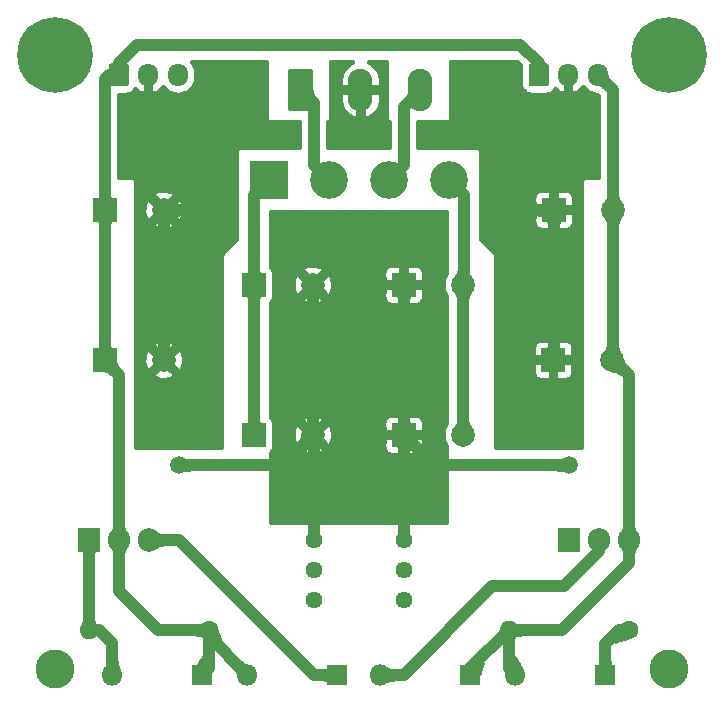
<source format=gtl>
G04 #@! TF.GenerationSoftware,KiCad,Pcbnew,(5.1.5)-3*
G04 #@! TF.CreationDate,2020-03-29T19:39:18+08:00*
G04 #@! TF.ProjectId,317337,33313733-3337-42e6-9b69-6361645f7063,rev?*
G04 #@! TF.SameCoordinates,Original*
G04 #@! TF.FileFunction,Copper,L1,Top*
G04 #@! TF.FilePolarity,Positive*
%FSLAX46Y46*%
G04 Gerber Fmt 4.6, Leading zero omitted, Abs format (unit mm)*
G04 Created by KiCad (PCBNEW (5.1.5)-3) date 2020-03-29 19:39:18*
%MOMM*%
%LPD*%
G04 APERTURE LIST*
%ADD10O,1.600000X1.600000*%
%ADD11C,1.600000*%
%ADD12C,6.400000*%
%ADD13C,0.800000*%
%ADD14O,1.800000X1.800000*%
%ADD15R,1.800000X1.800000*%
%ADD16O,1.700000X1.950000*%
%ADD17C,0.100000*%
%ADD18O,2.080000X3.600000*%
%ADD19C,2.000000*%
%ADD20R,2.000000X2.000000*%
%ADD21O,1.905000X2.000000*%
%ADD22R,1.905000X2.000000*%
%ADD23C,1.440000*%
%ADD24R,3.200000X3.200000*%
%ADD25C,3.200000*%
%ADD26C,3.300000*%
%ADD27C,1.500000*%
%ADD28C,1.000000*%
%ADD29C,0.400000*%
%ADD30C,0.025400*%
G04 APERTURE END LIST*
D10*
X116840000Y-92710000D03*
D11*
X127000000Y-92710000D03*
D12*
X114000000Y-44000000D03*
D13*
X116400000Y-44000000D03*
X115697056Y-45697056D03*
X114000000Y-46400000D03*
X112302944Y-45697056D03*
X111600000Y-44000000D03*
X112302944Y-42302944D03*
X114000000Y-41600000D03*
X115697056Y-42302944D03*
X167697056Y-42302944D03*
X166000000Y-41600000D03*
X164302944Y-42302944D03*
X163600000Y-44000000D03*
X164302944Y-45697056D03*
X166000000Y-46400000D03*
X167697056Y-45697056D03*
X168400000Y-44000000D03*
D12*
X166000000Y-44000000D03*
D14*
X152940000Y-96520000D03*
D15*
X160560000Y-96520000D03*
D10*
X152400000Y-92710000D03*
D11*
X162560000Y-92710000D03*
D16*
X159940000Y-45720000D03*
X157440000Y-45720000D03*
G04 #@! TA.AperFunction,ComponentPad*
D17*
G36*
X155564504Y-44746204D02*
G01*
X155588773Y-44749804D01*
X155612571Y-44755765D01*
X155635671Y-44764030D01*
X155657849Y-44774520D01*
X155678893Y-44787133D01*
X155698598Y-44801747D01*
X155716777Y-44818223D01*
X155733253Y-44836402D01*
X155747867Y-44856107D01*
X155760480Y-44877151D01*
X155770970Y-44899329D01*
X155779235Y-44922429D01*
X155785196Y-44946227D01*
X155788796Y-44970496D01*
X155790000Y-44995000D01*
X155790000Y-46445000D01*
X155788796Y-46469504D01*
X155785196Y-46493773D01*
X155779235Y-46517571D01*
X155770970Y-46540671D01*
X155760480Y-46562849D01*
X155747867Y-46583893D01*
X155733253Y-46603598D01*
X155716777Y-46621777D01*
X155698598Y-46638253D01*
X155678893Y-46652867D01*
X155657849Y-46665480D01*
X155635671Y-46675970D01*
X155612571Y-46684235D01*
X155588773Y-46690196D01*
X155564504Y-46693796D01*
X155540000Y-46695000D01*
X154340000Y-46695000D01*
X154315496Y-46693796D01*
X154291227Y-46690196D01*
X154267429Y-46684235D01*
X154244329Y-46675970D01*
X154222151Y-46665480D01*
X154201107Y-46652867D01*
X154181402Y-46638253D01*
X154163223Y-46621777D01*
X154146747Y-46603598D01*
X154132133Y-46583893D01*
X154119520Y-46562849D01*
X154109030Y-46540671D01*
X154100765Y-46517571D01*
X154094804Y-46493773D01*
X154091204Y-46469504D01*
X154090000Y-46445000D01*
X154090000Y-44995000D01*
X154091204Y-44970496D01*
X154094804Y-44946227D01*
X154100765Y-44922429D01*
X154109030Y-44899329D01*
X154119520Y-44877151D01*
X154132133Y-44856107D01*
X154146747Y-44836402D01*
X154163223Y-44818223D01*
X154181402Y-44801747D01*
X154201107Y-44787133D01*
X154222151Y-44774520D01*
X154244329Y-44764030D01*
X154267429Y-44755765D01*
X154291227Y-44749804D01*
X154315496Y-44746204D01*
X154340000Y-44745000D01*
X155540000Y-44745000D01*
X155564504Y-44746204D01*
G37*
G04 #@! TD.AperFunction*
D18*
X144940000Y-46990000D03*
X139860000Y-46990000D03*
G04 #@! TA.AperFunction,ComponentPad*
D17*
G36*
X135594505Y-45191204D02*
G01*
X135618773Y-45194804D01*
X135642572Y-45200765D01*
X135665671Y-45209030D01*
X135687850Y-45219520D01*
X135708893Y-45232132D01*
X135728599Y-45246747D01*
X135746777Y-45263223D01*
X135763253Y-45281401D01*
X135777868Y-45301107D01*
X135790480Y-45322150D01*
X135800970Y-45344329D01*
X135809235Y-45367428D01*
X135815196Y-45391227D01*
X135818796Y-45415495D01*
X135820000Y-45439999D01*
X135820000Y-48540001D01*
X135818796Y-48564505D01*
X135815196Y-48588773D01*
X135809235Y-48612572D01*
X135800970Y-48635671D01*
X135790480Y-48657850D01*
X135777868Y-48678893D01*
X135763253Y-48698599D01*
X135746777Y-48716777D01*
X135728599Y-48733253D01*
X135708893Y-48747868D01*
X135687850Y-48760480D01*
X135665671Y-48770970D01*
X135642572Y-48779235D01*
X135618773Y-48785196D01*
X135594505Y-48788796D01*
X135570001Y-48790000D01*
X133989999Y-48790000D01*
X133965495Y-48788796D01*
X133941227Y-48785196D01*
X133917428Y-48779235D01*
X133894329Y-48770970D01*
X133872150Y-48760480D01*
X133851107Y-48747868D01*
X133831401Y-48733253D01*
X133813223Y-48716777D01*
X133796747Y-48698599D01*
X133782132Y-48678893D01*
X133769520Y-48657850D01*
X133759030Y-48635671D01*
X133750765Y-48612572D01*
X133744804Y-48588773D01*
X133741204Y-48564505D01*
X133740000Y-48540001D01*
X133740000Y-45439999D01*
X133741204Y-45415495D01*
X133744804Y-45391227D01*
X133750765Y-45367428D01*
X133759030Y-45344329D01*
X133769520Y-45322150D01*
X133782132Y-45301107D01*
X133796747Y-45281401D01*
X133813223Y-45263223D01*
X133831401Y-45246747D01*
X133851107Y-45232132D01*
X133872150Y-45219520D01*
X133894329Y-45209030D01*
X133917428Y-45200765D01*
X133941227Y-45194804D01*
X133965495Y-45191204D01*
X133989999Y-45190000D01*
X135570001Y-45190000D01*
X135594505Y-45191204D01*
G37*
G04 #@! TD.AperFunction*
D14*
X118840000Y-96520000D03*
D15*
X126460000Y-96520000D03*
D19*
X161163000Y-69850000D03*
D20*
X156163000Y-69850000D03*
D19*
X123190000Y-69850000D03*
D20*
X118190000Y-69850000D03*
D21*
X162560000Y-85090000D03*
X160020000Y-85090000D03*
D22*
X157480000Y-85090000D03*
D21*
X121920000Y-85090000D03*
X119380000Y-85090000D03*
D22*
X116840000Y-85090000D03*
D23*
X143510000Y-85090000D03*
X143510000Y-87630000D03*
X143510000Y-90170000D03*
X135890000Y-85090000D03*
X135890000Y-87630000D03*
X135890000Y-90170000D03*
D16*
X124380000Y-45720000D03*
X121880000Y-45720000D03*
G04 #@! TA.AperFunction,ComponentPad*
D17*
G36*
X120004504Y-44746204D02*
G01*
X120028773Y-44749804D01*
X120052571Y-44755765D01*
X120075671Y-44764030D01*
X120097849Y-44774520D01*
X120118893Y-44787133D01*
X120138598Y-44801747D01*
X120156777Y-44818223D01*
X120173253Y-44836402D01*
X120187867Y-44856107D01*
X120200480Y-44877151D01*
X120210970Y-44899329D01*
X120219235Y-44922429D01*
X120225196Y-44946227D01*
X120228796Y-44970496D01*
X120230000Y-44995000D01*
X120230000Y-46445000D01*
X120228796Y-46469504D01*
X120225196Y-46493773D01*
X120219235Y-46517571D01*
X120210970Y-46540671D01*
X120200480Y-46562849D01*
X120187867Y-46583893D01*
X120173253Y-46603598D01*
X120156777Y-46621777D01*
X120138598Y-46638253D01*
X120118893Y-46652867D01*
X120097849Y-46665480D01*
X120075671Y-46675970D01*
X120052571Y-46684235D01*
X120028773Y-46690196D01*
X120004504Y-46693796D01*
X119980000Y-46695000D01*
X118780000Y-46695000D01*
X118755496Y-46693796D01*
X118731227Y-46690196D01*
X118707429Y-46684235D01*
X118684329Y-46675970D01*
X118662151Y-46665480D01*
X118641107Y-46652867D01*
X118621402Y-46638253D01*
X118603223Y-46621777D01*
X118586747Y-46603598D01*
X118572133Y-46583893D01*
X118559520Y-46562849D01*
X118549030Y-46540671D01*
X118540765Y-46517571D01*
X118534804Y-46493773D01*
X118531204Y-46469504D01*
X118530000Y-46445000D01*
X118530000Y-44995000D01*
X118531204Y-44970496D01*
X118534804Y-44946227D01*
X118540765Y-44922429D01*
X118549030Y-44899329D01*
X118559520Y-44877151D01*
X118572133Y-44856107D01*
X118586747Y-44836402D01*
X118603223Y-44818223D01*
X118621402Y-44801747D01*
X118641107Y-44787133D01*
X118662151Y-44774520D01*
X118684329Y-44764030D01*
X118707429Y-44755765D01*
X118731227Y-44749804D01*
X118755496Y-44746204D01*
X118780000Y-44745000D01*
X119980000Y-44745000D01*
X120004504Y-44746204D01*
G37*
G04 #@! TD.AperFunction*
D14*
X141510000Y-96520000D03*
D15*
X149130000Y-96520000D03*
D14*
X130270000Y-96520000D03*
D15*
X137890000Y-96520000D03*
D24*
X132080000Y-54610000D03*
D25*
X137160000Y-54610000D03*
X142240000Y-54610000D03*
X147320000Y-54610000D03*
D19*
X161210000Y-57150000D03*
D20*
X156210000Y-57150000D03*
D19*
X123190000Y-57150000D03*
D20*
X118190000Y-57150000D03*
D19*
X148510000Y-76200000D03*
D20*
X143510000Y-76200000D03*
D19*
X135810000Y-76200000D03*
D20*
X130810000Y-76200000D03*
D19*
X148510000Y-63500000D03*
D20*
X143510000Y-63500000D03*
D19*
X135810000Y-63500000D03*
D20*
X130810000Y-63500000D03*
D26*
X166000000Y-96000000D03*
X114000000Y-96000000D03*
D27*
X139700000Y-50800000D03*
X124460000Y-78740000D03*
X157480000Y-78740000D03*
X146050000Y-50800000D03*
X133350000Y-50800000D03*
X127000000Y-50800000D03*
X152400000Y-50800000D03*
X152400000Y-57150000D03*
X127000000Y-57150000D03*
X139700000Y-69850000D03*
X139700000Y-63500000D03*
X139700000Y-76200000D03*
X133350000Y-69850000D03*
X146050000Y-69850000D03*
X139700000Y-58420000D03*
X133350000Y-58420000D03*
X146050000Y-58420000D03*
X139700000Y-82550000D03*
X133350000Y-82550000D03*
X146050000Y-82550000D03*
D28*
X130810000Y-63500000D02*
X130810000Y-76200000D01*
X121920000Y-85090000D02*
X124460000Y-85090000D01*
X130810000Y-55880000D02*
X130810000Y-63500000D01*
X132080000Y-54610000D02*
X130810000Y-55880000D01*
X135890000Y-96520000D02*
X137890000Y-96520000D01*
X124460000Y-85090000D02*
X135890000Y-96520000D01*
X148510000Y-63500000D02*
X148510000Y-76200000D01*
X148590000Y-63420000D02*
X148510000Y-63500000D01*
X147320000Y-54610000D02*
X148590000Y-55880000D01*
X148590000Y-55880000D02*
X148590000Y-63420000D01*
X151030000Y-89000000D02*
X157081251Y-89000000D01*
X160020000Y-86061251D02*
X160020000Y-85090000D01*
X141510000Y-96520000D02*
X143510000Y-96520000D01*
X157081251Y-89000000D02*
X160020000Y-86061251D01*
X143510000Y-96520000D02*
X151030000Y-89000000D01*
X135890000Y-53340000D02*
X137160000Y-54610000D01*
X134780000Y-46990000D02*
X135890000Y-48100000D01*
X135890000Y-48100000D02*
X135890000Y-53340000D01*
X143510000Y-53340000D02*
X142240000Y-54610000D01*
X144940000Y-46990000D02*
X143510000Y-48420000D01*
X143510000Y-48420000D02*
X143510000Y-53340000D01*
X143510000Y-63500000D02*
X143510000Y-76200000D01*
X135810000Y-76200000D02*
X135810000Y-63500000D01*
X156290000Y-57230000D02*
X156210000Y-57150000D01*
X123190000Y-69770000D02*
X123110000Y-69850000D01*
X123190000Y-57150000D02*
X123190000Y-69770000D01*
X143510000Y-85090000D02*
X143510000Y-76200000D01*
X135890000Y-76280000D02*
X135810000Y-76200000D01*
X135890000Y-85090000D02*
X135890000Y-76280000D01*
X135810000Y-76200000D02*
X133270000Y-78740000D01*
X133270000Y-78740000D02*
X124460000Y-78740000D01*
X146050000Y-78740000D02*
X157480000Y-78740000D01*
X143510000Y-76200000D02*
X146050000Y-78740000D01*
X123190000Y-57150000D02*
X127000000Y-57150000D01*
X156210000Y-57150000D02*
X152400000Y-57150000D01*
X156210000Y-69803000D02*
X156163000Y-69850000D01*
X156210000Y-57150000D02*
X156210000Y-69803000D01*
X118190000Y-69770000D02*
X118110000Y-69850000D01*
X118530000Y-45720000D02*
X119380000Y-45720000D01*
X118190000Y-46060000D02*
X118530000Y-45720000D01*
X118190000Y-57150000D02*
X118190000Y-46060000D01*
X153375000Y-43180000D02*
X154940000Y-44745000D01*
X120945000Y-43180000D02*
X153375000Y-43180000D01*
X119380000Y-45720000D02*
X119380000Y-44745000D01*
X154940000Y-44745000D02*
X154940000Y-45720000D01*
X119380000Y-44745000D02*
X120945000Y-43180000D01*
X119380000Y-71120000D02*
X118110000Y-69850000D01*
X119380000Y-85090000D02*
X119380000Y-71120000D01*
X118190000Y-57150000D02*
X118190000Y-69850000D01*
X127000000Y-95980000D02*
X126460000Y-96520000D01*
X127000000Y-92710000D02*
X127000000Y-95980000D01*
X127000000Y-93250000D02*
X130270000Y-96520000D01*
X127000000Y-92710000D02*
X127000000Y-93250000D01*
X119380000Y-87630000D02*
X119380000Y-85090000D01*
X119380000Y-89380000D02*
X119380000Y-87630000D01*
X127000000Y-92710000D02*
X122710000Y-92710000D01*
X122710000Y-92710000D02*
X119380000Y-89380000D01*
X161210000Y-69770000D02*
X161290000Y-69850000D01*
X161210000Y-57150000D02*
X161210000Y-69770000D01*
X161210000Y-46990000D02*
X159940000Y-45720000D01*
X161210000Y-57150000D02*
X161210000Y-46990000D01*
X162560000Y-71120000D02*
X161290000Y-69850000D01*
X162560000Y-85090000D02*
X162560000Y-71120000D01*
X162560000Y-87090000D02*
X162560000Y-85090000D01*
X152400000Y-92710000D02*
X156940000Y-92710000D01*
X156940000Y-92710000D02*
X162560000Y-87090000D01*
X152400000Y-95980000D02*
X152940000Y-96520000D01*
X152400000Y-92710000D02*
X152400000Y-95980000D01*
X149130000Y-95980000D02*
X152400000Y-92710000D01*
X149130000Y-96520000D02*
X149130000Y-95980000D01*
X116840000Y-85090000D02*
X116840000Y-92710000D01*
X118840000Y-93840000D02*
X118840000Y-96520000D01*
X116840000Y-92710000D02*
X117710000Y-92710000D01*
X117710000Y-92710000D02*
X118840000Y-93840000D01*
X160560000Y-93940000D02*
X160560000Y-96520000D01*
X162560000Y-92710000D02*
X161790000Y-92710000D01*
X161790000Y-92710000D02*
X160560000Y-93940000D01*
D29*
G36*
X153396147Y-44898203D02*
G01*
X153386613Y-44995000D01*
X153386613Y-46445000D01*
X153404932Y-46630997D01*
X153459185Y-46809845D01*
X153547288Y-46974673D01*
X153665854Y-47119146D01*
X153810327Y-47237712D01*
X153975155Y-47325815D01*
X154154003Y-47380068D01*
X154340000Y-47398387D01*
X155540000Y-47398387D01*
X155725997Y-47380068D01*
X155904845Y-47325815D01*
X156069673Y-47237712D01*
X156214146Y-47119146D01*
X156332712Y-46974673D01*
X156350292Y-46941783D01*
X156356267Y-46948927D01*
X156592456Y-47139141D01*
X156861216Y-47279622D01*
X157002016Y-47331833D01*
X157240000Y-47205377D01*
X157240000Y-45920000D01*
X157220000Y-45920000D01*
X157220000Y-45520000D01*
X157240000Y-45520000D01*
X157240000Y-45500000D01*
X157640000Y-45500000D01*
X157640000Y-45520000D01*
X157660000Y-45520000D01*
X157660000Y-45920000D01*
X157640000Y-45920000D01*
X157640000Y-47205377D01*
X157877984Y-47331833D01*
X158018784Y-47279622D01*
X158287544Y-47139141D01*
X158523733Y-46948927D01*
X158683768Y-46757554D01*
X158838682Y-46946318D01*
X159074701Y-47140013D01*
X159343972Y-47283941D01*
X159636148Y-47372572D01*
X159923853Y-47400909D01*
X160010001Y-47487057D01*
X160010000Y-54410000D01*
X158750000Y-54410000D01*
X158710982Y-54413843D01*
X158673463Y-54425224D01*
X158638886Y-54443706D01*
X158608579Y-54468579D01*
X158583706Y-54498886D01*
X158565224Y-54533463D01*
X158553843Y-54570982D01*
X158550000Y-54610000D01*
X158550000Y-77270000D01*
X151330000Y-77270000D01*
X151330000Y-68850000D01*
X154459613Y-68850000D01*
X154463000Y-69475000D01*
X154638000Y-69650000D01*
X155528563Y-69650000D01*
X155759179Y-70050000D01*
X154638000Y-70050000D01*
X154463000Y-70225000D01*
X154459613Y-70850000D01*
X154473128Y-70987224D01*
X154513155Y-71119175D01*
X154578155Y-71240781D01*
X154665630Y-71347370D01*
X154772219Y-71434845D01*
X154893825Y-71499845D01*
X155025776Y-71539872D01*
X155163000Y-71553387D01*
X155788000Y-71550000D01*
X155963000Y-71375000D01*
X155963000Y-70403525D01*
X155989734Y-70449895D01*
X156004403Y-70471849D01*
X156031222Y-70500448D01*
X156063105Y-70523266D01*
X156098827Y-70539425D01*
X156137015Y-70548305D01*
X156176202Y-70549564D01*
X156214881Y-70543154D01*
X156251567Y-70529321D01*
X156284849Y-70508597D01*
X156313448Y-70481778D01*
X156336266Y-70449895D01*
X156363000Y-70403525D01*
X156363000Y-71375000D01*
X156538000Y-71550000D01*
X157163000Y-71553387D01*
X157300224Y-71539872D01*
X157432175Y-71499845D01*
X157553781Y-71434845D01*
X157660370Y-71347370D01*
X157747845Y-71240781D01*
X157812845Y-71119175D01*
X157852872Y-70987224D01*
X157866387Y-70850000D01*
X157863000Y-70225000D01*
X157688000Y-70050000D01*
X156566821Y-70050000D01*
X156797437Y-69650000D01*
X157688000Y-69650000D01*
X157863000Y-69475000D01*
X157866387Y-68850000D01*
X157852872Y-68712776D01*
X157812845Y-68580825D01*
X157747845Y-68459219D01*
X157660370Y-68352630D01*
X157553781Y-68265155D01*
X157432175Y-68200155D01*
X157300224Y-68160128D01*
X157163000Y-68146613D01*
X156538000Y-68150000D01*
X156385000Y-68303000D01*
X155941000Y-68303000D01*
X155788000Y-68150000D01*
X155163000Y-68146613D01*
X155025776Y-68160128D01*
X154893825Y-68200155D01*
X154772219Y-68265155D01*
X154665630Y-68352630D01*
X154578155Y-68459219D01*
X154513155Y-68580825D01*
X154473128Y-68712776D01*
X154459613Y-68850000D01*
X151330000Y-68850000D01*
X151330000Y-60960000D01*
X151326157Y-60920982D01*
X151314776Y-60883463D01*
X151296294Y-60848886D01*
X151271421Y-60818579D01*
X150060000Y-59607158D01*
X150060000Y-57163202D01*
X151825436Y-57163202D01*
X151831846Y-57201881D01*
X151845679Y-57238567D01*
X151866404Y-57271849D01*
X151893222Y-57300448D01*
X151925106Y-57323266D01*
X152835713Y-57848266D01*
X152878296Y-57866613D01*
X152916779Y-57874112D01*
X152955985Y-57873959D01*
X152994409Y-57866161D01*
X153005505Y-57861514D01*
X153010673Y-57860720D01*
X153034565Y-57858311D01*
X153069277Y-57855927D01*
X153113390Y-57853852D01*
X153166315Y-57852188D01*
X153227651Y-57850980D01*
X153297305Y-57850247D01*
X153375632Y-57849999D01*
X153414018Y-57846157D01*
X153451537Y-57834776D01*
X153486114Y-57816294D01*
X153516421Y-57791421D01*
X153541294Y-57761114D01*
X153559776Y-57726537D01*
X153571157Y-57689018D01*
X153575000Y-57650000D01*
X153575000Y-56650000D01*
X153571279Y-56611602D01*
X153560017Y-56574048D01*
X153541644Y-56539412D01*
X153516868Y-56509026D01*
X153486639Y-56484058D01*
X153452120Y-56465467D01*
X153414638Y-56453967D01*
X153375632Y-56450001D01*
X153297305Y-56449753D01*
X153227651Y-56449020D01*
X153166315Y-56447812D01*
X153113390Y-56446148D01*
X153069277Y-56444073D01*
X153034565Y-56441689D01*
X153010673Y-56439280D01*
X153003347Y-56438155D01*
X152987488Y-56431846D01*
X152948809Y-56425436D01*
X152909623Y-56426695D01*
X152871434Y-56435575D01*
X152835713Y-56451734D01*
X151925106Y-56976734D01*
X151903151Y-56991404D01*
X151874552Y-57018222D01*
X151851734Y-57050106D01*
X151835575Y-57085827D01*
X151826695Y-57124016D01*
X151825436Y-57163202D01*
X150060000Y-57163202D01*
X150060000Y-56150000D01*
X154506613Y-56150000D01*
X154510000Y-56775000D01*
X154685000Y-56950000D01*
X154710000Y-56950000D01*
X154710000Y-57350000D01*
X154685000Y-57350000D01*
X154510000Y-57525000D01*
X154506613Y-58150000D01*
X154520128Y-58287224D01*
X154560155Y-58419175D01*
X154625155Y-58540781D01*
X154712630Y-58647370D01*
X154819219Y-58734845D01*
X154940825Y-58799845D01*
X155072776Y-58839872D01*
X155210000Y-58853387D01*
X155835000Y-58850000D01*
X156010000Y-58675000D01*
X156010000Y-58650000D01*
X156410000Y-58650000D01*
X156410000Y-58675000D01*
X156585000Y-58850000D01*
X157210000Y-58853387D01*
X157347224Y-58839872D01*
X157479175Y-58799845D01*
X157600781Y-58734845D01*
X157707370Y-58647370D01*
X157794845Y-58540781D01*
X157859845Y-58419175D01*
X157899872Y-58287224D01*
X157913387Y-58150000D01*
X157910000Y-57525000D01*
X157735000Y-57350000D01*
X156844437Y-57350000D01*
X156823704Y-57314039D01*
X156831849Y-57308597D01*
X156860448Y-57281778D01*
X156883266Y-57249895D01*
X156899425Y-57214173D01*
X156908305Y-57175985D01*
X156909564Y-57136798D01*
X156903154Y-57098119D01*
X156889321Y-57061433D01*
X156868597Y-57028151D01*
X156841778Y-56999552D01*
X156809895Y-56976734D01*
X156763525Y-56950000D01*
X157735000Y-56950000D01*
X157910000Y-56775000D01*
X157913387Y-56150000D01*
X157899872Y-56012776D01*
X157859845Y-55880825D01*
X157794845Y-55759219D01*
X157707370Y-55652630D01*
X157600781Y-55565155D01*
X157479175Y-55500155D01*
X157347224Y-55460128D01*
X157210000Y-55446613D01*
X156585000Y-55450000D01*
X156410000Y-55625000D01*
X156410000Y-56596475D01*
X156383266Y-56550105D01*
X156368597Y-56528151D01*
X156341778Y-56499552D01*
X156309895Y-56476734D01*
X156274173Y-56460575D01*
X156235985Y-56451695D01*
X156196798Y-56450436D01*
X156158119Y-56456846D01*
X156121433Y-56470679D01*
X156088151Y-56491403D01*
X156059552Y-56518222D01*
X156046425Y-56536564D01*
X156010000Y-56515563D01*
X156010000Y-55625000D01*
X155835000Y-55450000D01*
X155210000Y-55446613D01*
X155072776Y-55460128D01*
X154940825Y-55500155D01*
X154819219Y-55565155D01*
X154712630Y-55652630D01*
X154625155Y-55759219D01*
X154560155Y-55880825D01*
X154520128Y-56012776D01*
X154506613Y-56150000D01*
X150060000Y-56150000D01*
X150060000Y-52070000D01*
X150056157Y-52030982D01*
X150044776Y-51993463D01*
X150026294Y-51958886D01*
X150001421Y-51928579D01*
X149971114Y-51903706D01*
X149936537Y-51885224D01*
X149899018Y-51873843D01*
X149860000Y-51870000D01*
X144710000Y-51870000D01*
X144710000Y-49730000D01*
X147320000Y-49730000D01*
X147359018Y-49726157D01*
X147396537Y-49714776D01*
X147431114Y-49696294D01*
X147461421Y-49671421D01*
X147486294Y-49641114D01*
X147504776Y-49606537D01*
X147516157Y-49569018D01*
X147520000Y-49530000D01*
X147520000Y-44650000D01*
X153147944Y-44650000D01*
X153396147Y-44898203D01*
G37*
X153396147Y-44898203D02*
X153386613Y-44995000D01*
X153386613Y-46445000D01*
X153404932Y-46630997D01*
X153459185Y-46809845D01*
X153547288Y-46974673D01*
X153665854Y-47119146D01*
X153810327Y-47237712D01*
X153975155Y-47325815D01*
X154154003Y-47380068D01*
X154340000Y-47398387D01*
X155540000Y-47398387D01*
X155725997Y-47380068D01*
X155904845Y-47325815D01*
X156069673Y-47237712D01*
X156214146Y-47119146D01*
X156332712Y-46974673D01*
X156350292Y-46941783D01*
X156356267Y-46948927D01*
X156592456Y-47139141D01*
X156861216Y-47279622D01*
X157002016Y-47331833D01*
X157240000Y-47205377D01*
X157240000Y-45920000D01*
X157220000Y-45920000D01*
X157220000Y-45520000D01*
X157240000Y-45520000D01*
X157240000Y-45500000D01*
X157640000Y-45500000D01*
X157640000Y-45520000D01*
X157660000Y-45520000D01*
X157660000Y-45920000D01*
X157640000Y-45920000D01*
X157640000Y-47205377D01*
X157877984Y-47331833D01*
X158018784Y-47279622D01*
X158287544Y-47139141D01*
X158523733Y-46948927D01*
X158683768Y-46757554D01*
X158838682Y-46946318D01*
X159074701Y-47140013D01*
X159343972Y-47283941D01*
X159636148Y-47372572D01*
X159923853Y-47400909D01*
X160010001Y-47487057D01*
X160010000Y-54410000D01*
X158750000Y-54410000D01*
X158710982Y-54413843D01*
X158673463Y-54425224D01*
X158638886Y-54443706D01*
X158608579Y-54468579D01*
X158583706Y-54498886D01*
X158565224Y-54533463D01*
X158553843Y-54570982D01*
X158550000Y-54610000D01*
X158550000Y-77270000D01*
X151330000Y-77270000D01*
X151330000Y-68850000D01*
X154459613Y-68850000D01*
X154463000Y-69475000D01*
X154638000Y-69650000D01*
X155528563Y-69650000D01*
X155759179Y-70050000D01*
X154638000Y-70050000D01*
X154463000Y-70225000D01*
X154459613Y-70850000D01*
X154473128Y-70987224D01*
X154513155Y-71119175D01*
X154578155Y-71240781D01*
X154665630Y-71347370D01*
X154772219Y-71434845D01*
X154893825Y-71499845D01*
X155025776Y-71539872D01*
X155163000Y-71553387D01*
X155788000Y-71550000D01*
X155963000Y-71375000D01*
X155963000Y-70403525D01*
X155989734Y-70449895D01*
X156004403Y-70471849D01*
X156031222Y-70500448D01*
X156063105Y-70523266D01*
X156098827Y-70539425D01*
X156137015Y-70548305D01*
X156176202Y-70549564D01*
X156214881Y-70543154D01*
X156251567Y-70529321D01*
X156284849Y-70508597D01*
X156313448Y-70481778D01*
X156336266Y-70449895D01*
X156363000Y-70403525D01*
X156363000Y-71375000D01*
X156538000Y-71550000D01*
X157163000Y-71553387D01*
X157300224Y-71539872D01*
X157432175Y-71499845D01*
X157553781Y-71434845D01*
X157660370Y-71347370D01*
X157747845Y-71240781D01*
X157812845Y-71119175D01*
X157852872Y-70987224D01*
X157866387Y-70850000D01*
X157863000Y-70225000D01*
X157688000Y-70050000D01*
X156566821Y-70050000D01*
X156797437Y-69650000D01*
X157688000Y-69650000D01*
X157863000Y-69475000D01*
X157866387Y-68850000D01*
X157852872Y-68712776D01*
X157812845Y-68580825D01*
X157747845Y-68459219D01*
X157660370Y-68352630D01*
X157553781Y-68265155D01*
X157432175Y-68200155D01*
X157300224Y-68160128D01*
X157163000Y-68146613D01*
X156538000Y-68150000D01*
X156385000Y-68303000D01*
X155941000Y-68303000D01*
X155788000Y-68150000D01*
X155163000Y-68146613D01*
X155025776Y-68160128D01*
X154893825Y-68200155D01*
X154772219Y-68265155D01*
X154665630Y-68352630D01*
X154578155Y-68459219D01*
X154513155Y-68580825D01*
X154473128Y-68712776D01*
X154459613Y-68850000D01*
X151330000Y-68850000D01*
X151330000Y-60960000D01*
X151326157Y-60920982D01*
X151314776Y-60883463D01*
X151296294Y-60848886D01*
X151271421Y-60818579D01*
X150060000Y-59607158D01*
X150060000Y-57163202D01*
X151825436Y-57163202D01*
X151831846Y-57201881D01*
X151845679Y-57238567D01*
X151866404Y-57271849D01*
X151893222Y-57300448D01*
X151925106Y-57323266D01*
X152835713Y-57848266D01*
X152878296Y-57866613D01*
X152916779Y-57874112D01*
X152955985Y-57873959D01*
X152994409Y-57866161D01*
X153005505Y-57861514D01*
X153010673Y-57860720D01*
X153034565Y-57858311D01*
X153069277Y-57855927D01*
X153113390Y-57853852D01*
X153166315Y-57852188D01*
X153227651Y-57850980D01*
X153297305Y-57850247D01*
X153375632Y-57849999D01*
X153414018Y-57846157D01*
X153451537Y-57834776D01*
X153486114Y-57816294D01*
X153516421Y-57791421D01*
X153541294Y-57761114D01*
X153559776Y-57726537D01*
X153571157Y-57689018D01*
X153575000Y-57650000D01*
X153575000Y-56650000D01*
X153571279Y-56611602D01*
X153560017Y-56574048D01*
X153541644Y-56539412D01*
X153516868Y-56509026D01*
X153486639Y-56484058D01*
X153452120Y-56465467D01*
X153414638Y-56453967D01*
X153375632Y-56450001D01*
X153297305Y-56449753D01*
X153227651Y-56449020D01*
X153166315Y-56447812D01*
X153113390Y-56446148D01*
X153069277Y-56444073D01*
X153034565Y-56441689D01*
X153010673Y-56439280D01*
X153003347Y-56438155D01*
X152987488Y-56431846D01*
X152948809Y-56425436D01*
X152909623Y-56426695D01*
X152871434Y-56435575D01*
X152835713Y-56451734D01*
X151925106Y-56976734D01*
X151903151Y-56991404D01*
X151874552Y-57018222D01*
X151851734Y-57050106D01*
X151835575Y-57085827D01*
X151826695Y-57124016D01*
X151825436Y-57163202D01*
X150060000Y-57163202D01*
X150060000Y-56150000D01*
X154506613Y-56150000D01*
X154510000Y-56775000D01*
X154685000Y-56950000D01*
X154710000Y-56950000D01*
X154710000Y-57350000D01*
X154685000Y-57350000D01*
X154510000Y-57525000D01*
X154506613Y-58150000D01*
X154520128Y-58287224D01*
X154560155Y-58419175D01*
X154625155Y-58540781D01*
X154712630Y-58647370D01*
X154819219Y-58734845D01*
X154940825Y-58799845D01*
X155072776Y-58839872D01*
X155210000Y-58853387D01*
X155835000Y-58850000D01*
X156010000Y-58675000D01*
X156010000Y-58650000D01*
X156410000Y-58650000D01*
X156410000Y-58675000D01*
X156585000Y-58850000D01*
X157210000Y-58853387D01*
X157347224Y-58839872D01*
X157479175Y-58799845D01*
X157600781Y-58734845D01*
X157707370Y-58647370D01*
X157794845Y-58540781D01*
X157859845Y-58419175D01*
X157899872Y-58287224D01*
X157913387Y-58150000D01*
X157910000Y-57525000D01*
X157735000Y-57350000D01*
X156844437Y-57350000D01*
X156823704Y-57314039D01*
X156831849Y-57308597D01*
X156860448Y-57281778D01*
X156883266Y-57249895D01*
X156899425Y-57214173D01*
X156908305Y-57175985D01*
X156909564Y-57136798D01*
X156903154Y-57098119D01*
X156889321Y-57061433D01*
X156868597Y-57028151D01*
X156841778Y-56999552D01*
X156809895Y-56976734D01*
X156763525Y-56950000D01*
X157735000Y-56950000D01*
X157910000Y-56775000D01*
X157913387Y-56150000D01*
X157899872Y-56012776D01*
X157859845Y-55880825D01*
X157794845Y-55759219D01*
X157707370Y-55652630D01*
X157600781Y-55565155D01*
X157479175Y-55500155D01*
X157347224Y-55460128D01*
X157210000Y-55446613D01*
X156585000Y-55450000D01*
X156410000Y-55625000D01*
X156410000Y-56596475D01*
X156383266Y-56550105D01*
X156368597Y-56528151D01*
X156341778Y-56499552D01*
X156309895Y-56476734D01*
X156274173Y-56460575D01*
X156235985Y-56451695D01*
X156196798Y-56450436D01*
X156158119Y-56456846D01*
X156121433Y-56470679D01*
X156088151Y-56491403D01*
X156059552Y-56518222D01*
X156046425Y-56536564D01*
X156010000Y-56515563D01*
X156010000Y-55625000D01*
X155835000Y-55450000D01*
X155210000Y-55446613D01*
X155072776Y-55460128D01*
X154940825Y-55500155D01*
X154819219Y-55565155D01*
X154712630Y-55652630D01*
X154625155Y-55759219D01*
X154560155Y-55880825D01*
X154520128Y-56012776D01*
X154506613Y-56150000D01*
X150060000Y-56150000D01*
X150060000Y-52070000D01*
X150056157Y-52030982D01*
X150044776Y-51993463D01*
X150026294Y-51958886D01*
X150001421Y-51928579D01*
X149971114Y-51903706D01*
X149936537Y-51885224D01*
X149899018Y-51873843D01*
X149860000Y-51870000D01*
X144710000Y-51870000D01*
X144710000Y-49730000D01*
X147320000Y-49730000D01*
X147359018Y-49726157D01*
X147396537Y-49714776D01*
X147431114Y-49696294D01*
X147461421Y-49671421D01*
X147486294Y-49641114D01*
X147504776Y-49606537D01*
X147516157Y-49569018D01*
X147520000Y-49530000D01*
X147520000Y-44650000D01*
X153147944Y-44650000D01*
X153396147Y-44898203D01*
G36*
X131880000Y-49530000D02*
G01*
X131883843Y-49569018D01*
X131895224Y-49606537D01*
X131913706Y-49641114D01*
X131938579Y-49671421D01*
X131968886Y-49696294D01*
X132003463Y-49714776D01*
X132040982Y-49726157D01*
X132080000Y-49730000D01*
X134690000Y-49730000D01*
X134690001Y-51870000D01*
X129540000Y-51870000D01*
X129500982Y-51873843D01*
X129463463Y-51885224D01*
X129428886Y-51903706D01*
X129398579Y-51928579D01*
X129373706Y-51958886D01*
X129355224Y-51993463D01*
X129343843Y-52030982D01*
X129340000Y-52070000D01*
X129340000Y-59607158D01*
X128128579Y-60818579D01*
X128103706Y-60848886D01*
X128085224Y-60883463D01*
X128073843Y-60920982D01*
X128070000Y-60960000D01*
X128070000Y-77270000D01*
X120850000Y-77270000D01*
X120850000Y-69983242D01*
X121486978Y-69983242D01*
X121545695Y-70312925D01*
X121667602Y-70624818D01*
X121699963Y-70685362D01*
X121973687Y-70783470D01*
X122757281Y-69999876D01*
X122964152Y-70358691D01*
X122256530Y-71066313D01*
X122354638Y-71340037D01*
X122661381Y-71474377D01*
X122988439Y-71546293D01*
X123323242Y-71553022D01*
X123652925Y-71494305D01*
X123964818Y-71372398D01*
X124025362Y-71340037D01*
X124123470Y-71066313D01*
X123415848Y-70358691D01*
X123622719Y-69999876D01*
X124406313Y-70783470D01*
X124680037Y-70685362D01*
X124814377Y-70378619D01*
X124886293Y-70051561D01*
X124893022Y-69716758D01*
X124834305Y-69387075D01*
X124712398Y-69075182D01*
X124680037Y-69014638D01*
X124406313Y-68916530D01*
X124030830Y-69292013D01*
X124063266Y-69235753D01*
X124083995Y-69184499D01*
X124089757Y-69145718D01*
X124087842Y-69106558D01*
X124078324Y-69068524D01*
X124061569Y-69033077D01*
X124038221Y-69001580D01*
X124007885Y-68968094D01*
X123986730Y-68938588D01*
X123966750Y-68903358D01*
X123948249Y-68861821D01*
X123934689Y-68822468D01*
X124123470Y-68633687D01*
X124025362Y-68359963D01*
X123718619Y-68225623D01*
X123391561Y-68153707D01*
X123056758Y-68146978D01*
X122727075Y-68205695D01*
X122415182Y-68327602D01*
X122354638Y-68359963D01*
X122256530Y-68633687D01*
X122445311Y-68822468D01*
X122431751Y-68861821D01*
X122413250Y-68903358D01*
X122393270Y-68938588D01*
X122372115Y-68968094D01*
X122341779Y-69001580D01*
X122310679Y-69047291D01*
X122296846Y-69083977D01*
X122290436Y-69122656D01*
X122291695Y-69161843D01*
X122300575Y-69200031D01*
X122316734Y-69235753D01*
X122349170Y-69292013D01*
X121973687Y-68916530D01*
X121699963Y-69014638D01*
X121565623Y-69321381D01*
X121493707Y-69648439D01*
X121486978Y-69983242D01*
X120850000Y-69983242D01*
X120850000Y-57283242D01*
X121486978Y-57283242D01*
X121545695Y-57612925D01*
X121667602Y-57924818D01*
X121699963Y-57985362D01*
X121973687Y-58083470D01*
X122349170Y-57707987D01*
X122316734Y-57764247D01*
X122295547Y-57817366D01*
X122290158Y-57856201D01*
X122292448Y-57895341D01*
X122302331Y-57933282D01*
X122319425Y-57968566D01*
X122343075Y-57999837D01*
X122374362Y-58033714D01*
X122396579Y-58063133D01*
X122416687Y-58095907D01*
X122434729Y-58132526D01*
X122450278Y-58172565D01*
X122256530Y-58366313D01*
X122354638Y-58640037D01*
X122661381Y-58774377D01*
X122988439Y-58846293D01*
X123323242Y-58853022D01*
X123652925Y-58794305D01*
X123964818Y-58672398D01*
X124025362Y-58640037D01*
X124123470Y-58366313D01*
X123929722Y-58172565D01*
X123945271Y-58132526D01*
X123963313Y-58095907D01*
X123983421Y-58063133D01*
X124005638Y-58033714D01*
X124036925Y-57999837D01*
X124037941Y-57998359D01*
X124039837Y-57996925D01*
X124073714Y-57965638D01*
X124103133Y-57943421D01*
X124135907Y-57923313D01*
X124172526Y-57905271D01*
X124212565Y-57889722D01*
X124406313Y-58083470D01*
X124680037Y-57985362D01*
X124814377Y-57678619D01*
X124886293Y-57351561D01*
X124893022Y-57016758D01*
X124834305Y-56687075D01*
X124819814Y-56650000D01*
X125825000Y-56650000D01*
X125825000Y-57650000D01*
X125828721Y-57688398D01*
X125839983Y-57725952D01*
X125858356Y-57760588D01*
X125883132Y-57790974D01*
X125913361Y-57815942D01*
X125947880Y-57834533D01*
X125985362Y-57846033D01*
X126024368Y-57849999D01*
X126102694Y-57850247D01*
X126172348Y-57850980D01*
X126233684Y-57852188D01*
X126286609Y-57853852D01*
X126330722Y-57855927D01*
X126365434Y-57858311D01*
X126389326Y-57860720D01*
X126396652Y-57861845D01*
X126412512Y-57868154D01*
X126451191Y-57874564D01*
X126490377Y-57873305D01*
X126528566Y-57864425D01*
X126564287Y-57848266D01*
X127474894Y-57323266D01*
X127496849Y-57308596D01*
X127525448Y-57281778D01*
X127548266Y-57249894D01*
X127564425Y-57214173D01*
X127573305Y-57175984D01*
X127574564Y-57136798D01*
X127568154Y-57098119D01*
X127554321Y-57061433D01*
X127533596Y-57028151D01*
X127506778Y-56999552D01*
X127474894Y-56976734D01*
X126564287Y-56451734D01*
X126521713Y-56433390D01*
X126483231Y-56425889D01*
X126444024Y-56426040D01*
X126405600Y-56433837D01*
X126394500Y-56438485D01*
X126389326Y-56439280D01*
X126365434Y-56441689D01*
X126330722Y-56444073D01*
X126286609Y-56446148D01*
X126233684Y-56447812D01*
X126172348Y-56449020D01*
X126102694Y-56449753D01*
X126024368Y-56450001D01*
X125985982Y-56453843D01*
X125948463Y-56465224D01*
X125913886Y-56483706D01*
X125883579Y-56508579D01*
X125858706Y-56538886D01*
X125840224Y-56573463D01*
X125828843Y-56610982D01*
X125825000Y-56650000D01*
X124819814Y-56650000D01*
X124712398Y-56375182D01*
X124680037Y-56314638D01*
X124406313Y-56216530D01*
X124212565Y-56410278D01*
X124172526Y-56394729D01*
X124135907Y-56376687D01*
X124103133Y-56356579D01*
X124073714Y-56334362D01*
X124039837Y-56303075D01*
X123992709Y-56270679D01*
X123956023Y-56256846D01*
X123917344Y-56250436D01*
X123878157Y-56251695D01*
X123839969Y-56260575D01*
X123804247Y-56276734D01*
X123747987Y-56309170D01*
X124123470Y-55933687D01*
X124025362Y-55659963D01*
X123718619Y-55525623D01*
X123391561Y-55453707D01*
X123056758Y-55446978D01*
X122727075Y-55505695D01*
X122415182Y-55627602D01*
X122354638Y-55659963D01*
X122256530Y-55933687D01*
X122964152Y-56641309D01*
X122860716Y-56820716D01*
X122681309Y-56924152D01*
X121973687Y-56216530D01*
X121699963Y-56314638D01*
X121565623Y-56621381D01*
X121493707Y-56948439D01*
X121486978Y-57283242D01*
X120850000Y-57283242D01*
X120850000Y-54610000D01*
X120846157Y-54570982D01*
X120834776Y-54533463D01*
X120816294Y-54498886D01*
X120791421Y-54468579D01*
X120761114Y-54443706D01*
X120726537Y-54425224D01*
X120689018Y-54413843D01*
X120650000Y-54410000D01*
X119390000Y-54410000D01*
X119390000Y-47398387D01*
X119980000Y-47398387D01*
X120165997Y-47380068D01*
X120344845Y-47325815D01*
X120509673Y-47237712D01*
X120654146Y-47119146D01*
X120772712Y-46974673D01*
X120790292Y-46941783D01*
X120796267Y-46948927D01*
X121032456Y-47139141D01*
X121301216Y-47279622D01*
X121442016Y-47331833D01*
X121680000Y-47205377D01*
X121680000Y-45920000D01*
X121660000Y-45920000D01*
X121660000Y-45520000D01*
X121680000Y-45520000D01*
X121680000Y-45500000D01*
X122080000Y-45500000D01*
X122080000Y-45520000D01*
X122100000Y-45520000D01*
X122100000Y-45920000D01*
X122080000Y-45920000D01*
X122080000Y-47205377D01*
X122317984Y-47331833D01*
X122458784Y-47279622D01*
X122727544Y-47139141D01*
X122963733Y-46948927D01*
X123123768Y-46757554D01*
X123278682Y-46946318D01*
X123514701Y-47140013D01*
X123783972Y-47283941D01*
X124076148Y-47372572D01*
X124380000Y-47402499D01*
X124683853Y-47372572D01*
X124976029Y-47283941D01*
X125245300Y-47140013D01*
X125481318Y-46946318D01*
X125675013Y-46710300D01*
X125818941Y-46441028D01*
X125907572Y-46148852D01*
X125930000Y-45921137D01*
X125930000Y-45518862D01*
X125907572Y-45291147D01*
X125818941Y-44998971D01*
X125675013Y-44729700D01*
X125609605Y-44650000D01*
X131880000Y-44650000D01*
X131880000Y-49530000D01*
G37*
X131880000Y-49530000D02*
X131883843Y-49569018D01*
X131895224Y-49606537D01*
X131913706Y-49641114D01*
X131938579Y-49671421D01*
X131968886Y-49696294D01*
X132003463Y-49714776D01*
X132040982Y-49726157D01*
X132080000Y-49730000D01*
X134690000Y-49730000D01*
X134690001Y-51870000D01*
X129540000Y-51870000D01*
X129500982Y-51873843D01*
X129463463Y-51885224D01*
X129428886Y-51903706D01*
X129398579Y-51928579D01*
X129373706Y-51958886D01*
X129355224Y-51993463D01*
X129343843Y-52030982D01*
X129340000Y-52070000D01*
X129340000Y-59607158D01*
X128128579Y-60818579D01*
X128103706Y-60848886D01*
X128085224Y-60883463D01*
X128073843Y-60920982D01*
X128070000Y-60960000D01*
X128070000Y-77270000D01*
X120850000Y-77270000D01*
X120850000Y-69983242D01*
X121486978Y-69983242D01*
X121545695Y-70312925D01*
X121667602Y-70624818D01*
X121699963Y-70685362D01*
X121973687Y-70783470D01*
X122757281Y-69999876D01*
X122964152Y-70358691D01*
X122256530Y-71066313D01*
X122354638Y-71340037D01*
X122661381Y-71474377D01*
X122988439Y-71546293D01*
X123323242Y-71553022D01*
X123652925Y-71494305D01*
X123964818Y-71372398D01*
X124025362Y-71340037D01*
X124123470Y-71066313D01*
X123415848Y-70358691D01*
X123622719Y-69999876D01*
X124406313Y-70783470D01*
X124680037Y-70685362D01*
X124814377Y-70378619D01*
X124886293Y-70051561D01*
X124893022Y-69716758D01*
X124834305Y-69387075D01*
X124712398Y-69075182D01*
X124680037Y-69014638D01*
X124406313Y-68916530D01*
X124030830Y-69292013D01*
X124063266Y-69235753D01*
X124083995Y-69184499D01*
X124089757Y-69145718D01*
X124087842Y-69106558D01*
X124078324Y-69068524D01*
X124061569Y-69033077D01*
X124038221Y-69001580D01*
X124007885Y-68968094D01*
X123986730Y-68938588D01*
X123966750Y-68903358D01*
X123948249Y-68861821D01*
X123934689Y-68822468D01*
X124123470Y-68633687D01*
X124025362Y-68359963D01*
X123718619Y-68225623D01*
X123391561Y-68153707D01*
X123056758Y-68146978D01*
X122727075Y-68205695D01*
X122415182Y-68327602D01*
X122354638Y-68359963D01*
X122256530Y-68633687D01*
X122445311Y-68822468D01*
X122431751Y-68861821D01*
X122413250Y-68903358D01*
X122393270Y-68938588D01*
X122372115Y-68968094D01*
X122341779Y-69001580D01*
X122310679Y-69047291D01*
X122296846Y-69083977D01*
X122290436Y-69122656D01*
X122291695Y-69161843D01*
X122300575Y-69200031D01*
X122316734Y-69235753D01*
X122349170Y-69292013D01*
X121973687Y-68916530D01*
X121699963Y-69014638D01*
X121565623Y-69321381D01*
X121493707Y-69648439D01*
X121486978Y-69983242D01*
X120850000Y-69983242D01*
X120850000Y-57283242D01*
X121486978Y-57283242D01*
X121545695Y-57612925D01*
X121667602Y-57924818D01*
X121699963Y-57985362D01*
X121973687Y-58083470D01*
X122349170Y-57707987D01*
X122316734Y-57764247D01*
X122295547Y-57817366D01*
X122290158Y-57856201D01*
X122292448Y-57895341D01*
X122302331Y-57933282D01*
X122319425Y-57968566D01*
X122343075Y-57999837D01*
X122374362Y-58033714D01*
X122396579Y-58063133D01*
X122416687Y-58095907D01*
X122434729Y-58132526D01*
X122450278Y-58172565D01*
X122256530Y-58366313D01*
X122354638Y-58640037D01*
X122661381Y-58774377D01*
X122988439Y-58846293D01*
X123323242Y-58853022D01*
X123652925Y-58794305D01*
X123964818Y-58672398D01*
X124025362Y-58640037D01*
X124123470Y-58366313D01*
X123929722Y-58172565D01*
X123945271Y-58132526D01*
X123963313Y-58095907D01*
X123983421Y-58063133D01*
X124005638Y-58033714D01*
X124036925Y-57999837D01*
X124037941Y-57998359D01*
X124039837Y-57996925D01*
X124073714Y-57965638D01*
X124103133Y-57943421D01*
X124135907Y-57923313D01*
X124172526Y-57905271D01*
X124212565Y-57889722D01*
X124406313Y-58083470D01*
X124680037Y-57985362D01*
X124814377Y-57678619D01*
X124886293Y-57351561D01*
X124893022Y-57016758D01*
X124834305Y-56687075D01*
X124819814Y-56650000D01*
X125825000Y-56650000D01*
X125825000Y-57650000D01*
X125828721Y-57688398D01*
X125839983Y-57725952D01*
X125858356Y-57760588D01*
X125883132Y-57790974D01*
X125913361Y-57815942D01*
X125947880Y-57834533D01*
X125985362Y-57846033D01*
X126024368Y-57849999D01*
X126102694Y-57850247D01*
X126172348Y-57850980D01*
X126233684Y-57852188D01*
X126286609Y-57853852D01*
X126330722Y-57855927D01*
X126365434Y-57858311D01*
X126389326Y-57860720D01*
X126396652Y-57861845D01*
X126412512Y-57868154D01*
X126451191Y-57874564D01*
X126490377Y-57873305D01*
X126528566Y-57864425D01*
X126564287Y-57848266D01*
X127474894Y-57323266D01*
X127496849Y-57308596D01*
X127525448Y-57281778D01*
X127548266Y-57249894D01*
X127564425Y-57214173D01*
X127573305Y-57175984D01*
X127574564Y-57136798D01*
X127568154Y-57098119D01*
X127554321Y-57061433D01*
X127533596Y-57028151D01*
X127506778Y-56999552D01*
X127474894Y-56976734D01*
X126564287Y-56451734D01*
X126521713Y-56433390D01*
X126483231Y-56425889D01*
X126444024Y-56426040D01*
X126405600Y-56433837D01*
X126394500Y-56438485D01*
X126389326Y-56439280D01*
X126365434Y-56441689D01*
X126330722Y-56444073D01*
X126286609Y-56446148D01*
X126233684Y-56447812D01*
X126172348Y-56449020D01*
X126102694Y-56449753D01*
X126024368Y-56450001D01*
X125985982Y-56453843D01*
X125948463Y-56465224D01*
X125913886Y-56483706D01*
X125883579Y-56508579D01*
X125858706Y-56538886D01*
X125840224Y-56573463D01*
X125828843Y-56610982D01*
X125825000Y-56650000D01*
X124819814Y-56650000D01*
X124712398Y-56375182D01*
X124680037Y-56314638D01*
X124406313Y-56216530D01*
X124212565Y-56410278D01*
X124172526Y-56394729D01*
X124135907Y-56376687D01*
X124103133Y-56356579D01*
X124073714Y-56334362D01*
X124039837Y-56303075D01*
X123992709Y-56270679D01*
X123956023Y-56256846D01*
X123917344Y-56250436D01*
X123878157Y-56251695D01*
X123839969Y-56260575D01*
X123804247Y-56276734D01*
X123747987Y-56309170D01*
X124123470Y-55933687D01*
X124025362Y-55659963D01*
X123718619Y-55525623D01*
X123391561Y-55453707D01*
X123056758Y-55446978D01*
X122727075Y-55505695D01*
X122415182Y-55627602D01*
X122354638Y-55659963D01*
X122256530Y-55933687D01*
X122964152Y-56641309D01*
X122860716Y-56820716D01*
X122681309Y-56924152D01*
X121973687Y-56216530D01*
X121699963Y-56314638D01*
X121565623Y-56621381D01*
X121493707Y-56948439D01*
X121486978Y-57283242D01*
X120850000Y-57283242D01*
X120850000Y-54610000D01*
X120846157Y-54570982D01*
X120834776Y-54533463D01*
X120816294Y-54498886D01*
X120791421Y-54468579D01*
X120761114Y-54443706D01*
X120726537Y-54425224D01*
X120689018Y-54413843D01*
X120650000Y-54410000D01*
X119390000Y-54410000D01*
X119390000Y-47398387D01*
X119980000Y-47398387D01*
X120165997Y-47380068D01*
X120344845Y-47325815D01*
X120509673Y-47237712D01*
X120654146Y-47119146D01*
X120772712Y-46974673D01*
X120790292Y-46941783D01*
X120796267Y-46948927D01*
X121032456Y-47139141D01*
X121301216Y-47279622D01*
X121442016Y-47331833D01*
X121680000Y-47205377D01*
X121680000Y-45920000D01*
X121660000Y-45920000D01*
X121660000Y-45520000D01*
X121680000Y-45520000D01*
X121680000Y-45500000D01*
X122080000Y-45500000D01*
X122080000Y-45520000D01*
X122100000Y-45520000D01*
X122100000Y-45920000D01*
X122080000Y-45920000D01*
X122080000Y-47205377D01*
X122317984Y-47331833D01*
X122458784Y-47279622D01*
X122727544Y-47139141D01*
X122963733Y-46948927D01*
X123123768Y-46757554D01*
X123278682Y-46946318D01*
X123514701Y-47140013D01*
X123783972Y-47283941D01*
X124076148Y-47372572D01*
X124380000Y-47402499D01*
X124683853Y-47372572D01*
X124976029Y-47283941D01*
X125245300Y-47140013D01*
X125481318Y-46946318D01*
X125675013Y-46710300D01*
X125818941Y-46441028D01*
X125907572Y-46148852D01*
X125930000Y-45921137D01*
X125930000Y-45518862D01*
X125907572Y-45291147D01*
X125818941Y-44998971D01*
X125675013Y-44729700D01*
X125609605Y-44650000D01*
X131880000Y-44650000D01*
X131880000Y-49530000D01*
G36*
X139059603Y-44672129D02*
G01*
X138771057Y-44858213D01*
X138524358Y-45097014D01*
X138328987Y-45379355D01*
X138192452Y-45694386D01*
X138120000Y-46030000D01*
X138120000Y-46790000D01*
X139660000Y-46790000D01*
X139660000Y-46770000D01*
X140060000Y-46770000D01*
X140060000Y-46790000D01*
X141600000Y-46790000D01*
X141600000Y-46030000D01*
X141527548Y-45694386D01*
X141391013Y-45379355D01*
X141195642Y-45097014D01*
X140948943Y-44858213D01*
X140660397Y-44672129D01*
X140598064Y-44650000D01*
X142040000Y-44650000D01*
X142040000Y-49530000D01*
X142043843Y-49569018D01*
X142055224Y-49606537D01*
X142073706Y-49641114D01*
X142098579Y-49671421D01*
X142128886Y-49696294D01*
X142163463Y-49714776D01*
X142200982Y-49726157D01*
X142240000Y-49730000D01*
X142310000Y-49730000D01*
X142310001Y-51870000D01*
X137090000Y-51870000D01*
X137090000Y-49730000D01*
X137160000Y-49730000D01*
X137199018Y-49726157D01*
X137236537Y-49714776D01*
X137271114Y-49696294D01*
X137301421Y-49671421D01*
X137326294Y-49641114D01*
X137344776Y-49606537D01*
X137356157Y-49569018D01*
X137360000Y-49530000D01*
X137360000Y-47190000D01*
X138120000Y-47190000D01*
X138120000Y-47950000D01*
X138192452Y-48285614D01*
X138328987Y-48600645D01*
X138524358Y-48882986D01*
X138771057Y-49121787D01*
X139059603Y-49307871D01*
X139392070Y-49425901D01*
X139660000Y-49302168D01*
X139660000Y-47190000D01*
X140060000Y-47190000D01*
X140060000Y-49302168D01*
X140327930Y-49425901D01*
X140660397Y-49307871D01*
X140948943Y-49121787D01*
X141195642Y-48882986D01*
X141391013Y-48600645D01*
X141527548Y-48285614D01*
X141600000Y-47950000D01*
X141600000Y-47190000D01*
X140060000Y-47190000D01*
X139660000Y-47190000D01*
X138120000Y-47190000D01*
X137360000Y-47190000D01*
X137360000Y-44650000D01*
X139121936Y-44650000D01*
X139059603Y-44672129D01*
G37*
X139059603Y-44672129D02*
X138771057Y-44858213D01*
X138524358Y-45097014D01*
X138328987Y-45379355D01*
X138192452Y-45694386D01*
X138120000Y-46030000D01*
X138120000Y-46790000D01*
X139660000Y-46790000D01*
X139660000Y-46770000D01*
X140060000Y-46770000D01*
X140060000Y-46790000D01*
X141600000Y-46790000D01*
X141600000Y-46030000D01*
X141527548Y-45694386D01*
X141391013Y-45379355D01*
X141195642Y-45097014D01*
X140948943Y-44858213D01*
X140660397Y-44672129D01*
X140598064Y-44650000D01*
X142040000Y-44650000D01*
X142040000Y-49530000D01*
X142043843Y-49569018D01*
X142055224Y-49606537D01*
X142073706Y-49641114D01*
X142098579Y-49671421D01*
X142128886Y-49696294D01*
X142163463Y-49714776D01*
X142200982Y-49726157D01*
X142240000Y-49730000D01*
X142310000Y-49730000D01*
X142310001Y-51870000D01*
X137090000Y-51870000D01*
X137090000Y-49730000D01*
X137160000Y-49730000D01*
X137199018Y-49726157D01*
X137236537Y-49714776D01*
X137271114Y-49696294D01*
X137301421Y-49671421D01*
X137326294Y-49641114D01*
X137344776Y-49606537D01*
X137356157Y-49569018D01*
X137360000Y-49530000D01*
X137360000Y-47190000D01*
X138120000Y-47190000D01*
X138120000Y-47950000D01*
X138192452Y-48285614D01*
X138328987Y-48600645D01*
X138524358Y-48882986D01*
X138771057Y-49121787D01*
X139059603Y-49307871D01*
X139392070Y-49425901D01*
X139660000Y-49302168D01*
X139660000Y-47190000D01*
X140060000Y-47190000D01*
X140060000Y-49302168D01*
X140327930Y-49425901D01*
X140660397Y-49307871D01*
X140948943Y-49121787D01*
X141195642Y-48882986D01*
X141391013Y-48600645D01*
X141527548Y-48285614D01*
X141600000Y-47950000D01*
X141600000Y-47190000D01*
X140060000Y-47190000D01*
X139660000Y-47190000D01*
X138120000Y-47190000D01*
X137360000Y-47190000D01*
X137360000Y-44650000D01*
X139121936Y-44650000D01*
X139059603Y-44672129D01*
G36*
X147120000Y-62520362D02*
G01*
X147003479Y-62694748D01*
X146875330Y-63004128D01*
X146810000Y-63332565D01*
X146810000Y-63667435D01*
X146875330Y-63995872D01*
X147003479Y-64305252D01*
X147120000Y-64479638D01*
X147120000Y-75220362D01*
X147003479Y-75394748D01*
X146875330Y-75704128D01*
X146810000Y-76032565D01*
X146810000Y-76367435D01*
X146875330Y-76695872D01*
X147003479Y-77005252D01*
X147120000Y-77179638D01*
X147120000Y-83620000D01*
X132280000Y-83620000D01*
X132280000Y-77719832D01*
X132307370Y-77697370D01*
X132394845Y-77590781D01*
X132459845Y-77469175D01*
X132499872Y-77337224D01*
X132513387Y-77200000D01*
X132513387Y-76333242D01*
X134106978Y-76333242D01*
X134165695Y-76662925D01*
X134287602Y-76974818D01*
X134319963Y-77035362D01*
X134593687Y-77133470D01*
X134607919Y-77119238D01*
X134890762Y-77402081D01*
X134876530Y-77416313D01*
X134974638Y-77690037D01*
X135281381Y-77824377D01*
X135608439Y-77896293D01*
X135943242Y-77903022D01*
X136272925Y-77844305D01*
X136584818Y-77722398D01*
X136645362Y-77690037D01*
X136743470Y-77416313D01*
X136572853Y-77245696D01*
X136577001Y-77214443D01*
X136587183Y-77170514D01*
X136600017Y-77133790D01*
X136614905Y-77103501D01*
X136631586Y-77078468D01*
X136659631Y-77046846D01*
X136689321Y-77002709D01*
X136703154Y-76966023D01*
X136709564Y-76927344D01*
X136708305Y-76888157D01*
X136699425Y-76849969D01*
X136683266Y-76814247D01*
X136650830Y-76757987D01*
X137026313Y-77133470D01*
X137300037Y-77035362D01*
X137434377Y-76728619D01*
X137506293Y-76401561D01*
X137513022Y-76066758D01*
X137454305Y-75737075D01*
X137332398Y-75425182D01*
X137300037Y-75364638D01*
X137026313Y-75266530D01*
X136650830Y-75642013D01*
X136683266Y-75585753D01*
X136704453Y-75532636D01*
X136709842Y-75493802D01*
X136707552Y-75454662D01*
X136697670Y-75416721D01*
X136680576Y-75381436D01*
X136656927Y-75350165D01*
X136625638Y-75316286D01*
X136603421Y-75286866D01*
X136583313Y-75254092D01*
X136565271Y-75217473D01*
X136558486Y-75200000D01*
X141806613Y-75200000D01*
X141810000Y-75825000D01*
X141985000Y-76000000D01*
X142875563Y-76000000D01*
X142990871Y-76200000D01*
X142875563Y-76400000D01*
X141985000Y-76400000D01*
X141810000Y-76575000D01*
X141806613Y-77200000D01*
X141820128Y-77337224D01*
X141860155Y-77469175D01*
X141925155Y-77590781D01*
X142012630Y-77697370D01*
X142119219Y-77784845D01*
X142240825Y-77849845D01*
X142372776Y-77889872D01*
X142510000Y-77903387D01*
X143135000Y-77900000D01*
X143310000Y-77725000D01*
X143310000Y-77700000D01*
X143710000Y-77700000D01*
X143710000Y-77725000D01*
X143885000Y-77900000D01*
X144510000Y-77903387D01*
X144647224Y-77889872D01*
X144779175Y-77849845D01*
X144900781Y-77784845D01*
X145007370Y-77697370D01*
X145094845Y-77590781D01*
X145159845Y-77469175D01*
X145199872Y-77337224D01*
X145213387Y-77200000D01*
X145210000Y-76575000D01*
X145035000Y-76400000D01*
X144756124Y-76400000D01*
X144738810Y-76360700D01*
X144725669Y-76322035D01*
X144716716Y-76284653D01*
X144711622Y-76248131D01*
X144709791Y-76202058D01*
X144699374Y-76145827D01*
X144683215Y-76110105D01*
X144660397Y-76078222D01*
X144631798Y-76051403D01*
X144598516Y-76030679D01*
X144561830Y-76016846D01*
X144499113Y-76000000D01*
X145035000Y-76000000D01*
X145210000Y-75825000D01*
X145213387Y-75200000D01*
X145199872Y-75062776D01*
X145159845Y-74930825D01*
X145094845Y-74809219D01*
X145007370Y-74702630D01*
X144900781Y-74615155D01*
X144779175Y-74550155D01*
X144647224Y-74510128D01*
X144510000Y-74496613D01*
X143885000Y-74500000D01*
X143710000Y-74675000D01*
X143710000Y-74700000D01*
X143310000Y-74700000D01*
X143310000Y-74675000D01*
X143135000Y-74500000D01*
X142510000Y-74496613D01*
X142372776Y-74510128D01*
X142240825Y-74550155D01*
X142119219Y-74615155D01*
X142012630Y-74702630D01*
X141925155Y-74809219D01*
X141860155Y-74930825D01*
X141820128Y-75062776D01*
X141806613Y-75200000D01*
X136558486Y-75200000D01*
X136549722Y-75177435D01*
X136743470Y-74983687D01*
X136645362Y-74709963D01*
X136338619Y-74575623D01*
X136011561Y-74503707D01*
X135676758Y-74496978D01*
X135347075Y-74555695D01*
X135035182Y-74677602D01*
X134974638Y-74709963D01*
X134876530Y-74983687D01*
X135070278Y-75177435D01*
X135054729Y-75217473D01*
X135036687Y-75254092D01*
X135016579Y-75286866D01*
X134994362Y-75316286D01*
X134963073Y-75350165D01*
X134930679Y-75397291D01*
X134916846Y-75433977D01*
X134910436Y-75472656D01*
X134911695Y-75511843D01*
X134920575Y-75550031D01*
X134936734Y-75585753D01*
X134969170Y-75642013D01*
X134593687Y-75266530D01*
X134319963Y-75364638D01*
X134185623Y-75671381D01*
X134113707Y-75998439D01*
X134106978Y-76333242D01*
X132513387Y-76333242D01*
X132513387Y-75200000D01*
X132499872Y-75062776D01*
X132459845Y-74930825D01*
X132394845Y-74809219D01*
X132307370Y-74702630D01*
X132280000Y-74680168D01*
X132280000Y-65019832D01*
X132307370Y-64997370D01*
X132394845Y-64890781D01*
X132459845Y-64769175D01*
X132499872Y-64637224D01*
X132513387Y-64500000D01*
X132513387Y-63633242D01*
X134106978Y-63633242D01*
X134165695Y-63962925D01*
X134287602Y-64274818D01*
X134319963Y-64335362D01*
X134593687Y-64433470D01*
X134969170Y-64057987D01*
X134936734Y-64114247D01*
X134915547Y-64167366D01*
X134910158Y-64206201D01*
X134912448Y-64245341D01*
X134922331Y-64283282D01*
X134939425Y-64318566D01*
X134963075Y-64349837D01*
X134994362Y-64383714D01*
X135016579Y-64413133D01*
X135036687Y-64445907D01*
X135054729Y-64482526D01*
X135070278Y-64522565D01*
X134876530Y-64716313D01*
X134974638Y-64990037D01*
X135281381Y-65124377D01*
X135608439Y-65196293D01*
X135943242Y-65203022D01*
X136272925Y-65144305D01*
X136584818Y-65022398D01*
X136645362Y-64990037D01*
X136743470Y-64716313D01*
X136549722Y-64522565D01*
X136565271Y-64482526D01*
X136583313Y-64445907D01*
X136603421Y-64413133D01*
X136625638Y-64383714D01*
X136656925Y-64349837D01*
X136689321Y-64302709D01*
X136703154Y-64266023D01*
X136709564Y-64227344D01*
X136708305Y-64188157D01*
X136699425Y-64149969D01*
X136683266Y-64114247D01*
X136650830Y-64057987D01*
X137026313Y-64433470D01*
X137300037Y-64335362D01*
X137434377Y-64028619D01*
X137506293Y-63701561D01*
X137513022Y-63366758D01*
X137454305Y-63037075D01*
X137332398Y-62725182D01*
X137300037Y-62664638D01*
X137026313Y-62566530D01*
X136242719Y-63350124D01*
X136035848Y-62991309D01*
X136527157Y-62500000D01*
X141806613Y-62500000D01*
X141810000Y-63125000D01*
X141985000Y-63300000D01*
X143106179Y-63300000D01*
X142875563Y-63700000D01*
X141985000Y-63700000D01*
X141810000Y-63875000D01*
X141806613Y-64500000D01*
X141820128Y-64637224D01*
X141860155Y-64769175D01*
X141925155Y-64890781D01*
X142012630Y-64997370D01*
X142119219Y-65084845D01*
X142240825Y-65149845D01*
X142372776Y-65189872D01*
X142510000Y-65203387D01*
X143135000Y-65200000D01*
X143310000Y-65025000D01*
X143310000Y-65000000D01*
X143710000Y-65000000D01*
X143710000Y-65025000D01*
X143885000Y-65200000D01*
X144510000Y-65203387D01*
X144647224Y-65189872D01*
X144779175Y-65149845D01*
X144900781Y-65084845D01*
X145007370Y-64997370D01*
X145094845Y-64890781D01*
X145159845Y-64769175D01*
X145199872Y-64637224D01*
X145213387Y-64500000D01*
X145210000Y-63875000D01*
X145035000Y-63700000D01*
X144144437Y-63700000D01*
X143913821Y-63300000D01*
X145035000Y-63300000D01*
X145210000Y-63125000D01*
X145213387Y-62500000D01*
X145199872Y-62362776D01*
X145159845Y-62230825D01*
X145094845Y-62109219D01*
X145007370Y-62002630D01*
X144900781Y-61915155D01*
X144779175Y-61850155D01*
X144647224Y-61810128D01*
X144510000Y-61796613D01*
X143885000Y-61800000D01*
X143710000Y-61975000D01*
X143710000Y-62946475D01*
X143683266Y-62900105D01*
X143668597Y-62878151D01*
X143641778Y-62849552D01*
X143609895Y-62826734D01*
X143574173Y-62810575D01*
X143535985Y-62801695D01*
X143496798Y-62800436D01*
X143458119Y-62806846D01*
X143421433Y-62820679D01*
X143388151Y-62841403D01*
X143359552Y-62868222D01*
X143336734Y-62900105D01*
X143310000Y-62946475D01*
X143310000Y-61975000D01*
X143135000Y-61800000D01*
X142510000Y-61796613D01*
X142372776Y-61810128D01*
X142240825Y-61850155D01*
X142119219Y-61915155D01*
X142012630Y-62002630D01*
X141925155Y-62109219D01*
X141860155Y-62230825D01*
X141820128Y-62362776D01*
X141806613Y-62500000D01*
X136527157Y-62500000D01*
X136743470Y-62283687D01*
X136645362Y-62009963D01*
X136338619Y-61875623D01*
X136011561Y-61803707D01*
X135676758Y-61796978D01*
X135347075Y-61855695D01*
X135035182Y-61977602D01*
X134974638Y-62009963D01*
X134876530Y-62283687D01*
X135584152Y-62991309D01*
X135377281Y-63350124D01*
X134593687Y-62566530D01*
X134319963Y-62664638D01*
X134185623Y-62971381D01*
X134113707Y-63298439D01*
X134106978Y-63633242D01*
X132513387Y-63633242D01*
X132513387Y-62500000D01*
X132499872Y-62362776D01*
X132459845Y-62230825D01*
X132394845Y-62109219D01*
X132307370Y-62002630D01*
X132280000Y-61980168D01*
X132280000Y-57350000D01*
X147120000Y-57350000D01*
X147120000Y-62520362D01*
G37*
X147120000Y-62520362D02*
X147003479Y-62694748D01*
X146875330Y-63004128D01*
X146810000Y-63332565D01*
X146810000Y-63667435D01*
X146875330Y-63995872D01*
X147003479Y-64305252D01*
X147120000Y-64479638D01*
X147120000Y-75220362D01*
X147003479Y-75394748D01*
X146875330Y-75704128D01*
X146810000Y-76032565D01*
X146810000Y-76367435D01*
X146875330Y-76695872D01*
X147003479Y-77005252D01*
X147120000Y-77179638D01*
X147120000Y-83620000D01*
X132280000Y-83620000D01*
X132280000Y-77719832D01*
X132307370Y-77697370D01*
X132394845Y-77590781D01*
X132459845Y-77469175D01*
X132499872Y-77337224D01*
X132513387Y-77200000D01*
X132513387Y-76333242D01*
X134106978Y-76333242D01*
X134165695Y-76662925D01*
X134287602Y-76974818D01*
X134319963Y-77035362D01*
X134593687Y-77133470D01*
X134607919Y-77119238D01*
X134890762Y-77402081D01*
X134876530Y-77416313D01*
X134974638Y-77690037D01*
X135281381Y-77824377D01*
X135608439Y-77896293D01*
X135943242Y-77903022D01*
X136272925Y-77844305D01*
X136584818Y-77722398D01*
X136645362Y-77690037D01*
X136743470Y-77416313D01*
X136572853Y-77245696D01*
X136577001Y-77214443D01*
X136587183Y-77170514D01*
X136600017Y-77133790D01*
X136614905Y-77103501D01*
X136631586Y-77078468D01*
X136659631Y-77046846D01*
X136689321Y-77002709D01*
X136703154Y-76966023D01*
X136709564Y-76927344D01*
X136708305Y-76888157D01*
X136699425Y-76849969D01*
X136683266Y-76814247D01*
X136650830Y-76757987D01*
X137026313Y-77133470D01*
X137300037Y-77035362D01*
X137434377Y-76728619D01*
X137506293Y-76401561D01*
X137513022Y-76066758D01*
X137454305Y-75737075D01*
X137332398Y-75425182D01*
X137300037Y-75364638D01*
X137026313Y-75266530D01*
X136650830Y-75642013D01*
X136683266Y-75585753D01*
X136704453Y-75532636D01*
X136709842Y-75493802D01*
X136707552Y-75454662D01*
X136697670Y-75416721D01*
X136680576Y-75381436D01*
X136656927Y-75350165D01*
X136625638Y-75316286D01*
X136603421Y-75286866D01*
X136583313Y-75254092D01*
X136565271Y-75217473D01*
X136558486Y-75200000D01*
X141806613Y-75200000D01*
X141810000Y-75825000D01*
X141985000Y-76000000D01*
X142875563Y-76000000D01*
X142990871Y-76200000D01*
X142875563Y-76400000D01*
X141985000Y-76400000D01*
X141810000Y-76575000D01*
X141806613Y-77200000D01*
X141820128Y-77337224D01*
X141860155Y-77469175D01*
X141925155Y-77590781D01*
X142012630Y-77697370D01*
X142119219Y-77784845D01*
X142240825Y-77849845D01*
X142372776Y-77889872D01*
X142510000Y-77903387D01*
X143135000Y-77900000D01*
X143310000Y-77725000D01*
X143310000Y-77700000D01*
X143710000Y-77700000D01*
X143710000Y-77725000D01*
X143885000Y-77900000D01*
X144510000Y-77903387D01*
X144647224Y-77889872D01*
X144779175Y-77849845D01*
X144900781Y-77784845D01*
X145007370Y-77697370D01*
X145094845Y-77590781D01*
X145159845Y-77469175D01*
X145199872Y-77337224D01*
X145213387Y-77200000D01*
X145210000Y-76575000D01*
X145035000Y-76400000D01*
X144756124Y-76400000D01*
X144738810Y-76360700D01*
X144725669Y-76322035D01*
X144716716Y-76284653D01*
X144711622Y-76248131D01*
X144709791Y-76202058D01*
X144699374Y-76145827D01*
X144683215Y-76110105D01*
X144660397Y-76078222D01*
X144631798Y-76051403D01*
X144598516Y-76030679D01*
X144561830Y-76016846D01*
X144499113Y-76000000D01*
X145035000Y-76000000D01*
X145210000Y-75825000D01*
X145213387Y-75200000D01*
X145199872Y-75062776D01*
X145159845Y-74930825D01*
X145094845Y-74809219D01*
X145007370Y-74702630D01*
X144900781Y-74615155D01*
X144779175Y-74550155D01*
X144647224Y-74510128D01*
X144510000Y-74496613D01*
X143885000Y-74500000D01*
X143710000Y-74675000D01*
X143710000Y-74700000D01*
X143310000Y-74700000D01*
X143310000Y-74675000D01*
X143135000Y-74500000D01*
X142510000Y-74496613D01*
X142372776Y-74510128D01*
X142240825Y-74550155D01*
X142119219Y-74615155D01*
X142012630Y-74702630D01*
X141925155Y-74809219D01*
X141860155Y-74930825D01*
X141820128Y-75062776D01*
X141806613Y-75200000D01*
X136558486Y-75200000D01*
X136549722Y-75177435D01*
X136743470Y-74983687D01*
X136645362Y-74709963D01*
X136338619Y-74575623D01*
X136011561Y-74503707D01*
X135676758Y-74496978D01*
X135347075Y-74555695D01*
X135035182Y-74677602D01*
X134974638Y-74709963D01*
X134876530Y-74983687D01*
X135070278Y-75177435D01*
X135054729Y-75217473D01*
X135036687Y-75254092D01*
X135016579Y-75286866D01*
X134994362Y-75316286D01*
X134963073Y-75350165D01*
X134930679Y-75397291D01*
X134916846Y-75433977D01*
X134910436Y-75472656D01*
X134911695Y-75511843D01*
X134920575Y-75550031D01*
X134936734Y-75585753D01*
X134969170Y-75642013D01*
X134593687Y-75266530D01*
X134319963Y-75364638D01*
X134185623Y-75671381D01*
X134113707Y-75998439D01*
X134106978Y-76333242D01*
X132513387Y-76333242D01*
X132513387Y-75200000D01*
X132499872Y-75062776D01*
X132459845Y-74930825D01*
X132394845Y-74809219D01*
X132307370Y-74702630D01*
X132280000Y-74680168D01*
X132280000Y-65019832D01*
X132307370Y-64997370D01*
X132394845Y-64890781D01*
X132459845Y-64769175D01*
X132499872Y-64637224D01*
X132513387Y-64500000D01*
X132513387Y-63633242D01*
X134106978Y-63633242D01*
X134165695Y-63962925D01*
X134287602Y-64274818D01*
X134319963Y-64335362D01*
X134593687Y-64433470D01*
X134969170Y-64057987D01*
X134936734Y-64114247D01*
X134915547Y-64167366D01*
X134910158Y-64206201D01*
X134912448Y-64245341D01*
X134922331Y-64283282D01*
X134939425Y-64318566D01*
X134963075Y-64349837D01*
X134994362Y-64383714D01*
X135016579Y-64413133D01*
X135036687Y-64445907D01*
X135054729Y-64482526D01*
X135070278Y-64522565D01*
X134876530Y-64716313D01*
X134974638Y-64990037D01*
X135281381Y-65124377D01*
X135608439Y-65196293D01*
X135943242Y-65203022D01*
X136272925Y-65144305D01*
X136584818Y-65022398D01*
X136645362Y-64990037D01*
X136743470Y-64716313D01*
X136549722Y-64522565D01*
X136565271Y-64482526D01*
X136583313Y-64445907D01*
X136603421Y-64413133D01*
X136625638Y-64383714D01*
X136656925Y-64349837D01*
X136689321Y-64302709D01*
X136703154Y-64266023D01*
X136709564Y-64227344D01*
X136708305Y-64188157D01*
X136699425Y-64149969D01*
X136683266Y-64114247D01*
X136650830Y-64057987D01*
X137026313Y-64433470D01*
X137300037Y-64335362D01*
X137434377Y-64028619D01*
X137506293Y-63701561D01*
X137513022Y-63366758D01*
X137454305Y-63037075D01*
X137332398Y-62725182D01*
X137300037Y-62664638D01*
X137026313Y-62566530D01*
X136242719Y-63350124D01*
X136035848Y-62991309D01*
X136527157Y-62500000D01*
X141806613Y-62500000D01*
X141810000Y-63125000D01*
X141985000Y-63300000D01*
X143106179Y-63300000D01*
X142875563Y-63700000D01*
X141985000Y-63700000D01*
X141810000Y-63875000D01*
X141806613Y-64500000D01*
X141820128Y-64637224D01*
X141860155Y-64769175D01*
X141925155Y-64890781D01*
X142012630Y-64997370D01*
X142119219Y-65084845D01*
X142240825Y-65149845D01*
X142372776Y-65189872D01*
X142510000Y-65203387D01*
X143135000Y-65200000D01*
X143310000Y-65025000D01*
X143310000Y-65000000D01*
X143710000Y-65000000D01*
X143710000Y-65025000D01*
X143885000Y-65200000D01*
X144510000Y-65203387D01*
X144647224Y-65189872D01*
X144779175Y-65149845D01*
X144900781Y-65084845D01*
X145007370Y-64997370D01*
X145094845Y-64890781D01*
X145159845Y-64769175D01*
X145199872Y-64637224D01*
X145213387Y-64500000D01*
X145210000Y-63875000D01*
X145035000Y-63700000D01*
X144144437Y-63700000D01*
X143913821Y-63300000D01*
X145035000Y-63300000D01*
X145210000Y-63125000D01*
X145213387Y-62500000D01*
X145199872Y-62362776D01*
X145159845Y-62230825D01*
X145094845Y-62109219D01*
X145007370Y-62002630D01*
X144900781Y-61915155D01*
X144779175Y-61850155D01*
X144647224Y-61810128D01*
X144510000Y-61796613D01*
X143885000Y-61800000D01*
X143710000Y-61975000D01*
X143710000Y-62946475D01*
X143683266Y-62900105D01*
X143668597Y-62878151D01*
X143641778Y-62849552D01*
X143609895Y-62826734D01*
X143574173Y-62810575D01*
X143535985Y-62801695D01*
X143496798Y-62800436D01*
X143458119Y-62806846D01*
X143421433Y-62820679D01*
X143388151Y-62841403D01*
X143359552Y-62868222D01*
X143336734Y-62900105D01*
X143310000Y-62946475D01*
X143310000Y-61975000D01*
X143135000Y-61800000D01*
X142510000Y-61796613D01*
X142372776Y-61810128D01*
X142240825Y-61850155D01*
X142119219Y-61915155D01*
X142012630Y-62002630D01*
X141925155Y-62109219D01*
X141860155Y-62230825D01*
X141820128Y-62362776D01*
X141806613Y-62500000D01*
X136527157Y-62500000D01*
X136743470Y-62283687D01*
X136645362Y-62009963D01*
X136338619Y-61875623D01*
X136011561Y-61803707D01*
X135676758Y-61796978D01*
X135347075Y-61855695D01*
X135035182Y-61977602D01*
X134974638Y-62009963D01*
X134876530Y-62283687D01*
X135584152Y-62991309D01*
X135377281Y-63350124D01*
X134593687Y-62566530D01*
X134319963Y-62664638D01*
X134185623Y-62971381D01*
X134113707Y-63298439D01*
X134106978Y-63633242D01*
X132513387Y-63633242D01*
X132513387Y-62500000D01*
X132499872Y-62362776D01*
X132459845Y-62230825D01*
X132394845Y-62109219D01*
X132307370Y-62002630D01*
X132280000Y-61980168D01*
X132280000Y-57350000D01*
X147120000Y-57350000D01*
X147120000Y-62520362D01*
D30*
G36*
X131299304Y-74976359D02*
G01*
X131299344Y-74977077D01*
X131305344Y-75049228D01*
X131305434Y-75050017D01*
X131315434Y-75118291D01*
X131315590Y-75119148D01*
X131329590Y-75183547D01*
X131329827Y-75184469D01*
X131347827Y-75244993D01*
X131348161Y-75245971D01*
X131370161Y-75302619D01*
X131370608Y-75303634D01*
X131396608Y-75356406D01*
X131397175Y-75357435D01*
X131427175Y-75406332D01*
X131427865Y-75407344D01*
X131461865Y-75452366D01*
X131462670Y-75453328D01*
X131494331Y-75487610D01*
X130810000Y-76674574D01*
X130125669Y-75487610D01*
X130157330Y-75453328D01*
X130158135Y-75452366D01*
X130192135Y-75407344D01*
X130192825Y-75406332D01*
X130222825Y-75357435D01*
X130223392Y-75356406D01*
X130249392Y-75303634D01*
X130249839Y-75302619D01*
X130271839Y-75245971D01*
X130272173Y-75244993D01*
X130290173Y-75184469D01*
X130290410Y-75183547D01*
X130304410Y-75119148D01*
X130304566Y-75118291D01*
X130314566Y-75050017D01*
X130314656Y-75049228D01*
X130320656Y-74977077D01*
X130320696Y-74976359D01*
X130322371Y-74912700D01*
X131297629Y-74912700D01*
X131299304Y-74976359D01*
G37*
X131299304Y-74976359D02*
X131299344Y-74977077D01*
X131305344Y-75049228D01*
X131305434Y-75050017D01*
X131315434Y-75118291D01*
X131315590Y-75119148D01*
X131329590Y-75183547D01*
X131329827Y-75184469D01*
X131347827Y-75244993D01*
X131348161Y-75245971D01*
X131370161Y-75302619D01*
X131370608Y-75303634D01*
X131396608Y-75356406D01*
X131397175Y-75357435D01*
X131427175Y-75406332D01*
X131427865Y-75407344D01*
X131461865Y-75452366D01*
X131462670Y-75453328D01*
X131494331Y-75487610D01*
X130810000Y-76674574D01*
X130125669Y-75487610D01*
X130157330Y-75453328D01*
X130158135Y-75452366D01*
X130192135Y-75407344D01*
X130192825Y-75406332D01*
X130222825Y-75357435D01*
X130223392Y-75356406D01*
X130249392Y-75303634D01*
X130249839Y-75302619D01*
X130271839Y-75245971D01*
X130272173Y-75244993D01*
X130290173Y-75184469D01*
X130290410Y-75183547D01*
X130304410Y-75119148D01*
X130304566Y-75118291D01*
X130314566Y-75050017D01*
X130314656Y-75049228D01*
X130320656Y-74977077D01*
X130320696Y-74976359D01*
X130322371Y-74912700D01*
X131297629Y-74912700D01*
X131299304Y-74976359D01*
G36*
X131494330Y-64212389D02*
G01*
X131462670Y-64246670D01*
X131461865Y-64247633D01*
X131427865Y-64292655D01*
X131427175Y-64293667D01*
X131397175Y-64342564D01*
X131396608Y-64343593D01*
X131370608Y-64396365D01*
X131370161Y-64397380D01*
X131348161Y-64454028D01*
X131347827Y-64455006D01*
X131329827Y-64515530D01*
X131329590Y-64516452D01*
X131315590Y-64580851D01*
X131315434Y-64581708D01*
X131305434Y-64649982D01*
X131305344Y-64650771D01*
X131299344Y-64722922D01*
X131299304Y-64723640D01*
X131297629Y-64787300D01*
X130322371Y-64787300D01*
X130320696Y-64723640D01*
X130320656Y-64722922D01*
X130314656Y-64650771D01*
X130314566Y-64649982D01*
X130304566Y-64581708D01*
X130304410Y-64580851D01*
X130290410Y-64516452D01*
X130290173Y-64515530D01*
X130272173Y-64455006D01*
X130271839Y-64454028D01*
X130249839Y-64397380D01*
X130249392Y-64396365D01*
X130223392Y-64343593D01*
X130222825Y-64342564D01*
X130192825Y-64293667D01*
X130192135Y-64292655D01*
X130158135Y-64247633D01*
X130157330Y-64246670D01*
X130125670Y-64212389D01*
X130810000Y-63025426D01*
X131494330Y-64212389D01*
G37*
X131494330Y-64212389D02*
X131462670Y-64246670D01*
X131461865Y-64247633D01*
X131427865Y-64292655D01*
X131427175Y-64293667D01*
X131397175Y-64342564D01*
X131396608Y-64343593D01*
X131370608Y-64396365D01*
X131370161Y-64397380D01*
X131348161Y-64454028D01*
X131347827Y-64455006D01*
X131329827Y-64515530D01*
X131329590Y-64516452D01*
X131315590Y-64580851D01*
X131315434Y-64581708D01*
X131305434Y-64649982D01*
X131305344Y-64650771D01*
X131299344Y-64722922D01*
X131299304Y-64723640D01*
X131297629Y-64787300D01*
X130322371Y-64787300D01*
X130320696Y-64723640D01*
X130320656Y-64722922D01*
X130314656Y-64650771D01*
X130314566Y-64649982D01*
X130304566Y-64581708D01*
X130304410Y-64580851D01*
X130290410Y-64516452D01*
X130290173Y-64515530D01*
X130272173Y-64455006D01*
X130271839Y-64454028D01*
X130249839Y-64397380D01*
X130249392Y-64396365D01*
X130223392Y-64343593D01*
X130222825Y-64342564D01*
X130192825Y-64293667D01*
X130192135Y-64292655D01*
X130158135Y-64247633D01*
X130157330Y-64246670D01*
X130125670Y-64212389D01*
X130810000Y-63025426D01*
X131494330Y-64212389D01*
G36*
X122626698Y-84464347D02*
G01*
X122627831Y-84465261D01*
X122667455Y-84493609D01*
X122668595Y-84494336D01*
X122712841Y-84519349D01*
X122713941Y-84519902D01*
X122762810Y-84541579D01*
X122763840Y-84541983D01*
X122817331Y-84560326D01*
X122818276Y-84560610D01*
X122876391Y-84575617D01*
X122877243Y-84575806D01*
X122939979Y-84587479D01*
X122940742Y-84587597D01*
X123008102Y-84595934D01*
X123008781Y-84595999D01*
X123080763Y-84601002D01*
X123081368Y-84601030D01*
X123145550Y-84602427D01*
X123145550Y-85577572D01*
X123081368Y-85578969D01*
X123080763Y-85578997D01*
X123008781Y-85584000D01*
X123008102Y-85584065D01*
X122940742Y-85592402D01*
X122939979Y-85592520D01*
X122877243Y-85604193D01*
X122876391Y-85604382D01*
X122818276Y-85619389D01*
X122817331Y-85619673D01*
X122763840Y-85638016D01*
X122762810Y-85638420D01*
X122713941Y-85660097D01*
X122712841Y-85660650D01*
X122668595Y-85685663D01*
X122667455Y-85686390D01*
X122627831Y-85714738D01*
X122626698Y-85715652D01*
X122598553Y-85741129D01*
X121469176Y-85090000D01*
X122598553Y-84438870D01*
X122626698Y-84464347D01*
G37*
X122626698Y-84464347D02*
X122627831Y-84465261D01*
X122667455Y-84493609D01*
X122668595Y-84494336D01*
X122712841Y-84519349D01*
X122713941Y-84519902D01*
X122762810Y-84541579D01*
X122763840Y-84541983D01*
X122817331Y-84560326D01*
X122818276Y-84560610D01*
X122876391Y-84575617D01*
X122877243Y-84575806D01*
X122939979Y-84587479D01*
X122940742Y-84587597D01*
X123008102Y-84595934D01*
X123008781Y-84595999D01*
X123080763Y-84601002D01*
X123081368Y-84601030D01*
X123145550Y-84602427D01*
X123145550Y-85577572D01*
X123081368Y-85578969D01*
X123080763Y-85578997D01*
X123008781Y-85584000D01*
X123008102Y-85584065D01*
X122940742Y-85592402D01*
X122939979Y-85592520D01*
X122877243Y-85604193D01*
X122876391Y-85604382D01*
X122818276Y-85619389D01*
X122817331Y-85619673D01*
X122763840Y-85638016D01*
X122762810Y-85638420D01*
X122713941Y-85660097D01*
X122712841Y-85660650D01*
X122668595Y-85685663D01*
X122667455Y-85686390D01*
X122627831Y-85714738D01*
X122626698Y-85715652D01*
X122598553Y-85741129D01*
X121469176Y-85090000D01*
X122598553Y-84438870D01*
X122626698Y-84464347D01*
G36*
X131299304Y-62276359D02*
G01*
X131299344Y-62277077D01*
X131305344Y-62349228D01*
X131305434Y-62350017D01*
X131315434Y-62418291D01*
X131315590Y-62419148D01*
X131329590Y-62483547D01*
X131329827Y-62484469D01*
X131347827Y-62544993D01*
X131348161Y-62545971D01*
X131370161Y-62602619D01*
X131370608Y-62603634D01*
X131396608Y-62656406D01*
X131397175Y-62657435D01*
X131427175Y-62706332D01*
X131427865Y-62707344D01*
X131461865Y-62752366D01*
X131462670Y-62753328D01*
X131494331Y-62787610D01*
X130810000Y-63974574D01*
X130125669Y-62787610D01*
X130157330Y-62753328D01*
X130158135Y-62752366D01*
X130192135Y-62707344D01*
X130192825Y-62706332D01*
X130222825Y-62657435D01*
X130223392Y-62656406D01*
X130249392Y-62603634D01*
X130249839Y-62602619D01*
X130271839Y-62545971D01*
X130272173Y-62544993D01*
X130290173Y-62484469D01*
X130290410Y-62483547D01*
X130304410Y-62419148D01*
X130304566Y-62418291D01*
X130314566Y-62350017D01*
X130314656Y-62349228D01*
X130320656Y-62277077D01*
X130320696Y-62276359D01*
X130322371Y-62212700D01*
X131297629Y-62212700D01*
X131299304Y-62276359D01*
G37*
X131299304Y-62276359D02*
X131299344Y-62277077D01*
X131305344Y-62349228D01*
X131305434Y-62350017D01*
X131315434Y-62418291D01*
X131315590Y-62419148D01*
X131329590Y-62483547D01*
X131329827Y-62484469D01*
X131347827Y-62544993D01*
X131348161Y-62545971D01*
X131370161Y-62602619D01*
X131370608Y-62603634D01*
X131396608Y-62656406D01*
X131397175Y-62657435D01*
X131427175Y-62706332D01*
X131427865Y-62707344D01*
X131461865Y-62752366D01*
X131462670Y-62753328D01*
X131494331Y-62787610D01*
X130810000Y-63974574D01*
X130125669Y-62787610D01*
X130157330Y-62753328D01*
X130158135Y-62752366D01*
X130192135Y-62707344D01*
X130192825Y-62706332D01*
X130222825Y-62657435D01*
X130223392Y-62656406D01*
X130249392Y-62603634D01*
X130249839Y-62602619D01*
X130271839Y-62545971D01*
X130272173Y-62544993D01*
X130290173Y-62484469D01*
X130290410Y-62483547D01*
X130304410Y-62419148D01*
X130304566Y-62418291D01*
X130314566Y-62350017D01*
X130314656Y-62349228D01*
X130320656Y-62277077D01*
X130320696Y-62276359D01*
X130322371Y-62212700D01*
X131297629Y-62212700D01*
X131299304Y-62276359D01*
G36*
X138314574Y-96520000D02*
G01*
X137248802Y-97134459D01*
X137227428Y-97115745D01*
X137226033Y-97114684D01*
X137192375Y-97092584D01*
X137191071Y-97091835D01*
X137151965Y-97072335D01*
X137150802Y-97071826D01*
X137106248Y-97054926D01*
X137105236Y-97054590D01*
X137055233Y-97040290D01*
X137054363Y-97040074D01*
X136998911Y-97028374D01*
X136998166Y-97028239D01*
X136937266Y-97019139D01*
X136936627Y-97019061D01*
X136870279Y-97012561D01*
X136869730Y-97012519D01*
X136797934Y-97008619D01*
X136797459Y-97008602D01*
X136732700Y-97007512D01*
X136732700Y-96032488D01*
X136797459Y-96031398D01*
X136797934Y-96031381D01*
X136869730Y-96027481D01*
X136870279Y-96027439D01*
X136936627Y-96020939D01*
X136937266Y-96020861D01*
X136998166Y-96011761D01*
X136998911Y-96011626D01*
X137054363Y-95999926D01*
X137055233Y-95999710D01*
X137105236Y-95985410D01*
X137106248Y-95985074D01*
X137150802Y-95968174D01*
X137151965Y-95967665D01*
X137191071Y-95948165D01*
X137192375Y-95947416D01*
X137226033Y-95925316D01*
X137227428Y-95924255D01*
X137248802Y-95905541D01*
X138314574Y-96520000D01*
G37*
X138314574Y-96520000D02*
X137248802Y-97134459D01*
X137227428Y-97115745D01*
X137226033Y-97114684D01*
X137192375Y-97092584D01*
X137191071Y-97091835D01*
X137151965Y-97072335D01*
X137150802Y-97071826D01*
X137106248Y-97054926D01*
X137105236Y-97054590D01*
X137055233Y-97040290D01*
X137054363Y-97040074D01*
X136998911Y-97028374D01*
X136998166Y-97028239D01*
X136937266Y-97019139D01*
X136936627Y-97019061D01*
X136870279Y-97012561D01*
X136869730Y-97012519D01*
X136797934Y-97008619D01*
X136797459Y-97008602D01*
X136732700Y-97007512D01*
X136732700Y-96032488D01*
X136797459Y-96031398D01*
X136797934Y-96031381D01*
X136869730Y-96027481D01*
X136870279Y-96027439D01*
X136936627Y-96020939D01*
X136937266Y-96020861D01*
X136998166Y-96011761D01*
X136998911Y-96011626D01*
X137054363Y-95999926D01*
X137055233Y-95999710D01*
X137105236Y-95985410D01*
X137106248Y-95985074D01*
X137150802Y-95968174D01*
X137151965Y-95967665D01*
X137191071Y-95948165D01*
X137192375Y-95947416D01*
X137226033Y-95925316D01*
X137227428Y-95924255D01*
X137248802Y-95905541D01*
X138314574Y-96520000D01*
G36*
X148999304Y-74976359D02*
G01*
X148999344Y-74977077D01*
X149005344Y-75049228D01*
X149005434Y-75050017D01*
X149015434Y-75118291D01*
X149015590Y-75119148D01*
X149029590Y-75183547D01*
X149029827Y-75184469D01*
X149047827Y-75244993D01*
X149048161Y-75245971D01*
X149070161Y-75302619D01*
X149070608Y-75303634D01*
X149096608Y-75356406D01*
X149097175Y-75357435D01*
X149127175Y-75406332D01*
X149127865Y-75407344D01*
X149161865Y-75452366D01*
X149162670Y-75453328D01*
X149194331Y-75487610D01*
X148510000Y-76674574D01*
X147825669Y-75487610D01*
X147857330Y-75453328D01*
X147858135Y-75452366D01*
X147892135Y-75407344D01*
X147892825Y-75406332D01*
X147922825Y-75357435D01*
X147923392Y-75356406D01*
X147949392Y-75303634D01*
X147949839Y-75302619D01*
X147971839Y-75245971D01*
X147972173Y-75244993D01*
X147990173Y-75184469D01*
X147990410Y-75183547D01*
X148004410Y-75119148D01*
X148004566Y-75118291D01*
X148014566Y-75050017D01*
X148014656Y-75049228D01*
X148020656Y-74977077D01*
X148020696Y-74976359D01*
X148022371Y-74912700D01*
X148997629Y-74912700D01*
X148999304Y-74976359D01*
G37*
X148999304Y-74976359D02*
X148999344Y-74977077D01*
X149005344Y-75049228D01*
X149005434Y-75050017D01*
X149015434Y-75118291D01*
X149015590Y-75119148D01*
X149029590Y-75183547D01*
X149029827Y-75184469D01*
X149047827Y-75244993D01*
X149048161Y-75245971D01*
X149070161Y-75302619D01*
X149070608Y-75303634D01*
X149096608Y-75356406D01*
X149097175Y-75357435D01*
X149127175Y-75406332D01*
X149127865Y-75407344D01*
X149161865Y-75452366D01*
X149162670Y-75453328D01*
X149194331Y-75487610D01*
X148510000Y-76674574D01*
X147825669Y-75487610D01*
X147857330Y-75453328D01*
X147858135Y-75452366D01*
X147892135Y-75407344D01*
X147892825Y-75406332D01*
X147922825Y-75357435D01*
X147923392Y-75356406D01*
X147949392Y-75303634D01*
X147949839Y-75302619D01*
X147971839Y-75245971D01*
X147972173Y-75244993D01*
X147990173Y-75184469D01*
X147990410Y-75183547D01*
X148004410Y-75119148D01*
X148004566Y-75118291D01*
X148014566Y-75050017D01*
X148014656Y-75049228D01*
X148020656Y-74977077D01*
X148020696Y-74976359D01*
X148022371Y-74912700D01*
X148997629Y-74912700D01*
X148999304Y-74976359D01*
G36*
X149194330Y-64212389D02*
G01*
X149162670Y-64246670D01*
X149161865Y-64247633D01*
X149127865Y-64292655D01*
X149127175Y-64293667D01*
X149097175Y-64342564D01*
X149096608Y-64343593D01*
X149070608Y-64396365D01*
X149070161Y-64397380D01*
X149048161Y-64454028D01*
X149047827Y-64455006D01*
X149029827Y-64515530D01*
X149029590Y-64516452D01*
X149015590Y-64580851D01*
X149015434Y-64581708D01*
X149005434Y-64649982D01*
X149005344Y-64650771D01*
X148999344Y-64722922D01*
X148999304Y-64723640D01*
X148997629Y-64787300D01*
X148022371Y-64787300D01*
X148020696Y-64723640D01*
X148020656Y-64722922D01*
X148014656Y-64650771D01*
X148014566Y-64649982D01*
X148004566Y-64581708D01*
X148004410Y-64580851D01*
X147990410Y-64516452D01*
X147990173Y-64515530D01*
X147972173Y-64455006D01*
X147971839Y-64454028D01*
X147949839Y-64397380D01*
X147949392Y-64396365D01*
X147923392Y-64343593D01*
X147922825Y-64342564D01*
X147892825Y-64293667D01*
X147892135Y-64292655D01*
X147858135Y-64247633D01*
X147857330Y-64246670D01*
X147825670Y-64212389D01*
X148510000Y-63025426D01*
X149194330Y-64212389D01*
G37*
X149194330Y-64212389D02*
X149162670Y-64246670D01*
X149161865Y-64247633D01*
X149127865Y-64292655D01*
X149127175Y-64293667D01*
X149097175Y-64342564D01*
X149096608Y-64343593D01*
X149070608Y-64396365D01*
X149070161Y-64397380D01*
X149048161Y-64454028D01*
X149047827Y-64455006D01*
X149029827Y-64515530D01*
X149029590Y-64516452D01*
X149015590Y-64580851D01*
X149015434Y-64581708D01*
X149005434Y-64649982D01*
X149005344Y-64650771D01*
X148999344Y-64722922D01*
X148999304Y-64723640D01*
X148997629Y-64787300D01*
X148022371Y-64787300D01*
X148020696Y-64723640D01*
X148020656Y-64722922D01*
X148014656Y-64650771D01*
X148014566Y-64649982D01*
X148004566Y-64581708D01*
X148004410Y-64580851D01*
X147990410Y-64516452D01*
X147990173Y-64515530D01*
X147972173Y-64455006D01*
X147971839Y-64454028D01*
X147949839Y-64397380D01*
X147949392Y-64396365D01*
X147923392Y-64343593D01*
X147922825Y-64342564D01*
X147892825Y-64293667D01*
X147892135Y-64292655D01*
X147858135Y-64247633D01*
X147857330Y-64246670D01*
X147825670Y-64212389D01*
X148510000Y-63025426D01*
X149194330Y-64212389D01*
G36*
X149064231Y-62209406D02*
G01*
X149064150Y-62210104D01*
X149056550Y-62295855D01*
X149056504Y-62296660D01*
X149054504Y-62376934D01*
X149054515Y-62377861D01*
X149058115Y-62452660D01*
X149058210Y-62453720D01*
X149067410Y-62523044D01*
X149067628Y-62524241D01*
X149082428Y-62588089D01*
X149082811Y-62589411D01*
X149103211Y-62647783D01*
X149103802Y-62649195D01*
X149129802Y-62702092D01*
X149130631Y-62703532D01*
X149162231Y-62750954D01*
X149163298Y-62752339D01*
X149194428Y-62787441D01*
X148510000Y-63974574D01*
X147825673Y-62787617D01*
X147858123Y-62752536D01*
X147858874Y-62751645D01*
X147895274Y-62704223D01*
X147895883Y-62703357D01*
X147929883Y-62650460D01*
X147930368Y-62649639D01*
X147961968Y-62591267D01*
X147962349Y-62590503D01*
X147991549Y-62526655D01*
X147991846Y-62525952D01*
X148018646Y-62456628D01*
X148018874Y-62455988D01*
X148043274Y-62381189D01*
X148043448Y-62380607D01*
X148065448Y-62300333D01*
X148065581Y-62299806D01*
X148085181Y-62214055D01*
X148085280Y-62213578D01*
X148100529Y-62132700D01*
X149075330Y-62132700D01*
X149064231Y-62209406D01*
G37*
X149064231Y-62209406D02*
X149064150Y-62210104D01*
X149056550Y-62295855D01*
X149056504Y-62296660D01*
X149054504Y-62376934D01*
X149054515Y-62377861D01*
X149058115Y-62452660D01*
X149058210Y-62453720D01*
X149067410Y-62523044D01*
X149067628Y-62524241D01*
X149082428Y-62588089D01*
X149082811Y-62589411D01*
X149103211Y-62647783D01*
X149103802Y-62649195D01*
X149129802Y-62702092D01*
X149130631Y-62703532D01*
X149162231Y-62750954D01*
X149163298Y-62752339D01*
X149194428Y-62787441D01*
X148510000Y-63974574D01*
X147825673Y-62787617D01*
X147858123Y-62752536D01*
X147858874Y-62751645D01*
X147895274Y-62704223D01*
X147895883Y-62703357D01*
X147929883Y-62650460D01*
X147930368Y-62649639D01*
X147961968Y-62591267D01*
X147962349Y-62590503D01*
X147991549Y-62526655D01*
X147991846Y-62525952D01*
X148018646Y-62456628D01*
X148018874Y-62455988D01*
X148043274Y-62381189D01*
X148043448Y-62380607D01*
X148065448Y-62300333D01*
X148065581Y-62299806D01*
X148085181Y-62214055D01*
X148085280Y-62213578D01*
X148100529Y-62132700D01*
X149075330Y-62132700D01*
X149064231Y-62209406D01*
G36*
X142172571Y-95924255D02*
G01*
X142173966Y-95925316D01*
X142207624Y-95947416D01*
X142208928Y-95948165D01*
X142248034Y-95967665D01*
X142249197Y-95968174D01*
X142293752Y-95985074D01*
X142294764Y-95985410D01*
X142344767Y-95999710D01*
X142345637Y-95999926D01*
X142401088Y-96011626D01*
X142401833Y-96011761D01*
X142462733Y-96020861D01*
X142463372Y-96020939D01*
X142529720Y-96027439D01*
X142530269Y-96027481D01*
X142602066Y-96031381D01*
X142602541Y-96031398D01*
X142667300Y-96032488D01*
X142667300Y-97007512D01*
X142602541Y-97008602D01*
X142602066Y-97008619D01*
X142530269Y-97012519D01*
X142529720Y-97012561D01*
X142463372Y-97019061D01*
X142462733Y-97019139D01*
X142401833Y-97028239D01*
X142401088Y-97028374D01*
X142345637Y-97040074D01*
X142344767Y-97040290D01*
X142294764Y-97054590D01*
X142293752Y-97054926D01*
X142249197Y-97071826D01*
X142248034Y-97072335D01*
X142208928Y-97091835D01*
X142207624Y-97092584D01*
X142173966Y-97114684D01*
X142172571Y-97115745D01*
X142151198Y-97134459D01*
X141085426Y-96520000D01*
X142151198Y-95905541D01*
X142172571Y-95924255D01*
G37*
X142172571Y-95924255D02*
X142173966Y-95925316D01*
X142207624Y-95947416D01*
X142208928Y-95948165D01*
X142248034Y-95967665D01*
X142249197Y-95968174D01*
X142293752Y-95985074D01*
X142294764Y-95985410D01*
X142344767Y-95999710D01*
X142345637Y-95999926D01*
X142401088Y-96011626D01*
X142401833Y-96011761D01*
X142462733Y-96020861D01*
X142463372Y-96020939D01*
X142529720Y-96027439D01*
X142530269Y-96027481D01*
X142602066Y-96031381D01*
X142602541Y-96031398D01*
X142667300Y-96032488D01*
X142667300Y-97007512D01*
X142602541Y-97008602D01*
X142602066Y-97008619D01*
X142530269Y-97012519D01*
X142529720Y-97012561D01*
X142463372Y-97019061D01*
X142462733Y-97019139D01*
X142401833Y-97028239D01*
X142401088Y-97028374D01*
X142345637Y-97040074D01*
X142344767Y-97040290D01*
X142294764Y-97054590D01*
X142293752Y-97054926D01*
X142249197Y-97071826D01*
X142248034Y-97072335D01*
X142208928Y-97091835D01*
X142207624Y-97092584D01*
X142173966Y-97114684D01*
X142172571Y-97115745D01*
X142151198Y-97134459D01*
X141085426Y-96520000D01*
X142151198Y-95905541D01*
X142172571Y-95924255D01*
G36*
X135807569Y-47010225D02*
G01*
X135809375Y-47064210D01*
X135809462Y-47065327D01*
X135817104Y-47127783D01*
X135817291Y-47128897D01*
X135830452Y-47190425D01*
X135830735Y-47191511D01*
X135849417Y-47252109D01*
X135849784Y-47253140D01*
X135873985Y-47312810D01*
X135874422Y-47313771D01*
X135904143Y-47372512D01*
X135904631Y-47373388D01*
X135939873Y-47431200D01*
X135940394Y-47431987D01*
X135981155Y-47488870D01*
X135981692Y-47489567D01*
X136027973Y-47545522D01*
X136028512Y-47546133D01*
X136071868Y-47592187D01*
X135382187Y-48281868D01*
X135336133Y-48238512D01*
X135335522Y-48237973D01*
X135279567Y-48191692D01*
X135278870Y-48191155D01*
X135221987Y-48150394D01*
X135221200Y-48149873D01*
X135163388Y-48114631D01*
X135162512Y-48114143D01*
X135103771Y-48084422D01*
X135102810Y-48083985D01*
X135043140Y-48059784D01*
X135042109Y-48059417D01*
X134981511Y-48040735D01*
X134980425Y-48040452D01*
X134918897Y-48027291D01*
X134917783Y-48027104D01*
X134855327Y-48019462D01*
X134854210Y-48019375D01*
X134800225Y-48017569D01*
X134430284Y-46640284D01*
X135807569Y-47010225D01*
G37*
X135807569Y-47010225D02*
X135809375Y-47064210D01*
X135809462Y-47065327D01*
X135817104Y-47127783D01*
X135817291Y-47128897D01*
X135830452Y-47190425D01*
X135830735Y-47191511D01*
X135849417Y-47252109D01*
X135849784Y-47253140D01*
X135873985Y-47312810D01*
X135874422Y-47313771D01*
X135904143Y-47372512D01*
X135904631Y-47373388D01*
X135939873Y-47431200D01*
X135940394Y-47431987D01*
X135981155Y-47488870D01*
X135981692Y-47489567D01*
X136027973Y-47545522D01*
X136028512Y-47546133D01*
X136071868Y-47592187D01*
X135382187Y-48281868D01*
X135336133Y-48238512D01*
X135335522Y-48237973D01*
X135279567Y-48191692D01*
X135278870Y-48191155D01*
X135221987Y-48150394D01*
X135221200Y-48149873D01*
X135163388Y-48114631D01*
X135162512Y-48114143D01*
X135103771Y-48084422D01*
X135102810Y-48083985D01*
X135043140Y-48059784D01*
X135042109Y-48059417D01*
X134981511Y-48040735D01*
X134980425Y-48040452D01*
X134918897Y-48027291D01*
X134917783Y-48027104D01*
X134855327Y-48019462D01*
X134854210Y-48019375D01*
X134800225Y-48017569D01*
X134430284Y-46640284D01*
X135807569Y-47010225D01*
G36*
X144919775Y-48017569D02*
G01*
X144865789Y-48019375D01*
X144864672Y-48019462D01*
X144802216Y-48027104D01*
X144801102Y-48027291D01*
X144739574Y-48040452D01*
X144738488Y-48040735D01*
X144677890Y-48059417D01*
X144676859Y-48059784D01*
X144617189Y-48083985D01*
X144616228Y-48084422D01*
X144557487Y-48114143D01*
X144556611Y-48114631D01*
X144498799Y-48149873D01*
X144498012Y-48150394D01*
X144441129Y-48191155D01*
X144440432Y-48191692D01*
X144384477Y-48237973D01*
X144383866Y-48238512D01*
X144337813Y-48281868D01*
X143648132Y-47592187D01*
X143691487Y-47546133D01*
X143692026Y-47545522D01*
X143738307Y-47489567D01*
X143738844Y-47488870D01*
X143779605Y-47431987D01*
X143780126Y-47431200D01*
X143815368Y-47373388D01*
X143815856Y-47372512D01*
X143845577Y-47313771D01*
X143846014Y-47312810D01*
X143870215Y-47253140D01*
X143870582Y-47252109D01*
X143889264Y-47191511D01*
X143889547Y-47190425D01*
X143902708Y-47128897D01*
X143902895Y-47127783D01*
X143910537Y-47065327D01*
X143910624Y-47064210D01*
X143912431Y-47010225D01*
X145289716Y-46640284D01*
X144919775Y-48017569D01*
G37*
X144919775Y-48017569D02*
X144865789Y-48019375D01*
X144864672Y-48019462D01*
X144802216Y-48027104D01*
X144801102Y-48027291D01*
X144739574Y-48040452D01*
X144738488Y-48040735D01*
X144677890Y-48059417D01*
X144676859Y-48059784D01*
X144617189Y-48083985D01*
X144616228Y-48084422D01*
X144557487Y-48114143D01*
X144556611Y-48114631D01*
X144498799Y-48149873D01*
X144498012Y-48150394D01*
X144441129Y-48191155D01*
X144440432Y-48191692D01*
X144384477Y-48237973D01*
X144383866Y-48238512D01*
X144337813Y-48281868D01*
X143648132Y-47592187D01*
X143691487Y-47546133D01*
X143692026Y-47545522D01*
X143738307Y-47489567D01*
X143738844Y-47488870D01*
X143779605Y-47431987D01*
X143780126Y-47431200D01*
X143815368Y-47373388D01*
X143815856Y-47372512D01*
X143845577Y-47313771D01*
X143846014Y-47312810D01*
X143870215Y-47253140D01*
X143870582Y-47252109D01*
X143889264Y-47191511D01*
X143889547Y-47190425D01*
X143902708Y-47128897D01*
X143902895Y-47127783D01*
X143910537Y-47065327D01*
X143910624Y-47064210D01*
X143912431Y-47010225D01*
X145289716Y-46640284D01*
X144919775Y-48017569D01*
G36*
X143999304Y-74976359D02*
G01*
X143999344Y-74977077D01*
X144005344Y-75049228D01*
X144005434Y-75050017D01*
X144015434Y-75118291D01*
X144015590Y-75119148D01*
X144029590Y-75183547D01*
X144029827Y-75184469D01*
X144047827Y-75244993D01*
X144048161Y-75245971D01*
X144070161Y-75302619D01*
X144070608Y-75303634D01*
X144096608Y-75356406D01*
X144097175Y-75357435D01*
X144127175Y-75406332D01*
X144127865Y-75407344D01*
X144161865Y-75452366D01*
X144162670Y-75453328D01*
X144194331Y-75487610D01*
X143510000Y-76674574D01*
X142825669Y-75487610D01*
X142857330Y-75453328D01*
X142858135Y-75452366D01*
X142892135Y-75407344D01*
X142892825Y-75406332D01*
X142922825Y-75357435D01*
X142923392Y-75356406D01*
X142949392Y-75303634D01*
X142949839Y-75302619D01*
X142971839Y-75245971D01*
X142972173Y-75244993D01*
X142990173Y-75184469D01*
X142990410Y-75183547D01*
X143004410Y-75119148D01*
X143004566Y-75118291D01*
X143014566Y-75050017D01*
X143014656Y-75049228D01*
X143020656Y-74977077D01*
X143020696Y-74976359D01*
X143022371Y-74912700D01*
X143997629Y-74912700D01*
X143999304Y-74976359D01*
G37*
X143999304Y-74976359D02*
X143999344Y-74977077D01*
X144005344Y-75049228D01*
X144005434Y-75050017D01*
X144015434Y-75118291D01*
X144015590Y-75119148D01*
X144029590Y-75183547D01*
X144029827Y-75184469D01*
X144047827Y-75244993D01*
X144048161Y-75245971D01*
X144070161Y-75302619D01*
X144070608Y-75303634D01*
X144096608Y-75356406D01*
X144097175Y-75357435D01*
X144127175Y-75406332D01*
X144127865Y-75407344D01*
X144161865Y-75452366D01*
X144162670Y-75453328D01*
X144194331Y-75487610D01*
X143510000Y-76674574D01*
X142825669Y-75487610D01*
X142857330Y-75453328D01*
X142858135Y-75452366D01*
X142892135Y-75407344D01*
X142892825Y-75406332D01*
X142922825Y-75357435D01*
X142923392Y-75356406D01*
X142949392Y-75303634D01*
X142949839Y-75302619D01*
X142971839Y-75245971D01*
X142972173Y-75244993D01*
X142990173Y-75184469D01*
X142990410Y-75183547D01*
X143004410Y-75119148D01*
X143004566Y-75118291D01*
X143014566Y-75050017D01*
X143014656Y-75049228D01*
X143020656Y-74977077D01*
X143020696Y-74976359D01*
X143022371Y-74912700D01*
X143997629Y-74912700D01*
X143999304Y-74976359D01*
G36*
X144194330Y-64212389D02*
G01*
X144162670Y-64246670D01*
X144161865Y-64247633D01*
X144127865Y-64292655D01*
X144127175Y-64293667D01*
X144097175Y-64342564D01*
X144096608Y-64343593D01*
X144070608Y-64396365D01*
X144070161Y-64397380D01*
X144048161Y-64454028D01*
X144047827Y-64455006D01*
X144029827Y-64515530D01*
X144029590Y-64516452D01*
X144015590Y-64580851D01*
X144015434Y-64581708D01*
X144005434Y-64649982D01*
X144005344Y-64650771D01*
X143999344Y-64722922D01*
X143999304Y-64723640D01*
X143997629Y-64787300D01*
X143022371Y-64787300D01*
X143020696Y-64723640D01*
X143020656Y-64722922D01*
X143014656Y-64650771D01*
X143014566Y-64649982D01*
X143004566Y-64581708D01*
X143004410Y-64580851D01*
X142990410Y-64516452D01*
X142990173Y-64515530D01*
X142972173Y-64455006D01*
X142971839Y-64454028D01*
X142949839Y-64397380D01*
X142949392Y-64396365D01*
X142923392Y-64343593D01*
X142922825Y-64342564D01*
X142892825Y-64293667D01*
X142892135Y-64292655D01*
X142858135Y-64247633D01*
X142857330Y-64246670D01*
X142825670Y-64212389D01*
X143510000Y-63025426D01*
X144194330Y-64212389D01*
G37*
X144194330Y-64212389D02*
X144162670Y-64246670D01*
X144161865Y-64247633D01*
X144127865Y-64292655D01*
X144127175Y-64293667D01*
X144097175Y-64342564D01*
X144096608Y-64343593D01*
X144070608Y-64396365D01*
X144070161Y-64397380D01*
X144048161Y-64454028D01*
X144047827Y-64455006D01*
X144029827Y-64515530D01*
X144029590Y-64516452D01*
X144015590Y-64580851D01*
X144015434Y-64581708D01*
X144005434Y-64649982D01*
X144005344Y-64650771D01*
X143999344Y-64722922D01*
X143999304Y-64723640D01*
X143997629Y-64787300D01*
X143022371Y-64787300D01*
X143020696Y-64723640D01*
X143020656Y-64722922D01*
X143014656Y-64650771D01*
X143014566Y-64649982D01*
X143004566Y-64581708D01*
X143004410Y-64580851D01*
X142990410Y-64516452D01*
X142990173Y-64515530D01*
X142972173Y-64455006D01*
X142971839Y-64454028D01*
X142949839Y-64397380D01*
X142949392Y-64396365D01*
X142923392Y-64343593D01*
X142922825Y-64342564D01*
X142892825Y-64293667D01*
X142892135Y-64292655D01*
X142858135Y-64247633D01*
X142857330Y-64246670D01*
X142825670Y-64212389D01*
X143510000Y-63025426D01*
X144194330Y-64212389D01*
G36*
X136299304Y-74976359D02*
G01*
X136299344Y-74977077D01*
X136305344Y-75049228D01*
X136305434Y-75050017D01*
X136315434Y-75118291D01*
X136315590Y-75119148D01*
X136329590Y-75183547D01*
X136329827Y-75184469D01*
X136347827Y-75244993D01*
X136348161Y-75245971D01*
X136370161Y-75302619D01*
X136370608Y-75303634D01*
X136396608Y-75356406D01*
X136397175Y-75357435D01*
X136427175Y-75406332D01*
X136427865Y-75407344D01*
X136461865Y-75452366D01*
X136462670Y-75453328D01*
X136494331Y-75487610D01*
X135810000Y-76674574D01*
X135125669Y-75487610D01*
X135157330Y-75453328D01*
X135158135Y-75452366D01*
X135192135Y-75407344D01*
X135192825Y-75406332D01*
X135222825Y-75357435D01*
X135223392Y-75356406D01*
X135249392Y-75303634D01*
X135249839Y-75302619D01*
X135271839Y-75245971D01*
X135272173Y-75244993D01*
X135290173Y-75184469D01*
X135290410Y-75183547D01*
X135304410Y-75119148D01*
X135304566Y-75118291D01*
X135314566Y-75050017D01*
X135314656Y-75049228D01*
X135320656Y-74977077D01*
X135320696Y-74976359D01*
X135322371Y-74912700D01*
X136297629Y-74912700D01*
X136299304Y-74976359D01*
G37*
X136299304Y-74976359D02*
X136299344Y-74977077D01*
X136305344Y-75049228D01*
X136305434Y-75050017D01*
X136315434Y-75118291D01*
X136315590Y-75119148D01*
X136329590Y-75183547D01*
X136329827Y-75184469D01*
X136347827Y-75244993D01*
X136348161Y-75245971D01*
X136370161Y-75302619D01*
X136370608Y-75303634D01*
X136396608Y-75356406D01*
X136397175Y-75357435D01*
X136427175Y-75406332D01*
X136427865Y-75407344D01*
X136461865Y-75452366D01*
X136462670Y-75453328D01*
X136494331Y-75487610D01*
X135810000Y-76674574D01*
X135125669Y-75487610D01*
X135157330Y-75453328D01*
X135158135Y-75452366D01*
X135192135Y-75407344D01*
X135192825Y-75406332D01*
X135222825Y-75357435D01*
X135223392Y-75356406D01*
X135249392Y-75303634D01*
X135249839Y-75302619D01*
X135271839Y-75245971D01*
X135272173Y-75244993D01*
X135290173Y-75184469D01*
X135290410Y-75183547D01*
X135304410Y-75119148D01*
X135304566Y-75118291D01*
X135314566Y-75050017D01*
X135314656Y-75049228D01*
X135320656Y-74977077D01*
X135320696Y-74976359D01*
X135322371Y-74912700D01*
X136297629Y-74912700D01*
X136299304Y-74976359D01*
G36*
X136494330Y-64212389D02*
G01*
X136462670Y-64246670D01*
X136461865Y-64247633D01*
X136427865Y-64292655D01*
X136427175Y-64293667D01*
X136397175Y-64342564D01*
X136396608Y-64343593D01*
X136370608Y-64396365D01*
X136370161Y-64397380D01*
X136348161Y-64454028D01*
X136347827Y-64455006D01*
X136329827Y-64515530D01*
X136329590Y-64516452D01*
X136315590Y-64580851D01*
X136315434Y-64581708D01*
X136305434Y-64649982D01*
X136305344Y-64650771D01*
X136299344Y-64722922D01*
X136299304Y-64723640D01*
X136297629Y-64787300D01*
X135322371Y-64787300D01*
X135320696Y-64723640D01*
X135320656Y-64722922D01*
X135314656Y-64650771D01*
X135314566Y-64649982D01*
X135304566Y-64581708D01*
X135304410Y-64580851D01*
X135290410Y-64516452D01*
X135290173Y-64515530D01*
X135272173Y-64455006D01*
X135271839Y-64454028D01*
X135249839Y-64397380D01*
X135249392Y-64396365D01*
X135223392Y-64343593D01*
X135222825Y-64342564D01*
X135192825Y-64293667D01*
X135192135Y-64292655D01*
X135158135Y-64247633D01*
X135157330Y-64246670D01*
X135125670Y-64212389D01*
X135810000Y-63025426D01*
X136494330Y-64212389D01*
G37*
X136494330Y-64212389D02*
X136462670Y-64246670D01*
X136461865Y-64247633D01*
X136427865Y-64292655D01*
X136427175Y-64293667D01*
X136397175Y-64342564D01*
X136396608Y-64343593D01*
X136370608Y-64396365D01*
X136370161Y-64397380D01*
X136348161Y-64454028D01*
X136347827Y-64455006D01*
X136329827Y-64515530D01*
X136329590Y-64516452D01*
X136315590Y-64580851D01*
X136315434Y-64581708D01*
X136305434Y-64649982D01*
X136305344Y-64650771D01*
X136299344Y-64722922D01*
X136299304Y-64723640D01*
X136297629Y-64787300D01*
X135322371Y-64787300D01*
X135320696Y-64723640D01*
X135320656Y-64722922D01*
X135314656Y-64650771D01*
X135314566Y-64649982D01*
X135304566Y-64581708D01*
X135304410Y-64580851D01*
X135290410Y-64516452D01*
X135290173Y-64515530D01*
X135272173Y-64455006D01*
X135271839Y-64454028D01*
X135249839Y-64397380D01*
X135249392Y-64396365D01*
X135223392Y-64343593D01*
X135222825Y-64342564D01*
X135192825Y-64293667D01*
X135192135Y-64292655D01*
X135158135Y-64247633D01*
X135157330Y-64246670D01*
X135125670Y-64212389D01*
X135810000Y-63025426D01*
X136494330Y-64212389D01*
G36*
X123679303Y-68561503D02*
G01*
X123679331Y-68562111D01*
X123685331Y-68647862D01*
X123685397Y-68648546D01*
X123695397Y-68728820D01*
X123695517Y-68729586D01*
X123709517Y-68804385D01*
X123709708Y-68805241D01*
X123727708Y-68874565D01*
X123727993Y-68875510D01*
X123749993Y-68939358D01*
X123750399Y-68940388D01*
X123776399Y-68998760D01*
X123776953Y-68999858D01*
X123806953Y-69052755D01*
X123807679Y-69053890D01*
X123841679Y-69101312D01*
X123842588Y-69102439D01*
X123874377Y-69137529D01*
X123190000Y-70324574D01*
X122505623Y-69137529D01*
X122537412Y-69102439D01*
X122538321Y-69101312D01*
X122572321Y-69053890D01*
X122573047Y-69052755D01*
X122603047Y-68999858D01*
X122603601Y-68998760D01*
X122629601Y-68940388D01*
X122630007Y-68939358D01*
X122652007Y-68875510D01*
X122652292Y-68874565D01*
X122670292Y-68805241D01*
X122670483Y-68804385D01*
X122684483Y-68729586D01*
X122684603Y-68728820D01*
X122694603Y-68648546D01*
X122694669Y-68647862D01*
X122700669Y-68562111D01*
X122700697Y-68561503D01*
X122702425Y-68482700D01*
X123677575Y-68482700D01*
X123679303Y-68561503D01*
G37*
X123679303Y-68561503D02*
X123679331Y-68562111D01*
X123685331Y-68647862D01*
X123685397Y-68648546D01*
X123695397Y-68728820D01*
X123695517Y-68729586D01*
X123709517Y-68804385D01*
X123709708Y-68805241D01*
X123727708Y-68874565D01*
X123727993Y-68875510D01*
X123749993Y-68939358D01*
X123750399Y-68940388D01*
X123776399Y-68998760D01*
X123776953Y-68999858D01*
X123806953Y-69052755D01*
X123807679Y-69053890D01*
X123841679Y-69101312D01*
X123842588Y-69102439D01*
X123874377Y-69137529D01*
X123190000Y-70324574D01*
X122505623Y-69137529D01*
X122537412Y-69102439D01*
X122538321Y-69101312D01*
X122572321Y-69053890D01*
X122573047Y-69052755D01*
X122603047Y-68999858D01*
X122603601Y-68998760D01*
X122629601Y-68940388D01*
X122630007Y-68939358D01*
X122652007Y-68875510D01*
X122652292Y-68874565D01*
X122670292Y-68805241D01*
X122670483Y-68804385D01*
X122684483Y-68729586D01*
X122684603Y-68728820D01*
X122694603Y-68648546D01*
X122694669Y-68647862D01*
X122700669Y-68562111D01*
X122700697Y-68561503D01*
X122702425Y-68482700D01*
X123677575Y-68482700D01*
X123679303Y-68561503D01*
G36*
X123874330Y-57862389D02*
G01*
X123842670Y-57896670D01*
X123841865Y-57897633D01*
X123807865Y-57942655D01*
X123807175Y-57943667D01*
X123777175Y-57992564D01*
X123776608Y-57993593D01*
X123750608Y-58046365D01*
X123750161Y-58047380D01*
X123728161Y-58104028D01*
X123727827Y-58105006D01*
X123709827Y-58165530D01*
X123709590Y-58166452D01*
X123695590Y-58230851D01*
X123695434Y-58231708D01*
X123685434Y-58299982D01*
X123685344Y-58300771D01*
X123679344Y-58372922D01*
X123679304Y-58373640D01*
X123677629Y-58437300D01*
X122702371Y-58437300D01*
X122700696Y-58373640D01*
X122700656Y-58372922D01*
X122694656Y-58300771D01*
X122694566Y-58299982D01*
X122684566Y-58231708D01*
X122684410Y-58230851D01*
X122670410Y-58166452D01*
X122670173Y-58165530D01*
X122652173Y-58105006D01*
X122651839Y-58104028D01*
X122629839Y-58047380D01*
X122629392Y-58046365D01*
X122603392Y-57993593D01*
X122602825Y-57992564D01*
X122572825Y-57943667D01*
X122572135Y-57942655D01*
X122538135Y-57897633D01*
X122537330Y-57896670D01*
X122505670Y-57862389D01*
X123190000Y-56675426D01*
X123874330Y-57862389D01*
G37*
X123874330Y-57862389D02*
X123842670Y-57896670D01*
X123841865Y-57897633D01*
X123807865Y-57942655D01*
X123807175Y-57943667D01*
X123777175Y-57992564D01*
X123776608Y-57993593D01*
X123750608Y-58046365D01*
X123750161Y-58047380D01*
X123728161Y-58104028D01*
X123727827Y-58105006D01*
X123709827Y-58165530D01*
X123709590Y-58166452D01*
X123695590Y-58230851D01*
X123695434Y-58231708D01*
X123685434Y-58299982D01*
X123685344Y-58300771D01*
X123679344Y-58372922D01*
X123679304Y-58373640D01*
X123677629Y-58437300D01*
X122702371Y-58437300D01*
X122700696Y-58373640D01*
X122700656Y-58372922D01*
X122694656Y-58300771D01*
X122694566Y-58299982D01*
X122684566Y-58231708D01*
X122684410Y-58230851D01*
X122670410Y-58166452D01*
X122670173Y-58165530D01*
X122652173Y-58105006D01*
X122651839Y-58104028D01*
X122629839Y-58047380D01*
X122629392Y-58046365D01*
X122603392Y-57993593D01*
X122602825Y-57992564D01*
X122572825Y-57943667D01*
X122572135Y-57942655D01*
X122538135Y-57897633D01*
X122537330Y-57896670D01*
X122505670Y-57862389D01*
X123190000Y-56675426D01*
X123874330Y-57862389D01*
G36*
X143997339Y-84233445D02*
G01*
X143997339Y-84233460D01*
X143997459Y-84304620D01*
X143997459Y-84304639D01*
X143997659Y-84367520D01*
X143997659Y-84367545D01*
X143997939Y-84422146D01*
X143997939Y-84422180D01*
X143998299Y-84468502D01*
X143998300Y-84468550D01*
X143998740Y-84506592D01*
X143998741Y-84506667D01*
X143999261Y-84536429D01*
X143999264Y-84536562D01*
X143999864Y-84558045D01*
X143999876Y-84558343D01*
X144000556Y-84571547D01*
X144000688Y-84572831D01*
X144000767Y-84573343D01*
X143510000Y-85424574D01*
X143019233Y-84573343D01*
X143019312Y-84572829D01*
X143019443Y-84571547D01*
X143020123Y-84558343D01*
X143020135Y-84558045D01*
X143020735Y-84536562D01*
X143020738Y-84536429D01*
X143021258Y-84506667D01*
X143021259Y-84506592D01*
X143021699Y-84468550D01*
X143021700Y-84468502D01*
X143022060Y-84422180D01*
X143022060Y-84422146D01*
X143022340Y-84367545D01*
X143022340Y-84367520D01*
X143022540Y-84304639D01*
X143022540Y-84304620D01*
X143022660Y-84233460D01*
X143022660Y-84233445D01*
X143022694Y-84166700D01*
X143997306Y-84166700D01*
X143997339Y-84233445D01*
G37*
X143997339Y-84233445D02*
X143997339Y-84233460D01*
X143997459Y-84304620D01*
X143997459Y-84304639D01*
X143997659Y-84367520D01*
X143997659Y-84367545D01*
X143997939Y-84422146D01*
X143997939Y-84422180D01*
X143998299Y-84468502D01*
X143998300Y-84468550D01*
X143998740Y-84506592D01*
X143998741Y-84506667D01*
X143999261Y-84536429D01*
X143999264Y-84536562D01*
X143999864Y-84558045D01*
X143999876Y-84558343D01*
X144000556Y-84571547D01*
X144000688Y-84572831D01*
X144000767Y-84573343D01*
X143510000Y-85424574D01*
X143019233Y-84573343D01*
X143019312Y-84572829D01*
X143019443Y-84571547D01*
X143020123Y-84558343D01*
X143020135Y-84558045D01*
X143020735Y-84536562D01*
X143020738Y-84536429D01*
X143021258Y-84506667D01*
X143021259Y-84506592D01*
X143021699Y-84468550D01*
X143021700Y-84468502D01*
X143022060Y-84422180D01*
X143022060Y-84422146D01*
X143022340Y-84367545D01*
X143022340Y-84367520D01*
X143022540Y-84304639D01*
X143022540Y-84304620D01*
X143022660Y-84233460D01*
X143022660Y-84233445D01*
X143022694Y-84166700D01*
X143997306Y-84166700D01*
X143997339Y-84233445D01*
G36*
X144194330Y-76912389D02*
G01*
X144162670Y-76946670D01*
X144161865Y-76947633D01*
X144127865Y-76992655D01*
X144127175Y-76993667D01*
X144097175Y-77042564D01*
X144096608Y-77043593D01*
X144070608Y-77096365D01*
X144070161Y-77097380D01*
X144048161Y-77154028D01*
X144047827Y-77155006D01*
X144029827Y-77215530D01*
X144029590Y-77216452D01*
X144015590Y-77280851D01*
X144015434Y-77281708D01*
X144005434Y-77349982D01*
X144005344Y-77350771D01*
X143999344Y-77422922D01*
X143999304Y-77423640D01*
X143997629Y-77487300D01*
X143022371Y-77487300D01*
X143020696Y-77423640D01*
X143020656Y-77422922D01*
X143014656Y-77350771D01*
X143014566Y-77349982D01*
X143004566Y-77281708D01*
X143004410Y-77280851D01*
X142990410Y-77216452D01*
X142990173Y-77215530D01*
X142972173Y-77155006D01*
X142971839Y-77154028D01*
X142949839Y-77097380D01*
X142949392Y-77096365D01*
X142923392Y-77043593D01*
X142922825Y-77042564D01*
X142892825Y-76993667D01*
X142892135Y-76992655D01*
X142858135Y-76947633D01*
X142857330Y-76946670D01*
X142825670Y-76912389D01*
X143510000Y-75725426D01*
X144194330Y-76912389D01*
G37*
X144194330Y-76912389D02*
X144162670Y-76946670D01*
X144161865Y-76947633D01*
X144127865Y-76992655D01*
X144127175Y-76993667D01*
X144097175Y-77042564D01*
X144096608Y-77043593D01*
X144070608Y-77096365D01*
X144070161Y-77097380D01*
X144048161Y-77154028D01*
X144047827Y-77155006D01*
X144029827Y-77215530D01*
X144029590Y-77216452D01*
X144015590Y-77280851D01*
X144015434Y-77281708D01*
X144005434Y-77349982D01*
X144005344Y-77350771D01*
X143999344Y-77422922D01*
X143999304Y-77423640D01*
X143997629Y-77487300D01*
X143022371Y-77487300D01*
X143020696Y-77423640D01*
X143020656Y-77422922D01*
X143014656Y-77350771D01*
X143014566Y-77349982D01*
X143004566Y-77281708D01*
X143004410Y-77280851D01*
X142990410Y-77216452D01*
X142990173Y-77215530D01*
X142972173Y-77155006D01*
X142971839Y-77154028D01*
X142949839Y-77097380D01*
X142949392Y-77096365D01*
X142923392Y-77043593D01*
X142922825Y-77042564D01*
X142892825Y-76993667D01*
X142892135Y-76992655D01*
X142858135Y-76947633D01*
X142857330Y-76946670D01*
X142825670Y-76912389D01*
X143510000Y-75725426D01*
X144194330Y-76912389D01*
G36*
X136377339Y-84233445D02*
G01*
X136377339Y-84233460D01*
X136377459Y-84304620D01*
X136377459Y-84304639D01*
X136377659Y-84367520D01*
X136377659Y-84367545D01*
X136377939Y-84422146D01*
X136377939Y-84422180D01*
X136378299Y-84468502D01*
X136378300Y-84468550D01*
X136378740Y-84506592D01*
X136378741Y-84506667D01*
X136379261Y-84536429D01*
X136379264Y-84536562D01*
X136379864Y-84558045D01*
X136379876Y-84558343D01*
X136380556Y-84571547D01*
X136380688Y-84572831D01*
X136380767Y-84573343D01*
X135890000Y-85424574D01*
X135399233Y-84573343D01*
X135399312Y-84572829D01*
X135399443Y-84571547D01*
X135400123Y-84558343D01*
X135400135Y-84558045D01*
X135400735Y-84536562D01*
X135400738Y-84536429D01*
X135401258Y-84506667D01*
X135401259Y-84506592D01*
X135401699Y-84468550D01*
X135401700Y-84468502D01*
X135402060Y-84422180D01*
X135402060Y-84422146D01*
X135402340Y-84367545D01*
X135402340Y-84367520D01*
X135402540Y-84304639D01*
X135402540Y-84304620D01*
X135402660Y-84233460D01*
X135402660Y-84233445D01*
X135402694Y-84166700D01*
X136377306Y-84166700D01*
X136377339Y-84233445D01*
G37*
X136377339Y-84233445D02*
X136377339Y-84233460D01*
X136377459Y-84304620D01*
X136377459Y-84304639D01*
X136377659Y-84367520D01*
X136377659Y-84367545D01*
X136377939Y-84422146D01*
X136377939Y-84422180D01*
X136378299Y-84468502D01*
X136378300Y-84468550D01*
X136378740Y-84506592D01*
X136378741Y-84506667D01*
X136379261Y-84536429D01*
X136379264Y-84536562D01*
X136379864Y-84558045D01*
X136379876Y-84558343D01*
X136380556Y-84571547D01*
X136380688Y-84572831D01*
X136380767Y-84573343D01*
X135890000Y-85424574D01*
X135399233Y-84573343D01*
X135399312Y-84572829D01*
X135399443Y-84571547D01*
X135400123Y-84558343D01*
X135400135Y-84558045D01*
X135400735Y-84536562D01*
X135400738Y-84536429D01*
X135401258Y-84506667D01*
X135401259Y-84506592D01*
X135401699Y-84468550D01*
X135401700Y-84468502D01*
X135402060Y-84422180D01*
X135402060Y-84422146D01*
X135402340Y-84367545D01*
X135402340Y-84367520D01*
X135402540Y-84304639D01*
X135402540Y-84304620D01*
X135402660Y-84233460D01*
X135402660Y-84233445D01*
X135402694Y-84166700D01*
X136377306Y-84166700D01*
X136377339Y-84233445D01*
G36*
X136494428Y-76912559D02*
G01*
X136463298Y-76947660D01*
X136462231Y-76949045D01*
X136430631Y-76996467D01*
X136429802Y-76997907D01*
X136403802Y-77050804D01*
X136403211Y-77052216D01*
X136382811Y-77110588D01*
X136382428Y-77111910D01*
X136367628Y-77175758D01*
X136367410Y-77176955D01*
X136358210Y-77246279D01*
X136358115Y-77247339D01*
X136354515Y-77322138D01*
X136354504Y-77323065D01*
X136356504Y-77403339D01*
X136356550Y-77404144D01*
X136364150Y-77489895D01*
X136364231Y-77490593D01*
X136375330Y-77567300D01*
X135400529Y-77567300D01*
X135385280Y-77486421D01*
X135385181Y-77485944D01*
X135365581Y-77400193D01*
X135365448Y-77399666D01*
X135343448Y-77319392D01*
X135343274Y-77318810D01*
X135318874Y-77244011D01*
X135318646Y-77243371D01*
X135291846Y-77174047D01*
X135291549Y-77173344D01*
X135262349Y-77109496D01*
X135261968Y-77108732D01*
X135230368Y-77050360D01*
X135229883Y-77049539D01*
X135195883Y-76996642D01*
X135195274Y-76995776D01*
X135158874Y-76948354D01*
X135158123Y-76947463D01*
X135125673Y-76912383D01*
X135810000Y-75725426D01*
X136494428Y-76912559D01*
G37*
X136494428Y-76912559D02*
X136463298Y-76947660D01*
X136462231Y-76949045D01*
X136430631Y-76996467D01*
X136429802Y-76997907D01*
X136403802Y-77050804D01*
X136403211Y-77052216D01*
X136382811Y-77110588D01*
X136382428Y-77111910D01*
X136367628Y-77175758D01*
X136367410Y-77176955D01*
X136358210Y-77246279D01*
X136358115Y-77247339D01*
X136354515Y-77322138D01*
X136354504Y-77323065D01*
X136356504Y-77403339D01*
X136356550Y-77404144D01*
X136364150Y-77489895D01*
X136364231Y-77490593D01*
X136375330Y-77567300D01*
X135400529Y-77567300D01*
X135385280Y-77486421D01*
X135385181Y-77485944D01*
X135365581Y-77400193D01*
X135365448Y-77399666D01*
X135343448Y-77319392D01*
X135343274Y-77318810D01*
X135318874Y-77244011D01*
X135318646Y-77243371D01*
X135291846Y-77174047D01*
X135291549Y-77173344D01*
X135262349Y-77109496D01*
X135261968Y-77108732D01*
X135230368Y-77050360D01*
X135229883Y-77049539D01*
X135195883Y-76996642D01*
X135195274Y-76995776D01*
X135158874Y-76948354D01*
X135158123Y-76947463D01*
X135125673Y-76912383D01*
X135810000Y-75725426D01*
X136494428Y-76912559D01*
G36*
X135790159Y-77187630D02*
G01*
X135743531Y-77189483D01*
X135742281Y-77189595D01*
X135686405Y-77197388D01*
X135685201Y-77197615D01*
X135629412Y-77210977D01*
X135628283Y-77211304D01*
X135572583Y-77230235D01*
X135571550Y-77230637D01*
X135515937Y-77255137D01*
X135515009Y-77255591D01*
X135459485Y-77285660D01*
X135458665Y-77286145D01*
X135403228Y-77321783D01*
X135402512Y-77322279D01*
X135347164Y-77363485D01*
X135346543Y-77363978D01*
X135291282Y-77410753D01*
X135290746Y-77411234D01*
X135244548Y-77455065D01*
X134554935Y-76765452D01*
X134598765Y-76719253D01*
X134599246Y-76718717D01*
X134646021Y-76663456D01*
X134646514Y-76662835D01*
X134687720Y-76607487D01*
X134688216Y-76606771D01*
X134723854Y-76551334D01*
X134724339Y-76550514D01*
X134754408Y-76494990D01*
X134754862Y-76494062D01*
X134779362Y-76438449D01*
X134779764Y-76437416D01*
X134798695Y-76381716D01*
X134799022Y-76380587D01*
X134812384Y-76324798D01*
X134812611Y-76323594D01*
X134820404Y-76267718D01*
X134820516Y-76266469D01*
X134822370Y-76219841D01*
X136145574Y-75864426D01*
X135790159Y-77187630D01*
G37*
X135790159Y-77187630D02*
X135743531Y-77189483D01*
X135742281Y-77189595D01*
X135686405Y-77197388D01*
X135685201Y-77197615D01*
X135629412Y-77210977D01*
X135628283Y-77211304D01*
X135572583Y-77230235D01*
X135571550Y-77230637D01*
X135515937Y-77255137D01*
X135515009Y-77255591D01*
X135459485Y-77285660D01*
X135458665Y-77286145D01*
X135403228Y-77321783D01*
X135402512Y-77322279D01*
X135347164Y-77363485D01*
X135346543Y-77363978D01*
X135291282Y-77410753D01*
X135290746Y-77411234D01*
X135244548Y-77455065D01*
X134554935Y-76765452D01*
X134598765Y-76719253D01*
X134599246Y-76718717D01*
X134646021Y-76663456D01*
X134646514Y-76662835D01*
X134687720Y-76607487D01*
X134688216Y-76606771D01*
X134723854Y-76551334D01*
X134724339Y-76550514D01*
X134754408Y-76494990D01*
X134754862Y-76494062D01*
X134779362Y-76438449D01*
X134779764Y-76437416D01*
X134798695Y-76381716D01*
X134799022Y-76380587D01*
X134812384Y-76324798D01*
X134812611Y-76323594D01*
X134820404Y-76267718D01*
X134820516Y-76266469D01*
X134822370Y-76219841D01*
X136145574Y-75864426D01*
X135790159Y-77187630D01*
G36*
X124998381Y-78230927D02*
G01*
X125001263Y-78232054D01*
X125017876Y-78236304D01*
X125019096Y-78236553D01*
X125043516Y-78240303D01*
X125044170Y-78240386D01*
X125076398Y-78243636D01*
X125076802Y-78243670D01*
X125116837Y-78246420D01*
X125117110Y-78246436D01*
X125164953Y-78248686D01*
X125165151Y-78248694D01*
X125220802Y-78250444D01*
X125220951Y-78250448D01*
X125284410Y-78251698D01*
X125284526Y-78251699D01*
X125355792Y-78252449D01*
X125355886Y-78252450D01*
X125422300Y-78252660D01*
X125422300Y-79227340D01*
X125355886Y-79227550D01*
X125355792Y-79227551D01*
X125284526Y-79228301D01*
X125284410Y-79228302D01*
X125220951Y-79229552D01*
X125220802Y-79229556D01*
X125165151Y-79231306D01*
X125164953Y-79231314D01*
X125117110Y-79233564D01*
X125116837Y-79233580D01*
X125076802Y-79236330D01*
X125076398Y-79236364D01*
X125044170Y-79239614D01*
X125043516Y-79239697D01*
X125019096Y-79243447D01*
X125017876Y-79243696D01*
X125001263Y-79247946D01*
X124998381Y-79249073D01*
X124995812Y-79250459D01*
X124110426Y-78740000D01*
X124995812Y-78229541D01*
X124998381Y-78230927D01*
G37*
X124998381Y-78230927D02*
X125001263Y-78232054D01*
X125017876Y-78236304D01*
X125019096Y-78236553D01*
X125043516Y-78240303D01*
X125044170Y-78240386D01*
X125076398Y-78243636D01*
X125076802Y-78243670D01*
X125116837Y-78246420D01*
X125117110Y-78246436D01*
X125164953Y-78248686D01*
X125165151Y-78248694D01*
X125220802Y-78250444D01*
X125220951Y-78250448D01*
X125284410Y-78251698D01*
X125284526Y-78251699D01*
X125355792Y-78252449D01*
X125355886Y-78252450D01*
X125422300Y-78252660D01*
X125422300Y-79227340D01*
X125355886Y-79227550D01*
X125355792Y-79227551D01*
X125284526Y-79228301D01*
X125284410Y-79228302D01*
X125220951Y-79229552D01*
X125220802Y-79229556D01*
X125165151Y-79231306D01*
X125164953Y-79231314D01*
X125117110Y-79233564D01*
X125116837Y-79233580D01*
X125076802Y-79236330D01*
X125076398Y-79236364D01*
X125044170Y-79239614D01*
X125043516Y-79239697D01*
X125019096Y-79243447D01*
X125017876Y-79243696D01*
X125001263Y-79247946D01*
X124998381Y-79249073D01*
X124995812Y-79250459D01*
X124110426Y-78740000D01*
X124995812Y-78229541D01*
X124998381Y-78230927D01*
G36*
X157829574Y-78740000D02*
G01*
X156944188Y-79250459D01*
X156941618Y-79249073D01*
X156938736Y-79247946D01*
X156922123Y-79243696D01*
X156920903Y-79243447D01*
X156896483Y-79239697D01*
X156895829Y-79239614D01*
X156863601Y-79236364D01*
X156863197Y-79236330D01*
X156823162Y-79233580D01*
X156822889Y-79233564D01*
X156775046Y-79231314D01*
X156774848Y-79231306D01*
X156719197Y-79229556D01*
X156719048Y-79229552D01*
X156655589Y-79228302D01*
X156655473Y-79228301D01*
X156584207Y-79227551D01*
X156584113Y-79227550D01*
X156517700Y-79227340D01*
X156517700Y-78252660D01*
X156584113Y-78252450D01*
X156584207Y-78252449D01*
X156655473Y-78251699D01*
X156655589Y-78251698D01*
X156719048Y-78250448D01*
X156719197Y-78250444D01*
X156774848Y-78248694D01*
X156775046Y-78248686D01*
X156822889Y-78246436D01*
X156823162Y-78246420D01*
X156863197Y-78243670D01*
X156863601Y-78243636D01*
X156895829Y-78240386D01*
X156896483Y-78240303D01*
X156920903Y-78236553D01*
X156922123Y-78236304D01*
X156938736Y-78232054D01*
X156941618Y-78230927D01*
X156944188Y-78229541D01*
X157829574Y-78740000D01*
G37*
X157829574Y-78740000D02*
X156944188Y-79250459D01*
X156941618Y-79249073D01*
X156938736Y-79247946D01*
X156922123Y-79243696D01*
X156920903Y-79243447D01*
X156896483Y-79239697D01*
X156895829Y-79239614D01*
X156863601Y-79236364D01*
X156863197Y-79236330D01*
X156823162Y-79233580D01*
X156822889Y-79233564D01*
X156775046Y-79231314D01*
X156774848Y-79231306D01*
X156719197Y-79229556D01*
X156719048Y-79229552D01*
X156655589Y-79228302D01*
X156655473Y-79228301D01*
X156584207Y-79227551D01*
X156584113Y-79227550D01*
X156517700Y-79227340D01*
X156517700Y-78252660D01*
X156584113Y-78252450D01*
X156584207Y-78252449D01*
X156655473Y-78251699D01*
X156655589Y-78251698D01*
X156719048Y-78250448D01*
X156719197Y-78250444D01*
X156774848Y-78248694D01*
X156775046Y-78248686D01*
X156822889Y-78246436D01*
X156823162Y-78246420D01*
X156863197Y-78243670D01*
X156863601Y-78243636D01*
X156895829Y-78240386D01*
X156896483Y-78240303D01*
X156920903Y-78236553D01*
X156922123Y-78236304D01*
X156938736Y-78232054D01*
X156941618Y-78230927D01*
X156944188Y-78229541D01*
X157829574Y-78740000D01*
G36*
X144497630Y-76219841D02*
G01*
X144499483Y-76266468D01*
X144499595Y-76267718D01*
X144507388Y-76323594D01*
X144507615Y-76324798D01*
X144520977Y-76380587D01*
X144521304Y-76381716D01*
X144540235Y-76437416D01*
X144540637Y-76438449D01*
X144565137Y-76494062D01*
X144565591Y-76494990D01*
X144595660Y-76550514D01*
X144596145Y-76551334D01*
X144631783Y-76606771D01*
X144632279Y-76607487D01*
X144673485Y-76662835D01*
X144673978Y-76663456D01*
X144720753Y-76718717D01*
X144721234Y-76719253D01*
X144765065Y-76765452D01*
X144075452Y-77455065D01*
X144029253Y-77411234D01*
X144028717Y-77410753D01*
X143973456Y-77363978D01*
X143972835Y-77363485D01*
X143917487Y-77322279D01*
X143916771Y-77321783D01*
X143861334Y-77286145D01*
X143860514Y-77285660D01*
X143804990Y-77255591D01*
X143804062Y-77255137D01*
X143748449Y-77230637D01*
X143747416Y-77230235D01*
X143691716Y-77211304D01*
X143690587Y-77210977D01*
X143634798Y-77197615D01*
X143633594Y-77197388D01*
X143577718Y-77189595D01*
X143576468Y-77189483D01*
X143529841Y-77187630D01*
X143174426Y-75864426D01*
X144497630Y-76219841D01*
G37*
X144497630Y-76219841D02*
X144499483Y-76266468D01*
X144499595Y-76267718D01*
X144507388Y-76323594D01*
X144507615Y-76324798D01*
X144520977Y-76380587D01*
X144521304Y-76381716D01*
X144540235Y-76437416D01*
X144540637Y-76438449D01*
X144565137Y-76494062D01*
X144565591Y-76494990D01*
X144595660Y-76550514D01*
X144596145Y-76551334D01*
X144631783Y-76606771D01*
X144632279Y-76607487D01*
X144673485Y-76662835D01*
X144673978Y-76663456D01*
X144720753Y-76718717D01*
X144721234Y-76719253D01*
X144765065Y-76765452D01*
X144075452Y-77455065D01*
X144029253Y-77411234D01*
X144028717Y-77410753D01*
X143973456Y-77363978D01*
X143972835Y-77363485D01*
X143917487Y-77322279D01*
X143916771Y-77321783D01*
X143861334Y-77286145D01*
X143860514Y-77285660D01*
X143804990Y-77255591D01*
X143804062Y-77255137D01*
X143748449Y-77230637D01*
X143747416Y-77230235D01*
X143691716Y-77211304D01*
X143690587Y-77210977D01*
X143634798Y-77197615D01*
X143633594Y-77197388D01*
X143577718Y-77189595D01*
X143576468Y-77189483D01*
X143529841Y-77187630D01*
X143174426Y-75864426D01*
X144497630Y-76219841D01*
G36*
X127349574Y-57150000D02*
G01*
X126464188Y-57660459D01*
X126461618Y-57659073D01*
X126458736Y-57657946D01*
X126442123Y-57653696D01*
X126440903Y-57653447D01*
X126416483Y-57649697D01*
X126415829Y-57649614D01*
X126383601Y-57646364D01*
X126383197Y-57646330D01*
X126343162Y-57643580D01*
X126342889Y-57643564D01*
X126295046Y-57641314D01*
X126294848Y-57641306D01*
X126239197Y-57639556D01*
X126239048Y-57639552D01*
X126175589Y-57638302D01*
X126175473Y-57638301D01*
X126104207Y-57637551D01*
X126104113Y-57637550D01*
X126037700Y-57637340D01*
X126037700Y-56662660D01*
X126104113Y-56662450D01*
X126104207Y-56662449D01*
X126175473Y-56661699D01*
X126175589Y-56661698D01*
X126239048Y-56660448D01*
X126239197Y-56660444D01*
X126294848Y-56658694D01*
X126295046Y-56658686D01*
X126342889Y-56656436D01*
X126343162Y-56656420D01*
X126383197Y-56653670D01*
X126383601Y-56653636D01*
X126415829Y-56650386D01*
X126416483Y-56650303D01*
X126440903Y-56646553D01*
X126442123Y-56646304D01*
X126458736Y-56642054D01*
X126461618Y-56640927D01*
X126464188Y-56639541D01*
X127349574Y-57150000D01*
G37*
X127349574Y-57150000D02*
X126464188Y-57660459D01*
X126461618Y-57659073D01*
X126458736Y-57657946D01*
X126442123Y-57653696D01*
X126440903Y-57653447D01*
X126416483Y-57649697D01*
X126415829Y-57649614D01*
X126383601Y-57646364D01*
X126383197Y-57646330D01*
X126343162Y-57643580D01*
X126342889Y-57643564D01*
X126295046Y-57641314D01*
X126294848Y-57641306D01*
X126239197Y-57639556D01*
X126239048Y-57639552D01*
X126175589Y-57638302D01*
X126175473Y-57638301D01*
X126104207Y-57637551D01*
X126104113Y-57637550D01*
X126037700Y-57637340D01*
X126037700Y-56662660D01*
X126104113Y-56662450D01*
X126104207Y-56662449D01*
X126175473Y-56661699D01*
X126175589Y-56661698D01*
X126239048Y-56660448D01*
X126239197Y-56660444D01*
X126294848Y-56658694D01*
X126295046Y-56658686D01*
X126342889Y-56656436D01*
X126343162Y-56656420D01*
X126383197Y-56653670D01*
X126383601Y-56653636D01*
X126415829Y-56650386D01*
X126416483Y-56650303D01*
X126440903Y-56646553D01*
X126442123Y-56646304D01*
X126458736Y-56642054D01*
X126461618Y-56640927D01*
X126464188Y-56639541D01*
X127349574Y-57150000D01*
G36*
X123936670Y-56497330D02*
G01*
X123937633Y-56498135D01*
X123982655Y-56532135D01*
X123983667Y-56532825D01*
X124032564Y-56562825D01*
X124033593Y-56563392D01*
X124086365Y-56589392D01*
X124087380Y-56589839D01*
X124144028Y-56611839D01*
X124145006Y-56612173D01*
X124205530Y-56630173D01*
X124206452Y-56630410D01*
X124270851Y-56644410D01*
X124271708Y-56644566D01*
X124339982Y-56654566D01*
X124340771Y-56654656D01*
X124412922Y-56660656D01*
X124413640Y-56660696D01*
X124477300Y-56662371D01*
X124477300Y-57637629D01*
X124413640Y-57639304D01*
X124412922Y-57639344D01*
X124340771Y-57645344D01*
X124339982Y-57645434D01*
X124271708Y-57655434D01*
X124270851Y-57655590D01*
X124206452Y-57669590D01*
X124205530Y-57669827D01*
X124145006Y-57687827D01*
X124144028Y-57688161D01*
X124087380Y-57710161D01*
X124086365Y-57710608D01*
X124033593Y-57736608D01*
X124032564Y-57737175D01*
X123983667Y-57767175D01*
X123982655Y-57767865D01*
X123937633Y-57801865D01*
X123936670Y-57802670D01*
X123902389Y-57834330D01*
X122715426Y-57150000D01*
X123902389Y-56465670D01*
X123936670Y-56497330D01*
G37*
X123936670Y-56497330D02*
X123937633Y-56498135D01*
X123982655Y-56532135D01*
X123983667Y-56532825D01*
X124032564Y-56562825D01*
X124033593Y-56563392D01*
X124086365Y-56589392D01*
X124087380Y-56589839D01*
X124144028Y-56611839D01*
X124145006Y-56612173D01*
X124205530Y-56630173D01*
X124206452Y-56630410D01*
X124270851Y-56644410D01*
X124271708Y-56644566D01*
X124339982Y-56654566D01*
X124340771Y-56654656D01*
X124412922Y-56660656D01*
X124413640Y-56660696D01*
X124477300Y-56662371D01*
X124477300Y-57637629D01*
X124413640Y-57639304D01*
X124412922Y-57639344D01*
X124340771Y-57645344D01*
X124339982Y-57645434D01*
X124271708Y-57655434D01*
X124270851Y-57655590D01*
X124206452Y-57669590D01*
X124205530Y-57669827D01*
X124145006Y-57687827D01*
X124144028Y-57688161D01*
X124087380Y-57710161D01*
X124086365Y-57710608D01*
X124033593Y-57736608D01*
X124032564Y-57737175D01*
X123983667Y-57767175D01*
X123982655Y-57767865D01*
X123937633Y-57801865D01*
X123936670Y-57802670D01*
X123902389Y-57834330D01*
X122715426Y-57150000D01*
X123902389Y-56465670D01*
X123936670Y-56497330D01*
G36*
X152938381Y-56640927D02*
G01*
X152941263Y-56642054D01*
X152957876Y-56646304D01*
X152959096Y-56646553D01*
X152983516Y-56650303D01*
X152984170Y-56650386D01*
X153016398Y-56653636D01*
X153016802Y-56653670D01*
X153056837Y-56656420D01*
X153057110Y-56656436D01*
X153104953Y-56658686D01*
X153105151Y-56658694D01*
X153160802Y-56660444D01*
X153160951Y-56660448D01*
X153224410Y-56661698D01*
X153224526Y-56661699D01*
X153295792Y-56662449D01*
X153295886Y-56662450D01*
X153362300Y-56662660D01*
X153362300Y-57637340D01*
X153295886Y-57637550D01*
X153295792Y-57637551D01*
X153224526Y-57638301D01*
X153224410Y-57638302D01*
X153160951Y-57639552D01*
X153160802Y-57639556D01*
X153105151Y-57641306D01*
X153104953Y-57641314D01*
X153057110Y-57643564D01*
X153056837Y-57643580D01*
X153016802Y-57646330D01*
X153016398Y-57646364D01*
X152984170Y-57649614D01*
X152983516Y-57649697D01*
X152959096Y-57653447D01*
X152957876Y-57653696D01*
X152941263Y-57657946D01*
X152938381Y-57659073D01*
X152935812Y-57660459D01*
X152050426Y-57150000D01*
X152935812Y-56639541D01*
X152938381Y-56640927D01*
G37*
X152938381Y-56640927D02*
X152941263Y-56642054D01*
X152957876Y-56646304D01*
X152959096Y-56646553D01*
X152983516Y-56650303D01*
X152984170Y-56650386D01*
X153016398Y-56653636D01*
X153016802Y-56653670D01*
X153056837Y-56656420D01*
X153057110Y-56656436D01*
X153104953Y-56658686D01*
X153105151Y-56658694D01*
X153160802Y-56660444D01*
X153160951Y-56660448D01*
X153224410Y-56661698D01*
X153224526Y-56661699D01*
X153295792Y-56662449D01*
X153295886Y-56662450D01*
X153362300Y-56662660D01*
X153362300Y-57637340D01*
X153295886Y-57637550D01*
X153295792Y-57637551D01*
X153224526Y-57638301D01*
X153224410Y-57638302D01*
X153160951Y-57639552D01*
X153160802Y-57639556D01*
X153105151Y-57641306D01*
X153104953Y-57641314D01*
X153057110Y-57643564D01*
X153056837Y-57643580D01*
X153016802Y-57646330D01*
X153016398Y-57646364D01*
X152984170Y-57649614D01*
X152983516Y-57649697D01*
X152959096Y-57653447D01*
X152957876Y-57653696D01*
X152941263Y-57657946D01*
X152938381Y-57659073D01*
X152935812Y-57660459D01*
X152050426Y-57150000D01*
X152935812Y-56639541D01*
X152938381Y-56640927D01*
G36*
X156684574Y-57150000D02*
G01*
X155497610Y-57834331D01*
X155463328Y-57802670D01*
X155462366Y-57801865D01*
X155417344Y-57767865D01*
X155416332Y-57767175D01*
X155367435Y-57737175D01*
X155366406Y-57736608D01*
X155313634Y-57710608D01*
X155312619Y-57710161D01*
X155255971Y-57688161D01*
X155254993Y-57687827D01*
X155194469Y-57669827D01*
X155193547Y-57669590D01*
X155129148Y-57655590D01*
X155128291Y-57655434D01*
X155060017Y-57645434D01*
X155059228Y-57645344D01*
X154987077Y-57639344D01*
X154986359Y-57639304D01*
X154922700Y-57637629D01*
X154922700Y-56662371D01*
X154986359Y-56660696D01*
X154987077Y-56660656D01*
X155059228Y-56654656D01*
X155060017Y-56654566D01*
X155128291Y-56644566D01*
X155129148Y-56644410D01*
X155193547Y-56630410D01*
X155194469Y-56630173D01*
X155254993Y-56612173D01*
X155255971Y-56611839D01*
X155312619Y-56589839D01*
X155313634Y-56589392D01*
X155366406Y-56563392D01*
X155367435Y-56562825D01*
X155416332Y-56532825D01*
X155417344Y-56532135D01*
X155462366Y-56498135D01*
X155463328Y-56497330D01*
X155497610Y-56465669D01*
X156684574Y-57150000D01*
G37*
X156684574Y-57150000D02*
X155497610Y-57834331D01*
X155463328Y-57802670D01*
X155462366Y-57801865D01*
X155417344Y-57767865D01*
X155416332Y-57767175D01*
X155367435Y-57737175D01*
X155366406Y-57736608D01*
X155313634Y-57710608D01*
X155312619Y-57710161D01*
X155255971Y-57688161D01*
X155254993Y-57687827D01*
X155194469Y-57669827D01*
X155193547Y-57669590D01*
X155129148Y-57655590D01*
X155128291Y-57655434D01*
X155060017Y-57645434D01*
X155059228Y-57645344D01*
X154987077Y-57639344D01*
X154986359Y-57639304D01*
X154922700Y-57637629D01*
X154922700Y-56662371D01*
X154986359Y-56660696D01*
X154987077Y-56660656D01*
X155059228Y-56654656D01*
X155060017Y-56654566D01*
X155128291Y-56644566D01*
X155129148Y-56644410D01*
X155193547Y-56630410D01*
X155194469Y-56630173D01*
X155254993Y-56612173D01*
X155255971Y-56611839D01*
X155312619Y-56589839D01*
X155313634Y-56589392D01*
X155366406Y-56563392D01*
X155367435Y-56562825D01*
X155416332Y-56532825D01*
X155417344Y-56532135D01*
X155462366Y-56498135D01*
X155463328Y-56497330D01*
X155497610Y-56465669D01*
X156684574Y-57150000D01*
G36*
X156690412Y-68586922D02*
G01*
X156690374Y-68587640D01*
X156688384Y-68667781D01*
X156688390Y-68668593D01*
X156691340Y-68743917D01*
X156691409Y-68744832D01*
X156699299Y-68815341D01*
X156699455Y-68816363D01*
X156712285Y-68882057D01*
X156712559Y-68883182D01*
X156730329Y-68944060D01*
X156730749Y-68945269D01*
X156753459Y-69001331D01*
X156754053Y-69002593D01*
X156781703Y-69053840D01*
X156782485Y-69055106D01*
X156815075Y-69101538D01*
X156816039Y-69102747D01*
X156847389Y-69137510D01*
X156163000Y-70324574D01*
X155478672Y-69137614D01*
X155510796Y-69102863D01*
X155511568Y-69101943D01*
X155546978Y-69055511D01*
X155547619Y-69054589D01*
X155579969Y-69003342D01*
X155580486Y-69002444D01*
X155609776Y-68946382D01*
X155610183Y-68945526D01*
X155636413Y-68884648D01*
X155636727Y-68883847D01*
X155659897Y-68818153D01*
X155660133Y-68817412D01*
X155680243Y-68746903D01*
X155680417Y-68746224D01*
X155697467Y-68670900D01*
X155697591Y-68670280D01*
X155711581Y-68590139D01*
X155711666Y-68589576D01*
X155721171Y-68515700D01*
X156696222Y-68515700D01*
X156690412Y-68586922D01*
G37*
X156690412Y-68586922D02*
X156690374Y-68587640D01*
X156688384Y-68667781D01*
X156688390Y-68668593D01*
X156691340Y-68743917D01*
X156691409Y-68744832D01*
X156699299Y-68815341D01*
X156699455Y-68816363D01*
X156712285Y-68882057D01*
X156712559Y-68883182D01*
X156730329Y-68944060D01*
X156730749Y-68945269D01*
X156753459Y-69001331D01*
X156754053Y-69002593D01*
X156781703Y-69053840D01*
X156782485Y-69055106D01*
X156815075Y-69101538D01*
X156816039Y-69102747D01*
X156847389Y-69137510D01*
X156163000Y-70324574D01*
X155478672Y-69137614D01*
X155510796Y-69102863D01*
X155511568Y-69101943D01*
X155546978Y-69055511D01*
X155547619Y-69054589D01*
X155579969Y-69003342D01*
X155580486Y-69002444D01*
X155609776Y-68946382D01*
X155610183Y-68945526D01*
X155636413Y-68884648D01*
X155636727Y-68883847D01*
X155659897Y-68818153D01*
X155660133Y-68817412D01*
X155680243Y-68746903D01*
X155680417Y-68746224D01*
X155697467Y-68670900D01*
X155697591Y-68670280D01*
X155711581Y-68590139D01*
X155711666Y-68589576D01*
X155721171Y-68515700D01*
X156696222Y-68515700D01*
X156690412Y-68586922D01*
G36*
X156894330Y-57862389D02*
G01*
X156862670Y-57896670D01*
X156861865Y-57897633D01*
X156827865Y-57942655D01*
X156827175Y-57943667D01*
X156797175Y-57992564D01*
X156796608Y-57993593D01*
X156770608Y-58046365D01*
X156770161Y-58047380D01*
X156748161Y-58104028D01*
X156747827Y-58105006D01*
X156729827Y-58165530D01*
X156729590Y-58166452D01*
X156715590Y-58230851D01*
X156715434Y-58231708D01*
X156705434Y-58299982D01*
X156705344Y-58300771D01*
X156699344Y-58372922D01*
X156699304Y-58373640D01*
X156697629Y-58437300D01*
X155722371Y-58437300D01*
X155720696Y-58373640D01*
X155720656Y-58372922D01*
X155714656Y-58300771D01*
X155714566Y-58299982D01*
X155704566Y-58231708D01*
X155704410Y-58230851D01*
X155690410Y-58166452D01*
X155690173Y-58165530D01*
X155672173Y-58105006D01*
X155671839Y-58104028D01*
X155649839Y-58047380D01*
X155649392Y-58046365D01*
X155623392Y-57993593D01*
X155622825Y-57992564D01*
X155592825Y-57943667D01*
X155592135Y-57942655D01*
X155558135Y-57897633D01*
X155557330Y-57896670D01*
X155525670Y-57862389D01*
X156210000Y-56675426D01*
X156894330Y-57862389D01*
G37*
X156894330Y-57862389D02*
X156862670Y-57896670D01*
X156861865Y-57897633D01*
X156827865Y-57942655D01*
X156827175Y-57943667D01*
X156797175Y-57992564D01*
X156796608Y-57993593D01*
X156770608Y-58046365D01*
X156770161Y-58047380D01*
X156748161Y-58104028D01*
X156747827Y-58105006D01*
X156729827Y-58165530D01*
X156729590Y-58166452D01*
X156715590Y-58230851D01*
X156715434Y-58231708D01*
X156705434Y-58299982D01*
X156705344Y-58300771D01*
X156699344Y-58372922D01*
X156699304Y-58373640D01*
X156697629Y-58437300D01*
X155722371Y-58437300D01*
X155720696Y-58373640D01*
X155720656Y-58372922D01*
X155714656Y-58300771D01*
X155714566Y-58299982D01*
X155704566Y-58231708D01*
X155704410Y-58230851D01*
X155690410Y-58166452D01*
X155690173Y-58165530D01*
X155672173Y-58105006D01*
X155671839Y-58104028D01*
X155649839Y-58047380D01*
X155649392Y-58046365D01*
X155623392Y-57993593D01*
X155622825Y-57992564D01*
X155592825Y-57943667D01*
X155592135Y-57942655D01*
X155558135Y-57897633D01*
X155557330Y-57896670D01*
X155525670Y-57862389D01*
X156210000Y-56675426D01*
X156894330Y-57862389D01*
G36*
X118679304Y-55926359D02*
G01*
X118679344Y-55927077D01*
X118685344Y-55999228D01*
X118685434Y-56000017D01*
X118695434Y-56068291D01*
X118695590Y-56069148D01*
X118709590Y-56133547D01*
X118709827Y-56134469D01*
X118727827Y-56194993D01*
X118728161Y-56195971D01*
X118750161Y-56252619D01*
X118750608Y-56253634D01*
X118776608Y-56306406D01*
X118777175Y-56307435D01*
X118807175Y-56356332D01*
X118807865Y-56357344D01*
X118841865Y-56402366D01*
X118842670Y-56403328D01*
X118874331Y-56437610D01*
X118190000Y-57624574D01*
X117505669Y-56437610D01*
X117537330Y-56403328D01*
X117538135Y-56402366D01*
X117572135Y-56357344D01*
X117572825Y-56356332D01*
X117602825Y-56307435D01*
X117603392Y-56306406D01*
X117629392Y-56253634D01*
X117629839Y-56252619D01*
X117651839Y-56195971D01*
X117652173Y-56194993D01*
X117670173Y-56134469D01*
X117670410Y-56133547D01*
X117684410Y-56069148D01*
X117684566Y-56068291D01*
X117694566Y-56000017D01*
X117694656Y-55999228D01*
X117700656Y-55927077D01*
X117700696Y-55926359D01*
X117702371Y-55862700D01*
X118677629Y-55862700D01*
X118679304Y-55926359D01*
G37*
X118679304Y-55926359D02*
X118679344Y-55927077D01*
X118685344Y-55999228D01*
X118685434Y-56000017D01*
X118695434Y-56068291D01*
X118695590Y-56069148D01*
X118709590Y-56133547D01*
X118709827Y-56134469D01*
X118727827Y-56194993D01*
X118728161Y-56195971D01*
X118750161Y-56252619D01*
X118750608Y-56253634D01*
X118776608Y-56306406D01*
X118777175Y-56307435D01*
X118807175Y-56356332D01*
X118807865Y-56357344D01*
X118841865Y-56402366D01*
X118842670Y-56403328D01*
X118874331Y-56437610D01*
X118190000Y-57624574D01*
X117505669Y-56437610D01*
X117537330Y-56403328D01*
X117538135Y-56402366D01*
X117572135Y-56357344D01*
X117572825Y-56356332D01*
X117602825Y-56307435D01*
X117603392Y-56306406D01*
X117629392Y-56253634D01*
X117629839Y-56252619D01*
X117651839Y-56195971D01*
X117652173Y-56194993D01*
X117670173Y-56134469D01*
X117670410Y-56133547D01*
X117684410Y-56069148D01*
X117684566Y-56068291D01*
X117694566Y-56000017D01*
X117694656Y-55999228D01*
X117700656Y-55927077D01*
X117700696Y-55926359D01*
X117702371Y-55862700D01*
X118677629Y-55862700D01*
X118679304Y-55926359D01*
G36*
X119177494Y-69869804D02*
G01*
X119178677Y-69916287D01*
X119178732Y-69917184D01*
X119184125Y-69973060D01*
X119184241Y-69973942D01*
X119193603Y-70029731D01*
X119193777Y-70030585D01*
X119207108Y-70086285D01*
X119207332Y-70087101D01*
X119224632Y-70142714D01*
X119224899Y-70143485D01*
X119246168Y-70199009D01*
X119246469Y-70199728D01*
X119271707Y-70255165D01*
X119272034Y-70255830D01*
X119301240Y-70311178D01*
X119301583Y-70311788D01*
X119334758Y-70367049D01*
X119335112Y-70367605D01*
X119366416Y-70414101D01*
X118676969Y-71103548D01*
X118645806Y-71062739D01*
X118645196Y-71062000D01*
X118603535Y-71015225D01*
X118602801Y-71014467D01*
X118559453Y-70973261D01*
X118558584Y-70972507D01*
X118513547Y-70936869D01*
X118512539Y-70936148D01*
X118465815Y-70906079D01*
X118464677Y-70905427D01*
X118416264Y-70880927D01*
X118415018Y-70880379D01*
X118364918Y-70861448D01*
X118363602Y-70861031D01*
X118311813Y-70847669D01*
X118310471Y-70847399D01*
X118256995Y-70839606D01*
X118255676Y-70839483D01*
X118209842Y-70837635D01*
X117854426Y-69514426D01*
X119177494Y-69869804D01*
G37*
X119177494Y-69869804D02*
X119178677Y-69916287D01*
X119178732Y-69917184D01*
X119184125Y-69973060D01*
X119184241Y-69973942D01*
X119193603Y-70029731D01*
X119193777Y-70030585D01*
X119207108Y-70086285D01*
X119207332Y-70087101D01*
X119224632Y-70142714D01*
X119224899Y-70143485D01*
X119246168Y-70199009D01*
X119246469Y-70199728D01*
X119271707Y-70255165D01*
X119272034Y-70255830D01*
X119301240Y-70311178D01*
X119301583Y-70311788D01*
X119334758Y-70367049D01*
X119335112Y-70367605D01*
X119366416Y-70414101D01*
X118676969Y-71103548D01*
X118645806Y-71062739D01*
X118645196Y-71062000D01*
X118603535Y-71015225D01*
X118602801Y-71014467D01*
X118559453Y-70973261D01*
X118558584Y-70972507D01*
X118513547Y-70936869D01*
X118512539Y-70936148D01*
X118465815Y-70906079D01*
X118464677Y-70905427D01*
X118416264Y-70880927D01*
X118415018Y-70880379D01*
X118364918Y-70861448D01*
X118363602Y-70861031D01*
X118311813Y-70847669D01*
X118310471Y-70847399D01*
X118256995Y-70839606D01*
X118255676Y-70839483D01*
X118209842Y-70837635D01*
X117854426Y-69514426D01*
X119177494Y-69869804D01*
G36*
X119868969Y-83928631D02*
G01*
X119868997Y-83929236D01*
X119874000Y-84001218D01*
X119874065Y-84001897D01*
X119882402Y-84069257D01*
X119882520Y-84070020D01*
X119894193Y-84132757D01*
X119894382Y-84133609D01*
X119909389Y-84191723D01*
X119909673Y-84192668D01*
X119928016Y-84246159D01*
X119928420Y-84247189D01*
X119950097Y-84296058D01*
X119950650Y-84297158D01*
X119975663Y-84341404D01*
X119976390Y-84342544D01*
X120004738Y-84382168D01*
X120005652Y-84383301D01*
X120031130Y-84411447D01*
X119380000Y-85540824D01*
X118728871Y-84411447D01*
X118754348Y-84383301D01*
X118755261Y-84382168D01*
X118783609Y-84342544D01*
X118784336Y-84341404D01*
X118809349Y-84297158D01*
X118809902Y-84296058D01*
X118831579Y-84247189D01*
X118831983Y-84246159D01*
X118850326Y-84192668D01*
X118850610Y-84191723D01*
X118865617Y-84133609D01*
X118865806Y-84132757D01*
X118877479Y-84070020D01*
X118877597Y-84069257D01*
X118885934Y-84001897D01*
X118885999Y-84001218D01*
X118891002Y-83929236D01*
X118891030Y-83928631D01*
X118892427Y-83864450D01*
X119867572Y-83864450D01*
X119868969Y-83928631D01*
G37*
X119868969Y-83928631D02*
X119868997Y-83929236D01*
X119874000Y-84001218D01*
X119874065Y-84001897D01*
X119882402Y-84069257D01*
X119882520Y-84070020D01*
X119894193Y-84132757D01*
X119894382Y-84133609D01*
X119909389Y-84191723D01*
X119909673Y-84192668D01*
X119928016Y-84246159D01*
X119928420Y-84247189D01*
X119950097Y-84296058D01*
X119950650Y-84297158D01*
X119975663Y-84341404D01*
X119976390Y-84342544D01*
X120004738Y-84382168D01*
X120005652Y-84383301D01*
X120031130Y-84411447D01*
X119380000Y-85540824D01*
X118728871Y-84411447D01*
X118754348Y-84383301D01*
X118755261Y-84382168D01*
X118783609Y-84342544D01*
X118784336Y-84341404D01*
X118809349Y-84297158D01*
X118809902Y-84296058D01*
X118831579Y-84247189D01*
X118831983Y-84246159D01*
X118850326Y-84192668D01*
X118850610Y-84191723D01*
X118865617Y-84133609D01*
X118865806Y-84132757D01*
X118877479Y-84070020D01*
X118877597Y-84069257D01*
X118885934Y-84001897D01*
X118885999Y-84001218D01*
X118891002Y-83929236D01*
X118891030Y-83928631D01*
X118892427Y-83864450D01*
X119867572Y-83864450D01*
X119868969Y-83928631D01*
G36*
X118679304Y-68626359D02*
G01*
X118679344Y-68627077D01*
X118685344Y-68699228D01*
X118685434Y-68700017D01*
X118695434Y-68768291D01*
X118695590Y-68769148D01*
X118709590Y-68833547D01*
X118709827Y-68834469D01*
X118727827Y-68894993D01*
X118728161Y-68895971D01*
X118750161Y-68952619D01*
X118750608Y-68953634D01*
X118776608Y-69006406D01*
X118777175Y-69007435D01*
X118807175Y-69056332D01*
X118807865Y-69057344D01*
X118841865Y-69102366D01*
X118842670Y-69103328D01*
X118874331Y-69137610D01*
X118190000Y-70324574D01*
X117505669Y-69137610D01*
X117537330Y-69103328D01*
X117538135Y-69102366D01*
X117572135Y-69057344D01*
X117572825Y-69056332D01*
X117602825Y-69007435D01*
X117603392Y-69006406D01*
X117629392Y-68953634D01*
X117629839Y-68952619D01*
X117651839Y-68895971D01*
X117652173Y-68894993D01*
X117670173Y-68834469D01*
X117670410Y-68833547D01*
X117684410Y-68769148D01*
X117684566Y-68768291D01*
X117694566Y-68700017D01*
X117694656Y-68699228D01*
X117700656Y-68627077D01*
X117700696Y-68626359D01*
X117702371Y-68562700D01*
X118677629Y-68562700D01*
X118679304Y-68626359D01*
G37*
X118679304Y-68626359D02*
X118679344Y-68627077D01*
X118685344Y-68699228D01*
X118685434Y-68700017D01*
X118695434Y-68768291D01*
X118695590Y-68769148D01*
X118709590Y-68833547D01*
X118709827Y-68834469D01*
X118727827Y-68894993D01*
X118728161Y-68895971D01*
X118750161Y-68952619D01*
X118750608Y-68953634D01*
X118776608Y-69006406D01*
X118777175Y-69007435D01*
X118807175Y-69056332D01*
X118807865Y-69057344D01*
X118841865Y-69102366D01*
X118842670Y-69103328D01*
X118874331Y-69137610D01*
X118190000Y-70324574D01*
X117505669Y-69137610D01*
X117537330Y-69103328D01*
X117538135Y-69102366D01*
X117572135Y-69057344D01*
X117572825Y-69056332D01*
X117602825Y-69007435D01*
X117603392Y-69006406D01*
X117629392Y-68953634D01*
X117629839Y-68952619D01*
X117651839Y-68895971D01*
X117652173Y-68894993D01*
X117670173Y-68834469D01*
X117670410Y-68833547D01*
X117684410Y-68769148D01*
X117684566Y-68768291D01*
X117694566Y-68700017D01*
X117694656Y-68699228D01*
X117700656Y-68627077D01*
X117700696Y-68626359D01*
X117702371Y-68562700D01*
X118677629Y-68562700D01*
X118679304Y-68626359D01*
G36*
X118874330Y-57862389D02*
G01*
X118842670Y-57896670D01*
X118841865Y-57897633D01*
X118807865Y-57942655D01*
X118807175Y-57943667D01*
X118777175Y-57992564D01*
X118776608Y-57993593D01*
X118750608Y-58046365D01*
X118750161Y-58047380D01*
X118728161Y-58104028D01*
X118727827Y-58105006D01*
X118709827Y-58165530D01*
X118709590Y-58166452D01*
X118695590Y-58230851D01*
X118695434Y-58231708D01*
X118685434Y-58299982D01*
X118685344Y-58300771D01*
X118679344Y-58372922D01*
X118679304Y-58373640D01*
X118677629Y-58437300D01*
X117702371Y-58437300D01*
X117700696Y-58373640D01*
X117700656Y-58372922D01*
X117694656Y-58300771D01*
X117694566Y-58299982D01*
X117684566Y-58231708D01*
X117684410Y-58230851D01*
X117670410Y-58166452D01*
X117670173Y-58165530D01*
X117652173Y-58105006D01*
X117651839Y-58104028D01*
X117629839Y-58047380D01*
X117629392Y-58046365D01*
X117603392Y-57993593D01*
X117602825Y-57992564D01*
X117572825Y-57943667D01*
X117572135Y-57942655D01*
X117538135Y-57897633D01*
X117537330Y-57896670D01*
X117505670Y-57862389D01*
X118190000Y-56675426D01*
X118874330Y-57862389D01*
G37*
X118874330Y-57862389D02*
X118842670Y-57896670D01*
X118841865Y-57897633D01*
X118807865Y-57942655D01*
X118807175Y-57943667D01*
X118777175Y-57992564D01*
X118776608Y-57993593D01*
X118750608Y-58046365D01*
X118750161Y-58047380D01*
X118728161Y-58104028D01*
X118727827Y-58105006D01*
X118709827Y-58165530D01*
X118709590Y-58166452D01*
X118695590Y-58230851D01*
X118695434Y-58231708D01*
X118685434Y-58299982D01*
X118685344Y-58300771D01*
X118679344Y-58372922D01*
X118679304Y-58373640D01*
X118677629Y-58437300D01*
X117702371Y-58437300D01*
X117700696Y-58373640D01*
X117700656Y-58372922D01*
X117694656Y-58300771D01*
X117694566Y-58299982D01*
X117684566Y-58231708D01*
X117684410Y-58230851D01*
X117670410Y-58166452D01*
X117670173Y-58165530D01*
X117652173Y-58105006D01*
X117651839Y-58104028D01*
X117629839Y-58047380D01*
X117629392Y-58046365D01*
X117603392Y-57993593D01*
X117602825Y-57992564D01*
X117572825Y-57943667D01*
X117572135Y-57942655D01*
X117538135Y-57897633D01*
X117537330Y-57896670D01*
X117505670Y-57862389D01*
X118190000Y-56675426D01*
X118874330Y-57862389D01*
G36*
X127544823Y-93280416D02*
G01*
X127538423Y-93288990D01*
X127537051Y-93291303D01*
X127526851Y-93313597D01*
X127526259Y-93315154D01*
X127517259Y-93344469D01*
X127516983Y-93345531D01*
X127509183Y-93381868D01*
X127509045Y-93382622D01*
X127502445Y-93425980D01*
X127502372Y-93426537D01*
X127496972Y-93476916D01*
X127496934Y-93477343D01*
X127492734Y-93534744D01*
X127492714Y-93535080D01*
X127489714Y-93599501D01*
X127489704Y-93599772D01*
X127487904Y-93671215D01*
X127487900Y-93671438D01*
X127487396Y-93737300D01*
X126512604Y-93737300D01*
X126512100Y-93671438D01*
X126512096Y-93671215D01*
X126510296Y-93599772D01*
X126510286Y-93599501D01*
X126507286Y-93535080D01*
X126507266Y-93534744D01*
X126503066Y-93477343D01*
X126503028Y-93476916D01*
X126497628Y-93426537D01*
X126497555Y-93425980D01*
X126490955Y-93382622D01*
X126490817Y-93381868D01*
X126483017Y-93345531D01*
X126482741Y-93344469D01*
X126473741Y-93315154D01*
X126473149Y-93313597D01*
X126462949Y-93291303D01*
X126461577Y-93288990D01*
X126455177Y-93280416D01*
X127000000Y-92335426D01*
X127544823Y-93280416D01*
G37*
X127544823Y-93280416D02*
X127538423Y-93288990D01*
X127537051Y-93291303D01*
X127526851Y-93313597D01*
X127526259Y-93315154D01*
X127517259Y-93344469D01*
X127516983Y-93345531D01*
X127509183Y-93381868D01*
X127509045Y-93382622D01*
X127502445Y-93425980D01*
X127502372Y-93426537D01*
X127496972Y-93476916D01*
X127496934Y-93477343D01*
X127492734Y-93534744D01*
X127492714Y-93535080D01*
X127489714Y-93599501D01*
X127489704Y-93599772D01*
X127487904Y-93671215D01*
X127487900Y-93671438D01*
X127487396Y-93737300D01*
X126512604Y-93737300D01*
X126512100Y-93671438D01*
X126512096Y-93671215D01*
X126510296Y-93599772D01*
X126510286Y-93599501D01*
X126507286Y-93535080D01*
X126507266Y-93534744D01*
X126503066Y-93477343D01*
X126503028Y-93476916D01*
X126497628Y-93426537D01*
X126497555Y-93425980D01*
X126490955Y-93382622D01*
X126490817Y-93381868D01*
X126483017Y-93345531D01*
X126482741Y-93344469D01*
X126473741Y-93315154D01*
X126473149Y-93313597D01*
X126462949Y-93291303D01*
X126461577Y-93288990D01*
X126455177Y-93280416D01*
X127000000Y-92335426D01*
X127544823Y-93280416D01*
G36*
X127387635Y-94983612D02*
G01*
X127387513Y-94983834D01*
X127299613Y-95147430D01*
X127299466Y-95147711D01*
X127224966Y-95295059D01*
X127224789Y-95295424D01*
X127163689Y-95426524D01*
X127163471Y-95427018D01*
X127115771Y-95541870D01*
X127115505Y-95542568D01*
X127081205Y-95641171D01*
X127080890Y-95642220D01*
X127059990Y-95724574D01*
X127059681Y-95726266D01*
X127052181Y-95792372D01*
X127052188Y-95795296D01*
X127058088Y-95845154D01*
X127058621Y-95847586D01*
X127059687Y-95849986D01*
X127075348Y-95877259D01*
X126460000Y-96944574D01*
X125845595Y-95878896D01*
X125869561Y-95852135D01*
X125870171Y-95851399D01*
X125908471Y-95801541D01*
X125908788Y-95801111D01*
X125955288Y-95735005D01*
X125955479Y-95734725D01*
X126010179Y-95652371D01*
X126010307Y-95652174D01*
X126073207Y-95553571D01*
X126073298Y-95553426D01*
X126144398Y-95438574D01*
X126144467Y-95438462D01*
X126223767Y-95307362D01*
X126223820Y-95307274D01*
X126311320Y-95159926D01*
X126311362Y-95159854D01*
X126407062Y-94996258D01*
X126407097Y-94996198D01*
X126507330Y-94822700D01*
X127478271Y-94822700D01*
X127387635Y-94983612D01*
G37*
X127387635Y-94983612D02*
X127387513Y-94983834D01*
X127299613Y-95147430D01*
X127299466Y-95147711D01*
X127224966Y-95295059D01*
X127224789Y-95295424D01*
X127163689Y-95426524D01*
X127163471Y-95427018D01*
X127115771Y-95541870D01*
X127115505Y-95542568D01*
X127081205Y-95641171D01*
X127080890Y-95642220D01*
X127059990Y-95724574D01*
X127059681Y-95726266D01*
X127052181Y-95792372D01*
X127052188Y-95795296D01*
X127058088Y-95845154D01*
X127058621Y-95847586D01*
X127059687Y-95849986D01*
X127075348Y-95877259D01*
X126460000Y-96944574D01*
X125845595Y-95878896D01*
X125869561Y-95852135D01*
X125870171Y-95851399D01*
X125908471Y-95801541D01*
X125908788Y-95801111D01*
X125955288Y-95735005D01*
X125955479Y-95734725D01*
X126010179Y-95652371D01*
X126010307Y-95652174D01*
X126073207Y-95553571D01*
X126073298Y-95553426D01*
X126144398Y-95438574D01*
X126144467Y-95438462D01*
X126223767Y-95307362D01*
X126223820Y-95307274D01*
X126311320Y-95159926D01*
X126311362Y-95159854D01*
X126407062Y-94996258D01*
X126407097Y-94996198D01*
X126507330Y-94822700D01*
X127478271Y-94822700D01*
X127387635Y-94983612D01*
G36*
X127788309Y-92728021D02*
G01*
X127790077Y-92743684D01*
X127790289Y-92744969D01*
X127798841Y-92784146D01*
X127798974Y-92784697D01*
X127813339Y-92838790D01*
X127813424Y-92839094D01*
X127833603Y-92908104D01*
X127833661Y-92908297D01*
X127859653Y-92992222D01*
X127859695Y-92992355D01*
X127891500Y-93091197D01*
X127891532Y-93091294D01*
X127929150Y-93205052D01*
X127929175Y-93205127D01*
X127972607Y-93333801D01*
X127972627Y-93333859D01*
X128021872Y-93477450D01*
X128021888Y-93477497D01*
X128074335Y-93628486D01*
X127387083Y-94315738D01*
X127337900Y-94177040D01*
X127337852Y-94176907D01*
X127286061Y-94035862D01*
X127285998Y-94035696D01*
X127238324Y-93911264D01*
X127238240Y-93911051D01*
X127194682Y-93803233D01*
X127194564Y-93802949D01*
X127155122Y-93711744D01*
X127154943Y-93711349D01*
X127119618Y-93636757D01*
X127119323Y-93636173D01*
X127088113Y-93578194D01*
X127087554Y-93577256D01*
X127060461Y-93535891D01*
X127059145Y-93534209D01*
X127036168Y-93509457D01*
X127034303Y-93507807D01*
X127031892Y-93506436D01*
X127018671Y-93500731D01*
X126735137Y-92445137D01*
X127788309Y-92728021D01*
G37*
X127788309Y-92728021D02*
X127790077Y-92743684D01*
X127790289Y-92744969D01*
X127798841Y-92784146D01*
X127798974Y-92784697D01*
X127813339Y-92838790D01*
X127813424Y-92839094D01*
X127833603Y-92908104D01*
X127833661Y-92908297D01*
X127859653Y-92992222D01*
X127859695Y-92992355D01*
X127891500Y-93091197D01*
X127891532Y-93091294D01*
X127929150Y-93205052D01*
X127929175Y-93205127D01*
X127972607Y-93333801D01*
X127972627Y-93333859D01*
X128021872Y-93477450D01*
X128021888Y-93477497D01*
X128074335Y-93628486D01*
X127387083Y-94315738D01*
X127337900Y-94177040D01*
X127337852Y-94176907D01*
X127286061Y-94035862D01*
X127285998Y-94035696D01*
X127238324Y-93911264D01*
X127238240Y-93911051D01*
X127194682Y-93803233D01*
X127194564Y-93802949D01*
X127155122Y-93711744D01*
X127154943Y-93711349D01*
X127119618Y-93636757D01*
X127119323Y-93636173D01*
X127088113Y-93578194D01*
X127087554Y-93577256D01*
X127060461Y-93535891D01*
X127059145Y-93534209D01*
X127036168Y-93509457D01*
X127034303Y-93507807D01*
X127031892Y-93506436D01*
X127018671Y-93500731D01*
X126735137Y-92445137D01*
X127788309Y-92728021D01*
G36*
X129842950Y-95401963D02*
G01*
X129843298Y-95402287D01*
X129896824Y-95450297D01*
X129897242Y-95450656D01*
X129948753Y-95492975D01*
X129949261Y-95493371D01*
X129998759Y-95529999D01*
X129999380Y-95530431D01*
X130046863Y-95561368D01*
X130047631Y-95561830D01*
X130093100Y-95587076D01*
X130094053Y-95587554D01*
X130137508Y-95607109D01*
X130138691Y-95607572D01*
X130180131Y-95621435D01*
X130181582Y-95621827D01*
X130221009Y-95630000D01*
X130222746Y-95630236D01*
X130251092Y-95632117D01*
X130570219Y-96820219D01*
X129382117Y-96501092D01*
X129380236Y-96472746D01*
X129380000Y-96471009D01*
X129371827Y-96431582D01*
X129371435Y-96430131D01*
X129357572Y-96388691D01*
X129357109Y-96387508D01*
X129337554Y-96344053D01*
X129337076Y-96343100D01*
X129311830Y-96297631D01*
X129311368Y-96296863D01*
X129280431Y-96249380D01*
X129279999Y-96248759D01*
X129243371Y-96199261D01*
X129242975Y-96198753D01*
X129200656Y-96147242D01*
X129200297Y-96146824D01*
X129152287Y-96093298D01*
X129151963Y-96092950D01*
X129106942Y-96046389D01*
X129796389Y-95356942D01*
X129842950Y-95401963D01*
G37*
X129842950Y-95401963D02*
X129843298Y-95402287D01*
X129896824Y-95450297D01*
X129897242Y-95450656D01*
X129948753Y-95492975D01*
X129949261Y-95493371D01*
X129998759Y-95529999D01*
X129999380Y-95530431D01*
X130046863Y-95561368D01*
X130047631Y-95561830D01*
X130093100Y-95587076D01*
X130094053Y-95587554D01*
X130137508Y-95607109D01*
X130138691Y-95607572D01*
X130180131Y-95621435D01*
X130181582Y-95621827D01*
X130221009Y-95630000D01*
X130222746Y-95630236D01*
X130251092Y-95632117D01*
X130570219Y-96820219D01*
X129382117Y-96501092D01*
X129380236Y-96472746D01*
X129380000Y-96471009D01*
X129371827Y-96431582D01*
X129371435Y-96430131D01*
X129357572Y-96388691D01*
X129357109Y-96387508D01*
X129337554Y-96344053D01*
X129337076Y-96343100D01*
X129311830Y-96297631D01*
X129311368Y-96296863D01*
X129280431Y-96249380D01*
X129279999Y-96248759D01*
X129243371Y-96199261D01*
X129242975Y-96198753D01*
X129200656Y-96147242D01*
X129200297Y-96146824D01*
X129152287Y-96093298D01*
X129151963Y-96092950D01*
X129106942Y-96046389D01*
X129796389Y-95356942D01*
X129842950Y-95401963D01*
G36*
X120031129Y-85768553D02*
G01*
X120005652Y-85796698D01*
X120004738Y-85797831D01*
X119976390Y-85837455D01*
X119975663Y-85838595D01*
X119950650Y-85882841D01*
X119950097Y-85883941D01*
X119928420Y-85932810D01*
X119928016Y-85933840D01*
X119909673Y-85987331D01*
X119909389Y-85988276D01*
X119894382Y-86046391D01*
X119894193Y-86047243D01*
X119882520Y-86109979D01*
X119882402Y-86110742D01*
X119874065Y-86178102D01*
X119874000Y-86178781D01*
X119868997Y-86250763D01*
X119868969Y-86251368D01*
X119867572Y-86315550D01*
X118892427Y-86315550D01*
X118891030Y-86251368D01*
X118891002Y-86250763D01*
X118885999Y-86178781D01*
X118885934Y-86178102D01*
X118877597Y-86110742D01*
X118877479Y-86109979D01*
X118865806Y-86047243D01*
X118865617Y-86046391D01*
X118850610Y-85988276D01*
X118850326Y-85987331D01*
X118831983Y-85933840D01*
X118831579Y-85932810D01*
X118809902Y-85883941D01*
X118809349Y-85882841D01*
X118784336Y-85838595D01*
X118783609Y-85837455D01*
X118755261Y-85797831D01*
X118754347Y-85796698D01*
X118728870Y-85768553D01*
X119380000Y-84639176D01*
X120031129Y-85768553D01*
G37*
X120031129Y-85768553D02*
X120005652Y-85796698D01*
X120004738Y-85797831D01*
X119976390Y-85837455D01*
X119975663Y-85838595D01*
X119950650Y-85882841D01*
X119950097Y-85883941D01*
X119928420Y-85932810D01*
X119928016Y-85933840D01*
X119909673Y-85987331D01*
X119909389Y-85988276D01*
X119894382Y-86046391D01*
X119894193Y-86047243D01*
X119882520Y-86109979D01*
X119882402Y-86110742D01*
X119874065Y-86178102D01*
X119874000Y-86178781D01*
X119868997Y-86250763D01*
X119868969Y-86251368D01*
X119867572Y-86315550D01*
X118892427Y-86315550D01*
X118891030Y-86251368D01*
X118891002Y-86250763D01*
X118885999Y-86178781D01*
X118885934Y-86178102D01*
X118877597Y-86110742D01*
X118877479Y-86109979D01*
X118865806Y-86047243D01*
X118865617Y-86046391D01*
X118850610Y-85988276D01*
X118850326Y-85987331D01*
X118831983Y-85933840D01*
X118831579Y-85932810D01*
X118809902Y-85883941D01*
X118809349Y-85882841D01*
X118784336Y-85838595D01*
X118783609Y-85837455D01*
X118755261Y-85797831D01*
X118754347Y-85796698D01*
X118728870Y-85768553D01*
X119380000Y-84639176D01*
X120031129Y-85768553D01*
G36*
X127374574Y-92710000D02*
G01*
X126429584Y-93254823D01*
X126421008Y-93248422D01*
X126418696Y-93247051D01*
X126396402Y-93236851D01*
X126394845Y-93236259D01*
X126365530Y-93227259D01*
X126364468Y-93226983D01*
X126328131Y-93219183D01*
X126327377Y-93219045D01*
X126284019Y-93212445D01*
X126283462Y-93212372D01*
X126233083Y-93206972D01*
X126232656Y-93206934D01*
X126175255Y-93202734D01*
X126174919Y-93202714D01*
X126110498Y-93199714D01*
X126110227Y-93199704D01*
X126038784Y-93197904D01*
X126038561Y-93197900D01*
X125972700Y-93197396D01*
X125972700Y-92222604D01*
X126038561Y-92222100D01*
X126038784Y-92222096D01*
X126110227Y-92220296D01*
X126110498Y-92220286D01*
X126174919Y-92217286D01*
X126175255Y-92217266D01*
X126232656Y-92213066D01*
X126233083Y-92213028D01*
X126283462Y-92207628D01*
X126284019Y-92207555D01*
X126327377Y-92200955D01*
X126328131Y-92200817D01*
X126364468Y-92193017D01*
X126365530Y-92192741D01*
X126394845Y-92183741D01*
X126396402Y-92183149D01*
X126418696Y-92172949D01*
X126421008Y-92171578D01*
X126429584Y-92165177D01*
X127374574Y-92710000D01*
G37*
X127374574Y-92710000D02*
X126429584Y-93254823D01*
X126421008Y-93248422D01*
X126418696Y-93247051D01*
X126396402Y-93236851D01*
X126394845Y-93236259D01*
X126365530Y-93227259D01*
X126364468Y-93226983D01*
X126328131Y-93219183D01*
X126327377Y-93219045D01*
X126284019Y-93212445D01*
X126283462Y-93212372D01*
X126233083Y-93206972D01*
X126232656Y-93206934D01*
X126175255Y-93202734D01*
X126174919Y-93202714D01*
X126110498Y-93199714D01*
X126110227Y-93199704D01*
X126038784Y-93197904D01*
X126038561Y-93197900D01*
X125972700Y-93197396D01*
X125972700Y-92222604D01*
X126038561Y-92222100D01*
X126038784Y-92222096D01*
X126110227Y-92220296D01*
X126110498Y-92220286D01*
X126174919Y-92217286D01*
X126175255Y-92217266D01*
X126232656Y-92213066D01*
X126233083Y-92213028D01*
X126283462Y-92207628D01*
X126284019Y-92207555D01*
X126327377Y-92200955D01*
X126328131Y-92200817D01*
X126364468Y-92193017D01*
X126365530Y-92192741D01*
X126394845Y-92183741D01*
X126396402Y-92183149D01*
X126418696Y-92172949D01*
X126421008Y-92171578D01*
X126429584Y-92165177D01*
X127374574Y-92710000D01*
G36*
X161690406Y-68560263D02*
G01*
X161690373Y-68560930D01*
X161688383Y-68646681D01*
X161688389Y-68647442D01*
X161691339Y-68727716D01*
X161691400Y-68728582D01*
X161699290Y-68803381D01*
X161699432Y-68804360D01*
X161712262Y-68873684D01*
X161712515Y-68874778D01*
X161730285Y-68938626D01*
X161730684Y-68939826D01*
X161753394Y-68998198D01*
X161753975Y-68999476D01*
X161781625Y-69052373D01*
X161782413Y-69053683D01*
X161815003Y-69101105D01*
X161816005Y-69102380D01*
X161847407Y-69137477D01*
X161163000Y-70324574D01*
X160478652Y-69137581D01*
X160510830Y-69102496D01*
X160511646Y-69101510D01*
X160547056Y-69054088D01*
X160547714Y-69053116D01*
X160580064Y-69000219D01*
X160580581Y-68999289D01*
X160609871Y-68940917D01*
X160610267Y-68940047D01*
X160636497Y-68876199D01*
X160636795Y-68875399D01*
X160659965Y-68806075D01*
X160660184Y-68805346D01*
X160680294Y-68730547D01*
X160680453Y-68729889D01*
X160697503Y-68649615D01*
X160697614Y-68649021D01*
X160711604Y-68563270D01*
X160711680Y-68562736D01*
X160721269Y-68482700D01*
X161696298Y-68482700D01*
X161690406Y-68560263D01*
G37*
X161690406Y-68560263D02*
X161690373Y-68560930D01*
X161688383Y-68646681D01*
X161688389Y-68647442D01*
X161691339Y-68727716D01*
X161691400Y-68728582D01*
X161699290Y-68803381D01*
X161699432Y-68804360D01*
X161712262Y-68873684D01*
X161712515Y-68874778D01*
X161730285Y-68938626D01*
X161730684Y-68939826D01*
X161753394Y-68998198D01*
X161753975Y-68999476D01*
X161781625Y-69052373D01*
X161782413Y-69053683D01*
X161815003Y-69101105D01*
X161816005Y-69102380D01*
X161847407Y-69137477D01*
X161163000Y-70324574D01*
X160478652Y-69137581D01*
X160510830Y-69102496D01*
X160511646Y-69101510D01*
X160547056Y-69054088D01*
X160547714Y-69053116D01*
X160580064Y-69000219D01*
X160580581Y-68999289D01*
X160609871Y-68940917D01*
X160610267Y-68940047D01*
X160636497Y-68876199D01*
X160636795Y-68875399D01*
X160659965Y-68806075D01*
X160660184Y-68805346D01*
X160680294Y-68730547D01*
X160680453Y-68729889D01*
X160697503Y-68649615D01*
X160697614Y-68649021D01*
X160711604Y-68563270D01*
X160711680Y-68562736D01*
X160721269Y-68482700D01*
X161696298Y-68482700D01*
X161690406Y-68560263D01*
G36*
X161894330Y-57862389D02*
G01*
X161862670Y-57896670D01*
X161861865Y-57897633D01*
X161827865Y-57942655D01*
X161827175Y-57943667D01*
X161797175Y-57992564D01*
X161796608Y-57993593D01*
X161770608Y-58046365D01*
X161770161Y-58047380D01*
X161748161Y-58104028D01*
X161747827Y-58105006D01*
X161729827Y-58165530D01*
X161729590Y-58166452D01*
X161715590Y-58230851D01*
X161715434Y-58231708D01*
X161705434Y-58299982D01*
X161705344Y-58300771D01*
X161699344Y-58372922D01*
X161699304Y-58373640D01*
X161697629Y-58437300D01*
X160722371Y-58437300D01*
X160720696Y-58373640D01*
X160720656Y-58372922D01*
X160714656Y-58300771D01*
X160714566Y-58299982D01*
X160704566Y-58231708D01*
X160704410Y-58230851D01*
X160690410Y-58166452D01*
X160690173Y-58165530D01*
X160672173Y-58105006D01*
X160671839Y-58104028D01*
X160649839Y-58047380D01*
X160649392Y-58046365D01*
X160623392Y-57993593D01*
X160622825Y-57992564D01*
X160592825Y-57943667D01*
X160592135Y-57942655D01*
X160558135Y-57897633D01*
X160557330Y-57896670D01*
X160525670Y-57862389D01*
X161210000Y-56675426D01*
X161894330Y-57862389D01*
G37*
X161894330Y-57862389D02*
X161862670Y-57896670D01*
X161861865Y-57897633D01*
X161827865Y-57942655D01*
X161827175Y-57943667D01*
X161797175Y-57992564D01*
X161796608Y-57993593D01*
X161770608Y-58046365D01*
X161770161Y-58047380D01*
X161748161Y-58104028D01*
X161747827Y-58105006D01*
X161729827Y-58165530D01*
X161729590Y-58166452D01*
X161715590Y-58230851D01*
X161715434Y-58231708D01*
X161705434Y-58299982D01*
X161705344Y-58300771D01*
X161699344Y-58372922D01*
X161699304Y-58373640D01*
X161697629Y-58437300D01*
X160722371Y-58437300D01*
X160720696Y-58373640D01*
X160720656Y-58372922D01*
X160714656Y-58300771D01*
X160714566Y-58299982D01*
X160704566Y-58231708D01*
X160704410Y-58230851D01*
X160690410Y-58166452D01*
X160690173Y-58165530D01*
X160672173Y-58105006D01*
X160671839Y-58104028D01*
X160649839Y-58047380D01*
X160649392Y-58046365D01*
X160623392Y-57993593D01*
X160622825Y-57992564D01*
X160592825Y-57943667D01*
X160592135Y-57942655D01*
X160558135Y-57897633D01*
X160557330Y-57896670D01*
X160525670Y-57862389D01*
X161210000Y-56675426D01*
X161894330Y-57862389D01*
G36*
X160778127Y-45738472D02*
G01*
X160779921Y-45757809D01*
X160780300Y-45759924D01*
X160788662Y-45791126D01*
X160789186Y-45792675D01*
X160803300Y-45826942D01*
X160803832Y-45828071D01*
X160823699Y-45865403D01*
X160824185Y-45866239D01*
X160849804Y-45906636D01*
X160850231Y-45907267D01*
X160881602Y-45950730D01*
X160881973Y-45951218D01*
X160919096Y-45997745D01*
X160919416Y-45998130D01*
X160962291Y-46047723D01*
X160962568Y-46048033D01*
X161011196Y-46100691D01*
X161011437Y-46100945D01*
X161057055Y-46147690D01*
X160367690Y-46837055D01*
X160320945Y-46791437D01*
X160320691Y-46791196D01*
X160268033Y-46742568D01*
X160267723Y-46742291D01*
X160218130Y-46699416D01*
X160217745Y-46699096D01*
X160171218Y-46661973D01*
X160170730Y-46661602D01*
X160127267Y-46630231D01*
X160126636Y-46629804D01*
X160086239Y-46604185D01*
X160085403Y-46603699D01*
X160048071Y-46583832D01*
X160046942Y-46583300D01*
X160012675Y-46569186D01*
X160011126Y-46568662D01*
X159979924Y-46560300D01*
X159977809Y-46559921D01*
X159958472Y-46558127D01*
X159657459Y-45437459D01*
X160778127Y-45738472D01*
G37*
X160778127Y-45738472D02*
X160779921Y-45757809D01*
X160780300Y-45759924D01*
X160788662Y-45791126D01*
X160789186Y-45792675D01*
X160803300Y-45826942D01*
X160803832Y-45828071D01*
X160823699Y-45865403D01*
X160824185Y-45866239D01*
X160849804Y-45906636D01*
X160850231Y-45907267D01*
X160881602Y-45950730D01*
X160881973Y-45951218D01*
X160919096Y-45997745D01*
X160919416Y-45998130D01*
X160962291Y-46047723D01*
X160962568Y-46048033D01*
X161011196Y-46100691D01*
X161011437Y-46100945D01*
X161057055Y-46147690D01*
X160367690Y-46837055D01*
X160320945Y-46791437D01*
X160320691Y-46791196D01*
X160268033Y-46742568D01*
X160267723Y-46742291D01*
X160218130Y-46699416D01*
X160217745Y-46699096D01*
X160171218Y-46661973D01*
X160170730Y-46661602D01*
X160127267Y-46630231D01*
X160126636Y-46629804D01*
X160086239Y-46604185D01*
X160085403Y-46603699D01*
X160048071Y-46583832D01*
X160046942Y-46583300D01*
X160012675Y-46569186D01*
X160011126Y-46568662D01*
X159979924Y-46560300D01*
X159977809Y-46559921D01*
X159958472Y-46558127D01*
X159657459Y-45437459D01*
X160778127Y-45738472D01*
G36*
X161699304Y-55926359D02*
G01*
X161699344Y-55927077D01*
X161705344Y-55999228D01*
X161705434Y-56000017D01*
X161715434Y-56068291D01*
X161715590Y-56069148D01*
X161729590Y-56133547D01*
X161729827Y-56134469D01*
X161747827Y-56194993D01*
X161748161Y-56195971D01*
X161770161Y-56252619D01*
X161770608Y-56253634D01*
X161796608Y-56306406D01*
X161797175Y-56307435D01*
X161827175Y-56356332D01*
X161827865Y-56357344D01*
X161861865Y-56402366D01*
X161862670Y-56403328D01*
X161894331Y-56437610D01*
X161210000Y-57624574D01*
X160525669Y-56437610D01*
X160557330Y-56403328D01*
X160558135Y-56402366D01*
X160592135Y-56357344D01*
X160592825Y-56356332D01*
X160622825Y-56307435D01*
X160623392Y-56306406D01*
X160649392Y-56253634D01*
X160649839Y-56252619D01*
X160671839Y-56195971D01*
X160672173Y-56194993D01*
X160690173Y-56134469D01*
X160690410Y-56133547D01*
X160704410Y-56069148D01*
X160704566Y-56068291D01*
X160714566Y-56000017D01*
X160714656Y-55999228D01*
X160720656Y-55927077D01*
X160720696Y-55926359D01*
X160722371Y-55862700D01*
X161697629Y-55862700D01*
X161699304Y-55926359D01*
G37*
X161699304Y-55926359D02*
X161699344Y-55927077D01*
X161705344Y-55999228D01*
X161705434Y-56000017D01*
X161715434Y-56068291D01*
X161715590Y-56069148D01*
X161729590Y-56133547D01*
X161729827Y-56134469D01*
X161747827Y-56194993D01*
X161748161Y-56195971D01*
X161770161Y-56252619D01*
X161770608Y-56253634D01*
X161796608Y-56306406D01*
X161797175Y-56307435D01*
X161827175Y-56356332D01*
X161827865Y-56357344D01*
X161861865Y-56402366D01*
X161862670Y-56403328D01*
X161894331Y-56437610D01*
X161210000Y-57624574D01*
X160525669Y-56437610D01*
X160557330Y-56403328D01*
X160558135Y-56402366D01*
X160592135Y-56357344D01*
X160592825Y-56356332D01*
X160622825Y-56307435D01*
X160623392Y-56306406D01*
X160649392Y-56253634D01*
X160649839Y-56252619D01*
X160671839Y-56195971D01*
X160672173Y-56194993D01*
X160690173Y-56134469D01*
X160690410Y-56133547D01*
X160704410Y-56069148D01*
X160704566Y-56068291D01*
X160714566Y-56000017D01*
X160714656Y-55999228D01*
X160720656Y-55927077D01*
X160720696Y-55926359D01*
X160722371Y-55862700D01*
X161697629Y-55862700D01*
X161699304Y-55926359D01*
G36*
X162150843Y-69869898D02*
G01*
X162153768Y-69916755D01*
X162154008Y-69918546D01*
X162165611Y-69974422D01*
X162166071Y-69976071D01*
X162185783Y-70031860D01*
X162186396Y-70033304D01*
X162214217Y-70089004D01*
X162214912Y-70090221D01*
X162250842Y-70145834D01*
X162251559Y-70146834D01*
X162295598Y-70202358D01*
X162296298Y-70203168D01*
X162348446Y-70258605D01*
X162349105Y-70259256D01*
X162409361Y-70314604D01*
X162409968Y-70315128D01*
X162478333Y-70370389D01*
X162478886Y-70370811D01*
X162543262Y-70417255D01*
X161854033Y-71106484D01*
X161783378Y-71059848D01*
X161782985Y-71059598D01*
X161706134Y-71012823D01*
X161705684Y-71012562D01*
X161631286Y-70971356D01*
X161630770Y-70971086D01*
X161558823Y-70935448D01*
X161558229Y-70935172D01*
X161488735Y-70905103D01*
X161488051Y-70904831D01*
X161421008Y-70880331D01*
X161420221Y-70880072D01*
X161355631Y-70861141D01*
X161354729Y-70860912D01*
X161292590Y-70847550D01*
X161291564Y-70847373D01*
X161231878Y-70839580D01*
X161230727Y-70839483D01*
X161182839Y-70837622D01*
X160827426Y-69514426D01*
X162150843Y-69869898D01*
G37*
X162150843Y-69869898D02*
X162153768Y-69916755D01*
X162154008Y-69918546D01*
X162165611Y-69974422D01*
X162166071Y-69976071D01*
X162185783Y-70031860D01*
X162186396Y-70033304D01*
X162214217Y-70089004D01*
X162214912Y-70090221D01*
X162250842Y-70145834D01*
X162251559Y-70146834D01*
X162295598Y-70202358D01*
X162296298Y-70203168D01*
X162348446Y-70258605D01*
X162349105Y-70259256D01*
X162409361Y-70314604D01*
X162409968Y-70315128D01*
X162478333Y-70370389D01*
X162478886Y-70370811D01*
X162543262Y-70417255D01*
X161854033Y-71106484D01*
X161783378Y-71059848D01*
X161782985Y-71059598D01*
X161706134Y-71012823D01*
X161705684Y-71012562D01*
X161631286Y-70971356D01*
X161630770Y-70971086D01*
X161558823Y-70935448D01*
X161558229Y-70935172D01*
X161488735Y-70905103D01*
X161488051Y-70904831D01*
X161421008Y-70880331D01*
X161420221Y-70880072D01*
X161355631Y-70861141D01*
X161354729Y-70860912D01*
X161292590Y-70847550D01*
X161291564Y-70847373D01*
X161231878Y-70839580D01*
X161230727Y-70839483D01*
X161182839Y-70837622D01*
X160827426Y-69514426D01*
X162150843Y-69869898D01*
G36*
X163048969Y-83928631D02*
G01*
X163048997Y-83929236D01*
X163054000Y-84001218D01*
X163054065Y-84001897D01*
X163062402Y-84069257D01*
X163062520Y-84070020D01*
X163074193Y-84132757D01*
X163074382Y-84133609D01*
X163089389Y-84191723D01*
X163089673Y-84192668D01*
X163108016Y-84246159D01*
X163108420Y-84247189D01*
X163130097Y-84296058D01*
X163130650Y-84297158D01*
X163155663Y-84341404D01*
X163156390Y-84342544D01*
X163184738Y-84382168D01*
X163185652Y-84383301D01*
X163211130Y-84411447D01*
X162560000Y-85540824D01*
X161908871Y-84411447D01*
X161934348Y-84383301D01*
X161935261Y-84382168D01*
X161963609Y-84342544D01*
X161964336Y-84341404D01*
X161989349Y-84297158D01*
X161989902Y-84296058D01*
X162011579Y-84247189D01*
X162011983Y-84246159D01*
X162030326Y-84192668D01*
X162030610Y-84191723D01*
X162045617Y-84133609D01*
X162045806Y-84132757D01*
X162057479Y-84070020D01*
X162057597Y-84069257D01*
X162065934Y-84001897D01*
X162065999Y-84001218D01*
X162071002Y-83929236D01*
X162071030Y-83928631D01*
X162072427Y-83864450D01*
X163047572Y-83864450D01*
X163048969Y-83928631D01*
G37*
X163048969Y-83928631D02*
X163048997Y-83929236D01*
X163054000Y-84001218D01*
X163054065Y-84001897D01*
X163062402Y-84069257D01*
X163062520Y-84070020D01*
X163074193Y-84132757D01*
X163074382Y-84133609D01*
X163089389Y-84191723D01*
X163089673Y-84192668D01*
X163108016Y-84246159D01*
X163108420Y-84247189D01*
X163130097Y-84296058D01*
X163130650Y-84297158D01*
X163155663Y-84341404D01*
X163156390Y-84342544D01*
X163184738Y-84382168D01*
X163185652Y-84383301D01*
X163211130Y-84411447D01*
X162560000Y-85540824D01*
X161908871Y-84411447D01*
X161934348Y-84383301D01*
X161935261Y-84382168D01*
X161963609Y-84342544D01*
X161964336Y-84341404D01*
X161989349Y-84297158D01*
X161989902Y-84296058D01*
X162011579Y-84247189D01*
X162011983Y-84246159D01*
X162030326Y-84192668D01*
X162030610Y-84191723D01*
X162045617Y-84133609D01*
X162045806Y-84132757D01*
X162057479Y-84070020D01*
X162057597Y-84069257D01*
X162065934Y-84001897D01*
X162065999Y-84001218D01*
X162071002Y-83929236D01*
X162071030Y-83928631D01*
X162072427Y-83864450D01*
X163047572Y-83864450D01*
X163048969Y-83928631D01*
G36*
X163211129Y-85768553D02*
G01*
X163185652Y-85796698D01*
X163184738Y-85797831D01*
X163156390Y-85837455D01*
X163155663Y-85838595D01*
X163130650Y-85882841D01*
X163130097Y-85883941D01*
X163108420Y-85932810D01*
X163108016Y-85933840D01*
X163089673Y-85987331D01*
X163089389Y-85988276D01*
X163074382Y-86046391D01*
X163074193Y-86047243D01*
X163062520Y-86109979D01*
X163062402Y-86110742D01*
X163054065Y-86178102D01*
X163054000Y-86178781D01*
X163048997Y-86250763D01*
X163048969Y-86251368D01*
X163047572Y-86315550D01*
X162072427Y-86315550D01*
X162071030Y-86251368D01*
X162071002Y-86250763D01*
X162065999Y-86178781D01*
X162065934Y-86178102D01*
X162057597Y-86110742D01*
X162057479Y-86109979D01*
X162045806Y-86047243D01*
X162045617Y-86046391D01*
X162030610Y-85988276D01*
X162030326Y-85987331D01*
X162011983Y-85933840D01*
X162011579Y-85932810D01*
X161989902Y-85883941D01*
X161989349Y-85882841D01*
X161964336Y-85838595D01*
X161963609Y-85837455D01*
X161935261Y-85797831D01*
X161934347Y-85796698D01*
X161908870Y-85768553D01*
X162560000Y-84639176D01*
X163211129Y-85768553D01*
G37*
X163211129Y-85768553D02*
X163185652Y-85796698D01*
X163184738Y-85797831D01*
X163156390Y-85837455D01*
X163155663Y-85838595D01*
X163130650Y-85882841D01*
X163130097Y-85883941D01*
X163108420Y-85932810D01*
X163108016Y-85933840D01*
X163089673Y-85987331D01*
X163089389Y-85988276D01*
X163074382Y-86046391D01*
X163074193Y-86047243D01*
X163062520Y-86109979D01*
X163062402Y-86110742D01*
X163054065Y-86178102D01*
X163054000Y-86178781D01*
X163048997Y-86250763D01*
X163048969Y-86251368D01*
X163047572Y-86315550D01*
X162072427Y-86315550D01*
X162071030Y-86251368D01*
X162071002Y-86250763D01*
X162065999Y-86178781D01*
X162065934Y-86178102D01*
X162057597Y-86110742D01*
X162057479Y-86109979D01*
X162045806Y-86047243D01*
X162045617Y-86046391D01*
X162030610Y-85988276D01*
X162030326Y-85987331D01*
X162011983Y-85933840D01*
X162011579Y-85932810D01*
X161989902Y-85883941D01*
X161989349Y-85882841D01*
X161964336Y-85838595D01*
X161963609Y-85837455D01*
X161935261Y-85797831D01*
X161934347Y-85796698D01*
X161908870Y-85768553D01*
X162560000Y-84639176D01*
X163211129Y-85768553D01*
G36*
X152978990Y-92171577D02*
G01*
X152981303Y-92172949D01*
X153003597Y-92183149D01*
X153005154Y-92183741D01*
X153034469Y-92192741D01*
X153035531Y-92193017D01*
X153071868Y-92200817D01*
X153072622Y-92200955D01*
X153115980Y-92207555D01*
X153116537Y-92207628D01*
X153166916Y-92213028D01*
X153167343Y-92213066D01*
X153224744Y-92217266D01*
X153225080Y-92217286D01*
X153289501Y-92220286D01*
X153289772Y-92220296D01*
X153361215Y-92222096D01*
X153361438Y-92222100D01*
X153427300Y-92222604D01*
X153427300Y-93197396D01*
X153361438Y-93197900D01*
X153361215Y-93197904D01*
X153289772Y-93199704D01*
X153289501Y-93199714D01*
X153225080Y-93202714D01*
X153224744Y-93202734D01*
X153167343Y-93206934D01*
X153166916Y-93206972D01*
X153116537Y-93212372D01*
X153115980Y-93212445D01*
X153072622Y-93219045D01*
X153071868Y-93219183D01*
X153035531Y-93226983D01*
X153034469Y-93227259D01*
X153005154Y-93236259D01*
X153003597Y-93236851D01*
X152981303Y-93247051D01*
X152978990Y-93248423D01*
X152970416Y-93254823D01*
X152025426Y-92710000D01*
X152970416Y-92165177D01*
X152978990Y-92171577D01*
G37*
X152978990Y-92171577D02*
X152981303Y-92172949D01*
X153003597Y-92183149D01*
X153005154Y-92183741D01*
X153034469Y-92192741D01*
X153035531Y-92193017D01*
X153071868Y-92200817D01*
X153072622Y-92200955D01*
X153115980Y-92207555D01*
X153116537Y-92207628D01*
X153166916Y-92213028D01*
X153167343Y-92213066D01*
X153224744Y-92217266D01*
X153225080Y-92217286D01*
X153289501Y-92220286D01*
X153289772Y-92220296D01*
X153361215Y-92222096D01*
X153361438Y-92222100D01*
X153427300Y-92222604D01*
X153427300Y-93197396D01*
X153361438Y-93197900D01*
X153361215Y-93197904D01*
X153289772Y-93199704D01*
X153289501Y-93199714D01*
X153225080Y-93202714D01*
X153224744Y-93202734D01*
X153167343Y-93206934D01*
X153166916Y-93206972D01*
X153116537Y-93212372D01*
X153115980Y-93212445D01*
X153072622Y-93219045D01*
X153071868Y-93219183D01*
X153035531Y-93226983D01*
X153034469Y-93227259D01*
X153005154Y-93236259D01*
X153003597Y-93236851D01*
X152981303Y-93247051D01*
X152978990Y-93248423D01*
X152970416Y-93254823D01*
X152025426Y-92710000D01*
X152970416Y-92165177D01*
X152978990Y-92171577D01*
G36*
X152992903Y-94996198D02*
G01*
X152992938Y-94996258D01*
X153088638Y-95159854D01*
X153088680Y-95159926D01*
X153176180Y-95307274D01*
X153176233Y-95307362D01*
X153255533Y-95438462D01*
X153255602Y-95438574D01*
X153326702Y-95553426D01*
X153326793Y-95553571D01*
X153389693Y-95652174D01*
X153389821Y-95652371D01*
X153444521Y-95734725D01*
X153444712Y-95735005D01*
X153491212Y-95801111D01*
X153491529Y-95801541D01*
X153529829Y-95851399D01*
X153530439Y-95852135D01*
X153554405Y-95878896D01*
X152940000Y-96944574D01*
X152324652Y-95877259D01*
X152340313Y-95849986D01*
X152341336Y-95847716D01*
X152341912Y-95845154D01*
X152347812Y-95795296D01*
X152347819Y-95792372D01*
X152340319Y-95726266D01*
X152340010Y-95724574D01*
X152319110Y-95642220D01*
X152318795Y-95641171D01*
X152284495Y-95542568D01*
X152284229Y-95541870D01*
X152236529Y-95427018D01*
X152236311Y-95426524D01*
X152175211Y-95295424D01*
X152175034Y-95295059D01*
X152100534Y-95147711D01*
X152100387Y-95147430D01*
X152012487Y-94983834D01*
X152012365Y-94983612D01*
X151921729Y-94822700D01*
X152892670Y-94822700D01*
X152992903Y-94996198D01*
G37*
X152992903Y-94996198D02*
X152992938Y-94996258D01*
X153088638Y-95159854D01*
X153088680Y-95159926D01*
X153176180Y-95307274D01*
X153176233Y-95307362D01*
X153255533Y-95438462D01*
X153255602Y-95438574D01*
X153326702Y-95553426D01*
X153326793Y-95553571D01*
X153389693Y-95652174D01*
X153389821Y-95652371D01*
X153444521Y-95734725D01*
X153444712Y-95735005D01*
X153491212Y-95801111D01*
X153491529Y-95801541D01*
X153529829Y-95851399D01*
X153530439Y-95852135D01*
X153554405Y-95878896D01*
X152940000Y-96944574D01*
X152324652Y-95877259D01*
X152340313Y-95849986D01*
X152341336Y-95847716D01*
X152341912Y-95845154D01*
X152347812Y-95795296D01*
X152347819Y-95792372D01*
X152340319Y-95726266D01*
X152340010Y-95724574D01*
X152319110Y-95642220D01*
X152318795Y-95641171D01*
X152284495Y-95542568D01*
X152284229Y-95541870D01*
X152236529Y-95427018D01*
X152236311Y-95426524D01*
X152175211Y-95295424D01*
X152175034Y-95295059D01*
X152100534Y-95147711D01*
X152100387Y-95147430D01*
X152012487Y-94983834D01*
X152012365Y-94983612D01*
X151921729Y-94822700D01*
X152892670Y-94822700D01*
X152992903Y-94996198D01*
G36*
X152944823Y-93280416D02*
G01*
X152938423Y-93288990D01*
X152937051Y-93291303D01*
X152926851Y-93313597D01*
X152926259Y-93315154D01*
X152917259Y-93344469D01*
X152916983Y-93345531D01*
X152909183Y-93381868D01*
X152909045Y-93382622D01*
X152902445Y-93425980D01*
X152902372Y-93426537D01*
X152896972Y-93476916D01*
X152896934Y-93477343D01*
X152892734Y-93534744D01*
X152892714Y-93535080D01*
X152889714Y-93599501D01*
X152889704Y-93599772D01*
X152887904Y-93671215D01*
X152887900Y-93671438D01*
X152887396Y-93737300D01*
X151912604Y-93737300D01*
X151912100Y-93671438D01*
X151912096Y-93671215D01*
X151910296Y-93599772D01*
X151910286Y-93599501D01*
X151907286Y-93535080D01*
X151907266Y-93534744D01*
X151903066Y-93477343D01*
X151903028Y-93476916D01*
X151897628Y-93426537D01*
X151897555Y-93425980D01*
X151890955Y-93382622D01*
X151890817Y-93381868D01*
X151883017Y-93345531D01*
X151882741Y-93344469D01*
X151873741Y-93315154D01*
X151873149Y-93313597D01*
X151862949Y-93291303D01*
X151861577Y-93288990D01*
X151855177Y-93280416D01*
X152400000Y-92335426D01*
X152944823Y-93280416D01*
G37*
X152944823Y-93280416D02*
X152938423Y-93288990D01*
X152937051Y-93291303D01*
X152926851Y-93313597D01*
X152926259Y-93315154D01*
X152917259Y-93344469D01*
X152916983Y-93345531D01*
X152909183Y-93381868D01*
X152909045Y-93382622D01*
X152902445Y-93425980D01*
X152902372Y-93426537D01*
X152896972Y-93476916D01*
X152896934Y-93477343D01*
X152892734Y-93534744D01*
X152892714Y-93535080D01*
X152889714Y-93599501D01*
X152889704Y-93599772D01*
X152887904Y-93671215D01*
X152887900Y-93671438D01*
X152887396Y-93737300D01*
X151912604Y-93737300D01*
X151912100Y-93671438D01*
X151912096Y-93671215D01*
X151910296Y-93599772D01*
X151910286Y-93599501D01*
X151907286Y-93535080D01*
X151907266Y-93534744D01*
X151903066Y-93477343D01*
X151903028Y-93476916D01*
X151897628Y-93426537D01*
X151897555Y-93425980D01*
X151890955Y-93382622D01*
X151890817Y-93381868D01*
X151883017Y-93345531D01*
X151882741Y-93344469D01*
X151873741Y-93315154D01*
X151873149Y-93313597D01*
X151862949Y-93291303D01*
X151861577Y-93288990D01*
X151855177Y-93280416D01*
X152400000Y-92335426D01*
X152944823Y-93280416D01*
G36*
X152381903Y-93498592D02*
G01*
X152371314Y-93500129D01*
X152368709Y-93500795D01*
X152345732Y-93509347D01*
X152344213Y-93510029D01*
X152317120Y-93524394D01*
X152316173Y-93524949D01*
X152284963Y-93545128D01*
X152284332Y-93545564D01*
X152249007Y-93571556D01*
X152248562Y-93571899D01*
X152209120Y-93603704D01*
X152208791Y-93603978D01*
X152165233Y-93641596D01*
X152164981Y-93641820D01*
X152117307Y-93685252D01*
X152117109Y-93685436D01*
X152065318Y-93734681D01*
X152065158Y-93734836D01*
X152018231Y-93781052D01*
X151328948Y-93091769D01*
X151375163Y-93044841D01*
X151375318Y-93044681D01*
X151424563Y-92992890D01*
X151424747Y-92992692D01*
X151468179Y-92945018D01*
X151468403Y-92944766D01*
X151506021Y-92901208D01*
X151506295Y-92900879D01*
X151538100Y-92861437D01*
X151538443Y-92860992D01*
X151564435Y-92825667D01*
X151564871Y-92825036D01*
X151585050Y-92793826D01*
X151585605Y-92792879D01*
X151599970Y-92765786D01*
X151600652Y-92764267D01*
X151609204Y-92741290D01*
X151609870Y-92738685D01*
X151611408Y-92728097D01*
X152664863Y-92445137D01*
X152381903Y-93498592D01*
G37*
X152381903Y-93498592D02*
X152371314Y-93500129D01*
X152368709Y-93500795D01*
X152345732Y-93509347D01*
X152344213Y-93510029D01*
X152317120Y-93524394D01*
X152316173Y-93524949D01*
X152284963Y-93545128D01*
X152284332Y-93545564D01*
X152249007Y-93571556D01*
X152248562Y-93571899D01*
X152209120Y-93603704D01*
X152208791Y-93603978D01*
X152165233Y-93641596D01*
X152164981Y-93641820D01*
X152117307Y-93685252D01*
X152117109Y-93685436D01*
X152065318Y-93734681D01*
X152065158Y-93734836D01*
X152018231Y-93781052D01*
X151328948Y-93091769D01*
X151375163Y-93044841D01*
X151375318Y-93044681D01*
X151424563Y-92992890D01*
X151424747Y-92992692D01*
X151468179Y-92945018D01*
X151468403Y-92944766D01*
X151506021Y-92901208D01*
X151506295Y-92900879D01*
X151538100Y-92861437D01*
X151538443Y-92860992D01*
X151564435Y-92825667D01*
X151564871Y-92825036D01*
X151585050Y-92793826D01*
X151585605Y-92792879D01*
X151599970Y-92765786D01*
X151600652Y-92764267D01*
X151609204Y-92741290D01*
X151609870Y-92738685D01*
X151611408Y-92728097D01*
X152664863Y-92445137D01*
X152381903Y-93498592D01*
G36*
X150296302Y-95509633D02*
G01*
X150245140Y-95660294D01*
X150245107Y-95660394D01*
X150197097Y-95805720D01*
X150197058Y-95805840D01*
X150154739Y-95938351D01*
X150154693Y-95938499D01*
X150118065Y-96058197D01*
X150118010Y-96058382D01*
X150087073Y-96165265D01*
X150087006Y-96165504D01*
X150061760Y-96259573D01*
X150061679Y-96259893D01*
X150042124Y-96341148D01*
X150042024Y-96341599D01*
X150028161Y-96410039D01*
X150028043Y-96410714D01*
X150019870Y-96466341D01*
X150019756Y-96467452D01*
X150017805Y-96501113D01*
X148829781Y-96820219D01*
X149149243Y-95630866D01*
X149179030Y-95624591D01*
X149181404Y-95623842D01*
X149183090Y-95622967D01*
X149222517Y-95598594D01*
X149224756Y-95596834D01*
X149266196Y-95555971D01*
X149267402Y-95554597D01*
X149310857Y-95497242D01*
X149311548Y-95496232D01*
X149357017Y-95422386D01*
X149357445Y-95421636D01*
X149404928Y-95331299D01*
X149405209Y-95330729D01*
X149454707Y-95223901D01*
X149454903Y-95223457D01*
X149506414Y-95100138D01*
X149506555Y-95099784D01*
X149560081Y-94959974D01*
X149560188Y-94959685D01*
X149608997Y-94822328D01*
X150296302Y-95509633D01*
G37*
X150296302Y-95509633D02*
X150245140Y-95660294D01*
X150245107Y-95660394D01*
X150197097Y-95805720D01*
X150197058Y-95805840D01*
X150154739Y-95938351D01*
X150154693Y-95938499D01*
X150118065Y-96058197D01*
X150118010Y-96058382D01*
X150087073Y-96165265D01*
X150087006Y-96165504D01*
X150061760Y-96259573D01*
X150061679Y-96259893D01*
X150042124Y-96341148D01*
X150042024Y-96341599D01*
X150028161Y-96410039D01*
X150028043Y-96410714D01*
X150019870Y-96466341D01*
X150019756Y-96467452D01*
X150017805Y-96501113D01*
X148829781Y-96820219D01*
X149149243Y-95630866D01*
X149179030Y-95624591D01*
X149181404Y-95623842D01*
X149183090Y-95622967D01*
X149222517Y-95598594D01*
X149224756Y-95596834D01*
X149266196Y-95555971D01*
X149267402Y-95554597D01*
X149310857Y-95497242D01*
X149311548Y-95496232D01*
X149357017Y-95422386D01*
X149357445Y-95421636D01*
X149404928Y-95331299D01*
X149405209Y-95330729D01*
X149454707Y-95223901D01*
X149454903Y-95223457D01*
X149506414Y-95100138D01*
X149506555Y-95099784D01*
X149560081Y-94959974D01*
X149560188Y-94959685D01*
X149608997Y-94822328D01*
X150296302Y-95509633D01*
G36*
X117327900Y-91748561D02*
G01*
X117327904Y-91748784D01*
X117329704Y-91820227D01*
X117329714Y-91820498D01*
X117332714Y-91884919D01*
X117332734Y-91885255D01*
X117336934Y-91942656D01*
X117336972Y-91943083D01*
X117342372Y-91993462D01*
X117342445Y-91994019D01*
X117349045Y-92037377D01*
X117349183Y-92038131D01*
X117356983Y-92074468D01*
X117357259Y-92075530D01*
X117366259Y-92104845D01*
X117366851Y-92106402D01*
X117377051Y-92128696D01*
X117378422Y-92131008D01*
X117384823Y-92139584D01*
X116840000Y-93084574D01*
X116295177Y-92139584D01*
X116301578Y-92131008D01*
X116302949Y-92128696D01*
X116313149Y-92106402D01*
X116313741Y-92104845D01*
X116322741Y-92075530D01*
X116323017Y-92074468D01*
X116330817Y-92038131D01*
X116330955Y-92037377D01*
X116337555Y-91994019D01*
X116337628Y-91993462D01*
X116343028Y-91943083D01*
X116343066Y-91942656D01*
X116347266Y-91885255D01*
X116347286Y-91884919D01*
X116350286Y-91820498D01*
X116350296Y-91820227D01*
X116352096Y-91748784D01*
X116352100Y-91748561D01*
X116352604Y-91682700D01*
X117327396Y-91682700D01*
X117327900Y-91748561D01*
G37*
X117327900Y-91748561D02*
X117327904Y-91748784D01*
X117329704Y-91820227D01*
X117329714Y-91820498D01*
X117332714Y-91884919D01*
X117332734Y-91885255D01*
X117336934Y-91942656D01*
X117336972Y-91943083D01*
X117342372Y-91993462D01*
X117342445Y-91994019D01*
X117349045Y-92037377D01*
X117349183Y-92038131D01*
X117356983Y-92074468D01*
X117357259Y-92075530D01*
X117366259Y-92104845D01*
X117366851Y-92106402D01*
X117377051Y-92128696D01*
X117378422Y-92131008D01*
X117384823Y-92139584D01*
X116840000Y-93084574D01*
X116295177Y-92139584D01*
X116301578Y-92131008D01*
X116302949Y-92128696D01*
X116313149Y-92106402D01*
X116313741Y-92104845D01*
X116322741Y-92075530D01*
X116323017Y-92074468D01*
X116330817Y-92038131D01*
X116330955Y-92037377D01*
X116337555Y-91994019D01*
X116337628Y-91993462D01*
X116343028Y-91943083D01*
X116343066Y-91942656D01*
X116347266Y-91885255D01*
X116347286Y-91884919D01*
X116350286Y-91820498D01*
X116350296Y-91820227D01*
X116352096Y-91748784D01*
X116352100Y-91748561D01*
X116352604Y-91682700D01*
X117327396Y-91682700D01*
X117327900Y-91748561D01*
G36*
X117491129Y-85768553D02*
G01*
X117465652Y-85796698D01*
X117464738Y-85797831D01*
X117436390Y-85837455D01*
X117435663Y-85838595D01*
X117410650Y-85882841D01*
X117410097Y-85883941D01*
X117388420Y-85932810D01*
X117388016Y-85933840D01*
X117369673Y-85987331D01*
X117369389Y-85988276D01*
X117354382Y-86046391D01*
X117354193Y-86047243D01*
X117342520Y-86109979D01*
X117342402Y-86110742D01*
X117334065Y-86178102D01*
X117334000Y-86178781D01*
X117328997Y-86250763D01*
X117328969Y-86251368D01*
X117327572Y-86315550D01*
X116352427Y-86315550D01*
X116351030Y-86251368D01*
X116351002Y-86250763D01*
X116345999Y-86178781D01*
X116345934Y-86178102D01*
X116337597Y-86110742D01*
X116337479Y-86109979D01*
X116325806Y-86047243D01*
X116325617Y-86046391D01*
X116310610Y-85988276D01*
X116310326Y-85987331D01*
X116291983Y-85933840D01*
X116291579Y-85932810D01*
X116269902Y-85883941D01*
X116269349Y-85882841D01*
X116244336Y-85838595D01*
X116243609Y-85837455D01*
X116215261Y-85797831D01*
X116214347Y-85796698D01*
X116188870Y-85768553D01*
X116840000Y-84639176D01*
X117491129Y-85768553D01*
G37*
X117491129Y-85768553D02*
X117465652Y-85796698D01*
X117464738Y-85797831D01*
X117436390Y-85837455D01*
X117435663Y-85838595D01*
X117410650Y-85882841D01*
X117410097Y-85883941D01*
X117388420Y-85932810D01*
X117388016Y-85933840D01*
X117369673Y-85987331D01*
X117369389Y-85988276D01*
X117354382Y-86046391D01*
X117354193Y-86047243D01*
X117342520Y-86109979D01*
X117342402Y-86110742D01*
X117334065Y-86178102D01*
X117334000Y-86178781D01*
X117328997Y-86250763D01*
X117328969Y-86251368D01*
X117327572Y-86315550D01*
X116352427Y-86315550D01*
X116351030Y-86251368D01*
X116351002Y-86250763D01*
X116345999Y-86178781D01*
X116345934Y-86178102D01*
X116337597Y-86110742D01*
X116337479Y-86109979D01*
X116325806Y-86047243D01*
X116325617Y-86046391D01*
X116310610Y-85988276D01*
X116310326Y-85987331D01*
X116291983Y-85933840D01*
X116291579Y-85932810D01*
X116269902Y-85883941D01*
X116269349Y-85882841D01*
X116244336Y-85838595D01*
X116243609Y-85837455D01*
X116215261Y-85797831D01*
X116214347Y-85796698D01*
X116188870Y-85768553D01*
X116840000Y-84639176D01*
X117491129Y-85768553D01*
G36*
X119328602Y-95427459D02*
G01*
X119328619Y-95427934D01*
X119332519Y-95499730D01*
X119332561Y-95500279D01*
X119339061Y-95566627D01*
X119339139Y-95567266D01*
X119348239Y-95628166D01*
X119348374Y-95628911D01*
X119360074Y-95684363D01*
X119360290Y-95685233D01*
X119374590Y-95735236D01*
X119374926Y-95736248D01*
X119391826Y-95780802D01*
X119392335Y-95781965D01*
X119411835Y-95821071D01*
X119412584Y-95822375D01*
X119434684Y-95856033D01*
X119435745Y-95857428D01*
X119454459Y-95878802D01*
X118840000Y-96944574D01*
X118225541Y-95878802D01*
X118244255Y-95857428D01*
X118245316Y-95856033D01*
X118267416Y-95822375D01*
X118268165Y-95821071D01*
X118287665Y-95781965D01*
X118288174Y-95780802D01*
X118305074Y-95736248D01*
X118305410Y-95735236D01*
X118319710Y-95685233D01*
X118319926Y-95684363D01*
X118331626Y-95628911D01*
X118331761Y-95628166D01*
X118340861Y-95567266D01*
X118340939Y-95566627D01*
X118347439Y-95500279D01*
X118347481Y-95499730D01*
X118351381Y-95427934D01*
X118351398Y-95427459D01*
X118352488Y-95362700D01*
X119327512Y-95362700D01*
X119328602Y-95427459D01*
G37*
X119328602Y-95427459D02*
X119328619Y-95427934D01*
X119332519Y-95499730D01*
X119332561Y-95500279D01*
X119339061Y-95566627D01*
X119339139Y-95567266D01*
X119348239Y-95628166D01*
X119348374Y-95628911D01*
X119360074Y-95684363D01*
X119360290Y-95685233D01*
X119374590Y-95735236D01*
X119374926Y-95736248D01*
X119391826Y-95780802D01*
X119392335Y-95781965D01*
X119411835Y-95821071D01*
X119412584Y-95822375D01*
X119434684Y-95856033D01*
X119435745Y-95857428D01*
X119454459Y-95878802D01*
X118840000Y-96944574D01*
X118225541Y-95878802D01*
X118244255Y-95857428D01*
X118245316Y-95856033D01*
X118267416Y-95822375D01*
X118268165Y-95821071D01*
X118287665Y-95781965D01*
X118288174Y-95780802D01*
X118305074Y-95736248D01*
X118305410Y-95735236D01*
X118319710Y-95685233D01*
X118319926Y-95684363D01*
X118331626Y-95628911D01*
X118331761Y-95628166D01*
X118340861Y-95567266D01*
X118340939Y-95566627D01*
X118347439Y-95500279D01*
X118347481Y-95499730D01*
X118351381Y-95427934D01*
X118351398Y-95427459D01*
X118352488Y-95362700D01*
X119327512Y-95362700D01*
X119328602Y-95427459D01*
G36*
X161048602Y-95427459D02*
G01*
X161048619Y-95427934D01*
X161052519Y-95499730D01*
X161052561Y-95500279D01*
X161059061Y-95566627D01*
X161059139Y-95567266D01*
X161068239Y-95628166D01*
X161068374Y-95628911D01*
X161080074Y-95684363D01*
X161080290Y-95685233D01*
X161094590Y-95735236D01*
X161094926Y-95736248D01*
X161111826Y-95780802D01*
X161112335Y-95781965D01*
X161131835Y-95821071D01*
X161132584Y-95822375D01*
X161154684Y-95856033D01*
X161155745Y-95857428D01*
X161174459Y-95878802D01*
X160560000Y-96944574D01*
X159945541Y-95878802D01*
X159964255Y-95857428D01*
X159965316Y-95856033D01*
X159987416Y-95822375D01*
X159988165Y-95821071D01*
X160007665Y-95781965D01*
X160008174Y-95780802D01*
X160025074Y-95736248D01*
X160025410Y-95735236D01*
X160039710Y-95685233D01*
X160039926Y-95684363D01*
X160051626Y-95628911D01*
X160051761Y-95628166D01*
X160060861Y-95567266D01*
X160060939Y-95566627D01*
X160067439Y-95500279D01*
X160067481Y-95499730D01*
X160071381Y-95427934D01*
X160071398Y-95427459D01*
X160072488Y-95362700D01*
X161047512Y-95362700D01*
X161048602Y-95427459D01*
G37*
X161048602Y-95427459D02*
X161048619Y-95427934D01*
X161052519Y-95499730D01*
X161052561Y-95500279D01*
X161059061Y-95566627D01*
X161059139Y-95567266D01*
X161068239Y-95628166D01*
X161068374Y-95628911D01*
X161080074Y-95684363D01*
X161080290Y-95685233D01*
X161094590Y-95735236D01*
X161094926Y-95736248D01*
X161111826Y-95780802D01*
X161112335Y-95781965D01*
X161131835Y-95821071D01*
X161132584Y-95822375D01*
X161154684Y-95856033D01*
X161155745Y-95857428D01*
X161174459Y-95878802D01*
X160560000Y-96944574D01*
X159945541Y-95878802D01*
X159964255Y-95857428D01*
X159965316Y-95856033D01*
X159987416Y-95822375D01*
X159988165Y-95821071D01*
X160007665Y-95781965D01*
X160008174Y-95780802D01*
X160025074Y-95736248D01*
X160025410Y-95735236D01*
X160039710Y-95685233D01*
X160039926Y-95684363D01*
X160051626Y-95628911D01*
X160051761Y-95628166D01*
X160060861Y-95567266D01*
X160060939Y-95566627D01*
X160067439Y-95500279D01*
X160067481Y-95499730D01*
X160071381Y-95427934D01*
X160071398Y-95427459D01*
X160072488Y-95362700D01*
X161047512Y-95362700D01*
X161048602Y-95427459D01*
G36*
X162542003Y-93498222D02*
G01*
X162524137Y-93500064D01*
X162523121Y-93500210D01*
X162477044Y-93508762D01*
X162476645Y-93508843D01*
X162411052Y-93523208D01*
X162410839Y-93523257D01*
X162325729Y-93543436D01*
X162325597Y-93543468D01*
X162220972Y-93569460D01*
X162220882Y-93569482D01*
X162096740Y-93601287D01*
X162096675Y-93601304D01*
X161953017Y-93638922D01*
X161952967Y-93638935D01*
X161789793Y-93682367D01*
X161789755Y-93682378D01*
X161607064Y-93731623D01*
X161607032Y-93731631D01*
X161411934Y-93784755D01*
X160725429Y-93098250D01*
X160905812Y-93048167D01*
X160905923Y-93048136D01*
X161086068Y-92996345D01*
X161086208Y-92996304D01*
X161245140Y-92948630D01*
X161245321Y-92948574D01*
X161383039Y-92905016D01*
X161383281Y-92904936D01*
X161499786Y-92865494D01*
X161500128Y-92865373D01*
X161595420Y-92830048D01*
X161595937Y-92829844D01*
X161670016Y-92798634D01*
X161670877Y-92798232D01*
X161723742Y-92771139D01*
X161725411Y-92770115D01*
X161757063Y-92747138D01*
X161758924Y-92745485D01*
X161760713Y-92743010D01*
X161768541Y-92728867D01*
X162824863Y-92445137D01*
X162542003Y-93498222D01*
G37*
X162542003Y-93498222D02*
X162524137Y-93500064D01*
X162523121Y-93500210D01*
X162477044Y-93508762D01*
X162476645Y-93508843D01*
X162411052Y-93523208D01*
X162410839Y-93523257D01*
X162325729Y-93543436D01*
X162325597Y-93543468D01*
X162220972Y-93569460D01*
X162220882Y-93569482D01*
X162096740Y-93601287D01*
X162096675Y-93601304D01*
X161953017Y-93638922D01*
X161952967Y-93638935D01*
X161789793Y-93682367D01*
X161789755Y-93682378D01*
X161607064Y-93731623D01*
X161607032Y-93731631D01*
X161411934Y-93784755D01*
X160725429Y-93098250D01*
X160905812Y-93048167D01*
X160905923Y-93048136D01*
X161086068Y-92996345D01*
X161086208Y-92996304D01*
X161245140Y-92948630D01*
X161245321Y-92948574D01*
X161383039Y-92905016D01*
X161383281Y-92904936D01*
X161499786Y-92865494D01*
X161500128Y-92865373D01*
X161595420Y-92830048D01*
X161595937Y-92829844D01*
X161670016Y-92798634D01*
X161670877Y-92798232D01*
X161723742Y-92771139D01*
X161725411Y-92770115D01*
X161757063Y-92747138D01*
X161758924Y-92745485D01*
X161760713Y-92743010D01*
X161768541Y-92728867D01*
X162824863Y-92445137D01*
X162542003Y-93498222D01*
M02*

</source>
